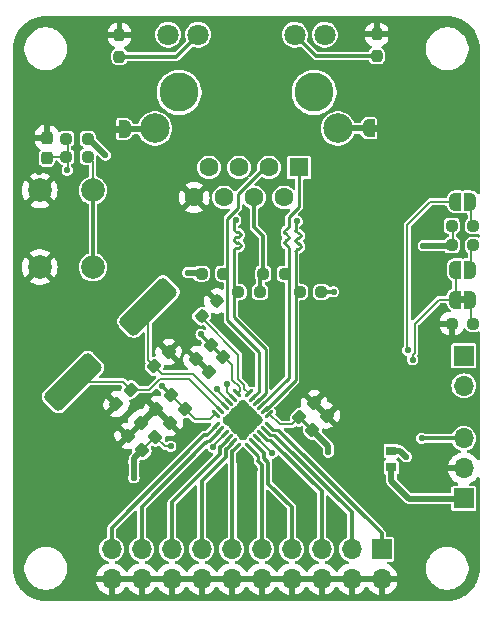
<source format=gbr>
%TF.GenerationSoftware,KiCad,Pcbnew,8.0.3*%
%TF.CreationDate,2025-10-09T18:02:22+02:00*%
%TF.ProjectId,LAN8742A-breakout,4c414e38-3734-4324-912d-627265616b6f,+ (Unreleased)*%
%TF.SameCoordinates,Original*%
%TF.FileFunction,Copper,L1,Top*%
%TF.FilePolarity,Positive*%
%FSLAX46Y46*%
G04 Gerber Fmt 4.6, Leading zero omitted, Abs format (unit mm)*
G04 Created by KiCad (PCBNEW 8.0.3) date 2025-10-09 18:02:22*
%MOMM*%
%LPD*%
G01*
G04 APERTURE LIST*
G04 Aperture macros list*
%AMRoundRect*
0 Rectangle with rounded corners*
0 $1 Rounding radius*
0 $2 $3 $4 $5 $6 $7 $8 $9 X,Y pos of 4 corners*
0 Add a 4 corners polygon primitive as box body*
4,1,4,$2,$3,$4,$5,$6,$7,$8,$9,$2,$3,0*
0 Add four circle primitives for the rounded corners*
1,1,$1+$1,$2,$3*
1,1,$1+$1,$4,$5*
1,1,$1+$1,$6,$7*
1,1,$1+$1,$8,$9*
0 Add four rect primitives between the rounded corners*
20,1,$1+$1,$2,$3,$4,$5,0*
20,1,$1+$1,$4,$5,$6,$7,0*
20,1,$1+$1,$6,$7,$8,$9,0*
20,1,$1+$1,$8,$9,$2,$3,0*%
%AMRotRect*
0 Rectangle, with rotation*
0 The origin of the aperture is its center*
0 $1 length*
0 $2 width*
0 $3 Rotation angle, in degrees counterclockwise*
0 Add horizontal line*
21,1,$1,$2,0,0,$3*%
%AMFreePoly0*
4,1,19,0.500000,-0.750000,0.000000,-0.750000,0.000000,-0.744911,-0.071157,-0.744911,-0.207708,-0.704816,-0.327430,-0.627875,-0.420627,-0.520320,-0.479746,-0.390866,-0.500000,-0.250000,-0.500000,0.250000,-0.479746,0.390866,-0.420627,0.520320,-0.327430,0.627875,-0.207708,0.704816,-0.071157,0.744911,0.000000,0.744911,0.000000,0.750000,0.500000,0.750000,0.500000,-0.750000,0.500000,-0.750000,
$1*%
%AMFreePoly1*
4,1,19,0.000000,0.744911,0.071157,0.744911,0.207708,0.704816,0.327430,0.627875,0.420627,0.520320,0.479746,0.390866,0.500000,0.250000,0.500000,-0.250000,0.479746,-0.390866,0.420627,-0.520320,0.327430,-0.627875,0.207708,-0.704816,0.071157,-0.744911,0.000000,-0.744911,0.000000,-0.750000,-0.500000,-0.750000,-0.500000,0.750000,0.000000,0.750000,0.000000,0.744911,0.000000,0.744911,
$1*%
G04 Aperture macros list end*
%TA.AperFunction,EtchedComponent*%
%ADD10C,0.000000*%
%TD*%
%TA.AperFunction,SMDPad,CuDef*%
%ADD11RoundRect,0.237500X-0.008839X-0.344715X0.344715X0.008839X0.008839X0.344715X-0.344715X-0.008839X0*%
%TD*%
%TA.AperFunction,SMDPad,CuDef*%
%ADD12RoundRect,0.237500X0.380070X-0.044194X-0.044194X0.380070X-0.380070X0.044194X0.044194X-0.380070X0*%
%TD*%
%TA.AperFunction,SMDPad,CuDef*%
%ADD13FreePoly0,180.000000*%
%TD*%
%TA.AperFunction,SMDPad,CuDef*%
%ADD14FreePoly1,180.000000*%
%TD*%
%TA.AperFunction,SMDPad,CuDef*%
%ADD15FreePoly0,0.000000*%
%TD*%
%TA.AperFunction,SMDPad,CuDef*%
%ADD16FreePoly1,0.000000*%
%TD*%
%TA.AperFunction,ComponentPad*%
%ADD17R,1.700000X1.700000*%
%TD*%
%TA.AperFunction,ComponentPad*%
%ADD18O,1.700000X1.700000*%
%TD*%
%TA.AperFunction,SMDPad,CuDef*%
%ADD19RoundRect,0.237500X-0.044194X-0.380070X0.380070X0.044194X0.044194X0.380070X-0.380070X-0.044194X0*%
%TD*%
%TA.AperFunction,SMDPad,CuDef*%
%ADD20RoundRect,0.237500X-0.237500X0.250000X-0.237500X-0.250000X0.237500X-0.250000X0.237500X0.250000X0*%
%TD*%
%TA.AperFunction,SMDPad,CuDef*%
%ADD21RoundRect,0.237500X0.044194X0.380070X-0.380070X-0.044194X-0.044194X-0.380070X0.380070X0.044194X0*%
%TD*%
%TA.AperFunction,SMDPad,CuDef*%
%ADD22RoundRect,0.237500X0.250000X0.237500X-0.250000X0.237500X-0.250000X-0.237500X0.250000X-0.237500X0*%
%TD*%
%TA.AperFunction,SMDPad,CuDef*%
%ADD23RoundRect,0.500000X-1.237437X-1.944544X1.944544X1.237437X1.237437X1.944544X-1.944544X-1.237437X0*%
%TD*%
%TA.AperFunction,SMDPad,CuDef*%
%ADD24RoundRect,0.062500X-0.309359X0.220971X0.220971X-0.309359X0.309359X-0.220971X-0.220971X0.309359X0*%
%TD*%
%TA.AperFunction,SMDPad,CuDef*%
%ADD25RoundRect,0.062500X-0.309359X-0.220971X-0.220971X-0.309359X0.309359X0.220971X0.220971X0.309359X0*%
%TD*%
%TA.AperFunction,HeatsinkPad*%
%ADD26C,0.500000*%
%TD*%
%TA.AperFunction,HeatsinkPad*%
%ADD27RotRect,2.500000X2.500000X315.000000*%
%TD*%
%TA.AperFunction,ComponentPad*%
%ADD28C,2.000000*%
%TD*%
%TA.AperFunction,SMDPad,CuDef*%
%ADD29RoundRect,0.237500X-0.250000X-0.237500X0.250000X-0.237500X0.250000X0.237500X-0.250000X0.237500X0*%
%TD*%
%TA.AperFunction,SMDPad,CuDef*%
%ADD30RoundRect,0.237500X0.237500X-0.300000X0.237500X0.300000X-0.237500X0.300000X-0.237500X-0.300000X0*%
%TD*%
%TA.AperFunction,SMDPad,CuDef*%
%ADD31R,0.860000X0.800000*%
%TD*%
%TA.AperFunction,ComponentPad*%
%ADD32C,3.300000*%
%TD*%
%TA.AperFunction,ComponentPad*%
%ADD33R,1.600000X1.600000*%
%TD*%
%TA.AperFunction,ComponentPad*%
%ADD34C,1.600000*%
%TD*%
%TA.AperFunction,ComponentPad*%
%ADD35C,1.800000*%
%TD*%
%TA.AperFunction,ComponentPad*%
%ADD36C,2.500000*%
%TD*%
%TA.AperFunction,ViaPad*%
%ADD37C,0.550000*%
%TD*%
%TA.AperFunction,Conductor*%
%ADD38C,0.200000*%
%TD*%
%TA.AperFunction,Conductor*%
%ADD39C,0.300000*%
%TD*%
%TA.AperFunction,Conductor*%
%ADD40C,0.500000*%
%TD*%
%TA.AperFunction,Conductor*%
%ADD41C,0.254000*%
%TD*%
%TA.AperFunction,Conductor*%
%ADD42C,0.340000*%
%TD*%
%TA.AperFunction,Conductor*%
%ADD43C,0.250000*%
%TD*%
G04 APERTURE END LIST*
D10*
%TA.AperFunction,EtchedComponent*%
%TO.C,JP4*%
G36*
X72582366Y49894193D02*
G01*
X72082366Y49894193D01*
X72082366Y50494193D01*
X72582366Y50494193D01*
X72582366Y49894193D01*
G37*
%TD.AperFunction*%
%TA.AperFunction,EtchedComponent*%
%TO.C,JP5*%
G36*
X94527259Y49971871D02*
G01*
X94027259Y49971871D01*
X94027259Y50571871D01*
X94527259Y50571871D01*
X94527259Y49971871D01*
G37*
%TD.AperFunction*%
%TA.AperFunction,EtchedComponent*%
%TO.C,JP2*%
G36*
X101847181Y35459361D02*
G01*
X101347181Y35459361D01*
X101347181Y36059361D01*
X101847181Y36059361D01*
X101847181Y35459361D01*
G37*
%TD.AperFunction*%
%TD*%
D11*
%TO.P,R1,1*%
%TO.N,Net-(U1-RBIAS)*%
X79486695Y34338934D03*
%TO.P,R1,2*%
%TO.N,GND*%
X80777165Y35629404D03*
%TD*%
D12*
%TO.P,C5,1*%
%TO.N,+3V3_PHYA*%
X75587861Y24122120D03*
%TO.P,C5,2*%
%TO.N,GND*%
X74368101Y25341880D03*
%TD*%
D13*
%TO.P,JP3,1,A*%
%TO.N,Net-(JP3-A)*%
X102247181Y38299361D03*
D14*
%TO.P,JP3,2,B*%
%TO.N,Net-(JP2-B)*%
X100947181Y38299361D03*
%TD*%
D15*
%TO.P,JP4,1,A*%
%TO.N,GND*%
X71682366Y50194193D03*
D16*
%TO.P,JP4,2,B*%
%TO.N,Net-(JP4-B)*%
X72982366Y50194193D03*
%TD*%
D17*
%TO.P,J4,1,Pin_1*%
%TO.N,/Project Architecture/LAN8742A breakout/LED1*%
X101690981Y31000000D03*
D18*
%TO.P,J4,2,Pin_2*%
%TO.N,/Project Architecture/LAN8742A breakout/LED2*%
X101690981Y28460000D03*
%TD*%
D19*
%TO.P,C11,1*%
%TO.N,Net-(U1-XTAL2)*%
X75485701Y30116520D03*
%TO.P,C11,2*%
%TO.N,GND*%
X76705461Y31336280D03*
%TD*%
D20*
%TO.P,R7,1*%
%TO.N,GND*%
X94332781Y58207300D03*
%TO.P,R7,2*%
%TO.N,Net-(J1-Pad10)*%
X94332781Y56382300D03*
%TD*%
D21*
%TO.P,C10,1*%
%TO.N,Net-(U1-XTAL1{slash}CLKIN)*%
X73505061Y28135880D03*
%TO.P,C10,2*%
%TO.N,GND*%
X72285301Y26916120D03*
%TD*%
D22*
%TO.P,R9,1*%
%TO.N,+3V3_PHYA*%
X84434004Y36396720D03*
%TO.P,R9,2*%
%TO.N,/Project Architecture/LAN8742A breakout/RX_N*%
X82609004Y36396720D03*
%TD*%
D21*
%TO.P,C7,1*%
%TO.N,+3V3_PHYA*%
X76881555Y27694812D03*
%TO.P,C7,2*%
%TO.N,GND*%
X75661795Y26475052D03*
%TD*%
D22*
%TO.P,R4,1*%
%TO.N,Net-(JP3-A)*%
X102509681Y40353000D03*
%TO.P,R4,2*%
%TO.N,+3V3_PHYA*%
X100684681Y40353000D03*
%TD*%
D19*
%TO.P,C4,1*%
%TO.N,+3V3_PHYA*%
X88872719Y24714343D03*
%TO.P,C4,2*%
%TO.N,GND*%
X90092479Y25934103D03*
%TD*%
D12*
%TO.P,C6,1*%
%TO.N,+3V3_PHYA*%
X74445441Y22996951D03*
%TO.P,C6,2*%
%TO.N,GND*%
X73225681Y24216711D03*
%TD*%
D23*
%TO.P,Y1,1,1*%
%TO.N,Net-(U1-XTAL1{slash}CLKIN)*%
X68621000Y28789019D03*
%TO.P,Y1,2,2*%
%TO.N,Net-(U1-XTAL2)*%
X74984962Y35152981D03*
%TD*%
D21*
%TO.P,C8,1*%
%TO.N,+3V3_PHYA*%
X78052964Y26514034D03*
%TO.P,C8,2*%
%TO.N,GND*%
X76833204Y25294274D03*
%TD*%
D13*
%TO.P,JP5,1,A*%
%TO.N,GND*%
X94927259Y50271871D03*
D14*
%TO.P,JP5,2,B*%
%TO.N,Net-(JP5-B)*%
X93627259Y50271871D03*
%TD*%
D24*
%TO.P,U1,1,VDD2A*%
%TO.N,+3V3_PHYA*%
X82496948Y27818057D03*
%TO.P,U1,2,LED2/~{INTSEL}*%
%TO.N,Net-(JP2-B)*%
X82143395Y27464503D03*
%TO.P,U1,3,LED1/REGOFF*%
%TO.N,Net-(JP1-A)*%
X81789841Y27110950D03*
%TO.P,U1,4,XTAL2*%
%TO.N,Net-(U1-XTAL2)*%
X81436288Y26757397D03*
%TO.P,U1,5,XTAL1/CLKIN*%
%TO.N,Net-(U1-XTAL1{slash}CLKIN)*%
X81082735Y26403843D03*
%TO.P,U1,6,VDDCR*%
%TO.N,+3V3_PHYA*%
X80729181Y26050290D03*
D25*
%TO.P,U1,7,RXD1/MODE1*%
%TO.N,/Project Architecture/LAN8742A breakout/RXD1*%
X80729181Y25078018D03*
%TO.P,U1,8,RXD0/MODE0*%
%TO.N,/Project Architecture/LAN8742A breakout/RXD0*%
X81082735Y24724465D03*
%TO.P,U1,9,VDDIO*%
%TO.N,+3V3_PHYA*%
X81436288Y24370911D03*
%TO.P,U1,10,RXER/PHYAD0*%
%TO.N,/Project Architecture/LAN8742A breakout/RXER*%
X81789841Y24017358D03*
%TO.P,U1,11,CRS_DV/MODE2*%
%TO.N,/Project Architecture/LAN8742A breakout/CRS_DV*%
X82143395Y23663805D03*
%TO.P,U1,12,MDIO*%
%TO.N,/Project Architecture/LAN8742A breakout/MDIO*%
X82496948Y23310251D03*
D24*
%TO.P,U1,13,MDC*%
%TO.N,/Project Architecture/LAN8742A breakout/MDC*%
X83469220Y23310251D03*
%TO.P,U1,14,~{INT}/REFCLKO*%
%TO.N,/Project Architecture/LAN8742A breakout/REFCLKO*%
X83822773Y23663805D03*
%TO.P,U1,15,~{RST}*%
%TO.N,/Project Architecture/LAN8742A breakout/nRST*%
X84176327Y24017358D03*
%TO.P,U1,16,TXEN*%
%TO.N,/Project Architecture/LAN8742A breakout/TXEN*%
X84529880Y24370911D03*
%TO.P,U1,17,TXD0*%
%TO.N,/Project Architecture/LAN8742A breakout/TXD0*%
X84883433Y24724465D03*
%TO.P,U1,18,TXD1*%
%TO.N,/Project Architecture/LAN8742A breakout/TXD1*%
X85236987Y25078018D03*
D25*
%TO.P,U1,19,VDD1A*%
%TO.N,+3V3_PHYA*%
X85236987Y26050290D03*
%TO.P,U1,20,TXN*%
%TO.N,/Project Architecture/LAN8742A breakout/TX_N*%
X84883433Y26403843D03*
%TO.P,U1,21,TXP*%
%TO.N,/Project Architecture/LAN8742A breakout/TX_P*%
X84529880Y26757397D03*
%TO.P,U1,22,RXN*%
%TO.N,/Project Architecture/LAN8742A breakout/RX_N*%
X84176327Y27110950D03*
%TO.P,U1,23,RXP*%
%TO.N,/Project Architecture/LAN8742A breakout/RX_P*%
X83822773Y27464503D03*
%TO.P,U1,24,RBIAS*%
%TO.N,Net-(U1-RBIAS)*%
X83469220Y27818057D03*
D26*
%TO.P,U1,25,VSS*%
%TO.N,GND*%
X82983084Y26978368D03*
X82275977Y26271261D03*
X81568870Y25564154D03*
X83690191Y26271261D03*
X82983084Y25564154D03*
D27*
X82983084Y25564154D03*
D26*
X82275977Y24857047D03*
X84397298Y25564154D03*
X83690191Y24857047D03*
X82983084Y24149940D03*
%TD*%
D28*
%TO.P,SW1,1,1*%
%TO.N,GND*%
X65793981Y38500000D03*
X65793981Y45000000D03*
%TO.P,SW1,2,2*%
%TO.N,Net-(R6-Pad1)*%
X70293981Y38500000D03*
X70293981Y45000000D03*
%TD*%
D19*
%TO.P,C3,1*%
%TO.N,+3V3_PHYA*%
X87779021Y25798240D03*
%TO.P,C3,2*%
%TO.N,GND*%
X88998781Y27018000D03*
%TD*%
D17*
%TO.P,J2,1,Pin_1*%
%TO.N,/Project Architecture/LAN8742A breakout/TXD1*%
X94739181Y14622000D03*
D18*
%TO.P,J2,2,Pin_2*%
%TO.N,GND*%
X94739181Y12082000D03*
%TO.P,J2,3,Pin_3*%
%TO.N,/Project Architecture/LAN8742A breakout/TXD0*%
X92199181Y14622000D03*
%TO.P,J2,4,Pin_4*%
%TO.N,GND*%
X92199181Y12082000D03*
%TO.P,J2,5,Pin_5*%
%TO.N,/Project Architecture/LAN8742A breakout/TXEN*%
X89659181Y14622000D03*
%TO.P,J2,6,Pin_6*%
%TO.N,GND*%
X89659181Y12082000D03*
%TO.P,J2,7,Pin_7*%
%TO.N,/Project Architecture/LAN8742A breakout/REFCLKO*%
X87119181Y14622000D03*
%TO.P,J2,8,Pin_8*%
%TO.N,GND*%
X87119181Y12082000D03*
%TO.P,J2,9,Pin_9*%
%TO.N,/Project Architecture/LAN8742A breakout/MDC*%
X84579181Y14622000D03*
%TO.P,J2,10,Pin_10*%
%TO.N,GND*%
X84579181Y12082000D03*
%TO.P,J2,11,Pin_11*%
%TO.N,/Project Architecture/LAN8742A breakout/MDIO*%
X82039181Y14622000D03*
%TO.P,J2,12,Pin_12*%
%TO.N,GND*%
X82039181Y12082000D03*
%TO.P,J2,13,Pin_13*%
%TO.N,/Project Architecture/LAN8742A breakout/CRS_DV*%
X79499181Y14622000D03*
%TO.P,J2,14,Pin_14*%
%TO.N,GND*%
X79499181Y12082000D03*
%TO.P,J2,15,Pin_15*%
%TO.N,/Project Architecture/LAN8742A breakout/RXER*%
X76959181Y14622000D03*
%TO.P,J2,16,Pin_16*%
%TO.N,GND*%
X76959181Y12082000D03*
%TO.P,J2,17,Pin_17*%
%TO.N,/Project Architecture/LAN8742A breakout/RXD0*%
X74419181Y14622000D03*
%TO.P,J2,18,Pin_18*%
%TO.N,GND*%
X74419181Y12082000D03*
%TO.P,J2,19,Pin_19*%
%TO.N,/Project Architecture/LAN8742A breakout/RXD1*%
X71879181Y14622000D03*
%TO.P,J2,20,Pin_20*%
%TO.N,GND*%
X71879181Y12082000D03*
%TD*%
D29*
%TO.P,R3,1*%
%TO.N,+3V3_PHYA*%
X100684681Y42004000D03*
%TO.P,R3,2*%
%TO.N,Net-(JP1-B)*%
X102509681Y42004000D03*
%TD*%
D22*
%TO.P,R6,1*%
%TO.N,Net-(R6-Pad1)*%
X69845281Y47846000D03*
%TO.P,R6,2*%
%TO.N,/Project Architecture/LAN8742A breakout/nRST*%
X68020281Y47846000D03*
%TD*%
%TO.P,R11,1*%
%TO.N,+3V3_PHYA*%
X89634779Y36397634D03*
%TO.P,R11,2*%
%TO.N,/Project Architecture/LAN8742A breakout/TX_N*%
X87809779Y36397634D03*
%TD*%
D17*
%TO.P,J3,1,Pin_1*%
%TO.N,+3.3V*%
X101690981Y18920000D03*
D18*
%TO.P,J3,2,Pin_2*%
%TO.N,GND*%
X101690981Y21460000D03*
%TO.P,J3,3,Pin_3*%
%TO.N,/Project Architecture/LAN8742A breakout/nRST*%
X101690981Y24000000D03*
%TD*%
D22*
%TO.P,R2,1*%
%TO.N,Net-(JP2-A)*%
X102509681Y33724141D03*
%TO.P,R2,2*%
%TO.N,GND*%
X100684681Y33724141D03*
%TD*%
D13*
%TO.P,JP2,1,A*%
%TO.N,Net-(JP2-A)*%
X102247181Y35759361D03*
D14*
%TO.P,JP2,2,B*%
%TO.N,Net-(JP2-B)*%
X100947181Y35759361D03*
%TD*%
D20*
%TO.P,R8,1*%
%TO.N,GND*%
X72539581Y58156500D03*
%TO.P,R8,2*%
%TO.N,Net-(J1-Pad11)*%
X72539581Y56331500D03*
%TD*%
D30*
%TO.P,C9,1*%
%TO.N,/Project Architecture/LAN8742A breakout/nRST*%
X66392781Y47745500D03*
%TO.P,C9,2*%
%TO.N,GND*%
X66392781Y49470500D03*
%TD*%
D29*
%TO.P,R10,1*%
%TO.N,+3V3_PHYA*%
X79490409Y37961771D03*
%TO.P,R10,2*%
%TO.N,/Project Architecture/LAN8742A breakout/RX_P*%
X81315409Y37961771D03*
%TD*%
%TO.P,R5,1*%
%TO.N,/Project Architecture/LAN8742A breakout/nRST*%
X68020281Y49370000D03*
%TO.P,R5,2*%
%TO.N,+3V3_PHYA*%
X69845281Y49370000D03*
%TD*%
%TO.P,R12,1*%
%TO.N,+3V3_PHYA*%
X84702692Y37933916D03*
%TO.P,R12,2*%
%TO.N,/Project Architecture/LAN8742A breakout/TX_P*%
X86527692Y37933916D03*
%TD*%
D15*
%TO.P,JP1,1,A*%
%TO.N,Net-(JP1-A)*%
X100947181Y44036000D03*
D16*
%TO.P,JP1,2,B*%
%TO.N,Net-(JP1-B)*%
X102247181Y44036000D03*
%TD*%
D31*
%TO.P,FB1,1*%
%TO.N,+3.3V*%
X95551981Y21554000D03*
%TO.P,FB1,2*%
%TO.N,+3V3_PHYA*%
X95551981Y22954000D03*
%TD*%
D32*
%TO.P,J1,*%
%TO.N,*%
X89013981Y53296400D03*
X77583981Y53296400D03*
D33*
%TO.P,J1,1,TD+*%
%TO.N,/Project Architecture/LAN8742A breakout/TX_P*%
X87743981Y46946400D03*
D34*
%TO.P,J1,2,TD-*%
%TO.N,/Project Architecture/LAN8742A breakout/TX_N*%
X86473981Y44406400D03*
%TO.P,J1,3,RD+*%
%TO.N,/Project Architecture/LAN8742A breakout/RX_P*%
X85203981Y46946400D03*
%TO.P,J1,4,4*%
%TO.N,+3V3_PHYA*%
X83933981Y44406400D03*
%TO.P,J1,5,5*%
X82663981Y46946400D03*
%TO.P,J1,6,RD-*%
%TO.N,/Project Architecture/LAN8742A breakout/RX_N*%
X81393981Y44406400D03*
%TO.P,J1,7,NC*%
%TO.N,unconnected-(J1-NC-Pad7)*%
X80123981Y46946400D03*
%TO.P,J1,8,CHSGND*%
%TO.N,GND*%
X78853981Y44406400D03*
D35*
%TO.P,J1,9,9*%
%TO.N,/Project Architecture/LAN8742A breakout/LED1*%
X89923981Y58186400D03*
%TO.P,J1,10,10*%
%TO.N,Net-(J1-Pad10)*%
X87383981Y58186400D03*
%TO.P,J1,11,11*%
%TO.N,Net-(J1-Pad11)*%
X79203981Y58186400D03*
%TO.P,J1,12,12*%
%TO.N,/Project Architecture/LAN8742A breakout/LED2*%
X76663981Y58186400D03*
D36*
%TO.P,J1,SH1,SH1*%
%TO.N,Net-(JP5-B)*%
X91033981Y50246400D03*
%TO.P,J1,SH2,SH2*%
%TO.N,Net-(JP4-B)*%
X75553981Y50246400D03*
%TD*%
D21*
%TO.P,C1,1*%
%TO.N,+3V3_PHYA*%
X80261741Y31946160D03*
%TO.P,C1,2*%
%TO.N,GND*%
X79041981Y30726400D03*
%TD*%
%TO.P,C2,1*%
%TO.N,+3V3_PHYA*%
X81339747Y30875454D03*
%TO.P,C2,2*%
%TO.N,GND*%
X80119987Y29655694D03*
%TD*%
D37*
%TO.N,GND*%
X100002962Y42945879D03*
X97534169Y41433407D03*
X97545651Y37143655D03*
X100116249Y37104902D03*
%TO.N,+3V3_PHYA*%
X76171968Y28414813D03*
X71344081Y47998400D03*
X90675181Y36416000D03*
X90217981Y22852400D03*
X78330781Y38041600D03*
X73758781Y20668000D03*
X80448982Y23258978D03*
X79448381Y32809200D03*
X76882981Y23335000D03*
X98259981Y40327600D03*
X73758781Y21988800D03*
X96821981Y22446000D03*
%TO.N,GND*%
X80998981Y18621400D03*
X73378981Y51641400D03*
X75918981Y16081400D03*
X96238981Y26241400D03*
X75918981Y44021400D03*
X101318981Y49101400D03*
X70838981Y26241400D03*
X86078981Y38941400D03*
X96238981Y44021400D03*
X86078981Y21161400D03*
X86078981Y31321400D03*
X101318981Y51641400D03*
X78458981Y41481400D03*
X86078981Y33861400D03*
X98778981Y16081400D03*
X70838981Y36401400D03*
X78458981Y46561400D03*
X68298981Y21161400D03*
X70838981Y33861400D03*
X65758981Y16081400D03*
X70838981Y16081400D03*
X80998981Y16081400D03*
X73378981Y38941400D03*
X65758981Y46561400D03*
X88618981Y31321400D03*
X96238981Y41481400D03*
X65758981Y23701400D03*
X101318981Y46561400D03*
X93698981Y44021400D03*
X88618981Y33861400D03*
X83538981Y16081400D03*
X68298981Y54181400D03*
X93698981Y31321400D03*
X68298981Y11001400D03*
X91158981Y21161400D03*
X98778981Y21161400D03*
X65758981Y28781400D03*
X93698981Y33861400D03*
X83538981Y18621400D03*
X93698981Y18621400D03*
X88618981Y49101400D03*
X65758981Y36401400D03*
X91158981Y31321400D03*
X86078981Y16081400D03*
X73378981Y46561400D03*
X83538981Y38941400D03*
X93698981Y46561400D03*
X101318981Y16081400D03*
X68298981Y18621400D03*
X96238981Y11001400D03*
X88618981Y16081400D03*
X91158981Y54181400D03*
X91158981Y38941400D03*
X70838981Y18621400D03*
X93698981Y38941400D03*
X83538981Y51641400D03*
X91158981Y46561400D03*
X73378981Y31321400D03*
X70838981Y56721400D03*
X93698981Y41481400D03*
X65758981Y54181400D03*
X91158981Y41481400D03*
X70838981Y23701400D03*
X96238981Y46561400D03*
X65758981Y51641400D03*
X88618981Y38941400D03*
X86078981Y36401400D03*
X93698981Y54181400D03*
X93698981Y21161400D03*
X78458981Y18621400D03*
X65758981Y33861400D03*
X75918981Y38941400D03*
X73378981Y36401400D03*
X96238981Y38941400D03*
X75918981Y46561400D03*
X70838981Y51641400D03*
X80998981Y38941400D03*
X75918981Y41481400D03*
X73378981Y41481400D03*
X93698981Y26241400D03*
X98778981Y11001400D03*
X80998981Y33861400D03*
X96238981Y13541400D03*
X96238981Y51641400D03*
X65758981Y21161400D03*
X88618981Y18621400D03*
X83538981Y54181400D03*
X73378981Y54181400D03*
X78458981Y36401400D03*
X65758981Y31321400D03*
X91158981Y44021400D03*
X78458981Y16081400D03*
X80998981Y51641400D03*
X70838981Y54181400D03*
X101318981Y26241400D03*
X93698981Y51641400D03*
X96238981Y33861400D03*
X80998981Y54181400D03*
X65758981Y18621400D03*
X73378981Y44021400D03*
X91158981Y33861400D03*
X68298981Y16081400D03*
X91158981Y16081400D03*
X68298981Y51641400D03*
X96238981Y49101400D03*
X88618981Y44021400D03*
X96238981Y16081400D03*
X101318981Y54181400D03*
X65758981Y26241400D03*
X73378981Y16081400D03*
X80998981Y41481400D03*
X65758981Y41481400D03*
%TO.N,/Project Architecture/LAN8742A breakout/nRST*%
X98128981Y24020800D03*
X85466454Y22774473D03*
X68119981Y46703000D03*
%TO.N,/Project Architecture/LAN8742A breakout/RX_N*%
X82388660Y42467321D03*
%TO.N,/Project Architecture/LAN8742A breakout/TX_N*%
X87594981Y42385000D03*
%TO.N,Net-(JP1-A)*%
X80832920Y28173939D03*
X96948981Y31463000D03*
%TO.N,Net-(JP2-B)*%
X97355568Y30675413D03*
X81671068Y28579913D03*
%TD*%
D38*
%TO.N,Net-(JP1-A)*%
X96893981Y42076000D02*
X98853981Y44036000D01*
X96893981Y31518000D02*
X96893981Y42076000D01*
X98853981Y44036000D02*
X101012981Y44036000D01*
X96948981Y31463000D02*
X96893981Y31518000D01*
D39*
%TO.N,+3V3_PHYA*%
X76171968Y28414813D02*
X76171968Y28404399D01*
D38*
X80448982Y23383605D02*
X81436288Y24370911D01*
X75587861Y24122120D02*
X76374981Y23335000D01*
X85236987Y26050290D02*
X86098077Y25189200D01*
X82724981Y28339173D02*
X82724981Y28046090D01*
X78052964Y26514034D02*
X78945998Y25621000D01*
X100750481Y42004000D02*
X100750481Y40353000D01*
D39*
X84702692Y37933916D02*
X84702692Y41110892D01*
D38*
X76881555Y27694812D02*
X76881555Y27685443D01*
D39*
X88862918Y24714343D02*
X87779021Y25798240D01*
D40*
X98259981Y40327600D02*
X100725081Y40327600D01*
D39*
X89653145Y36416000D02*
X89634779Y36397634D01*
D38*
X82089981Y28974173D02*
X82724981Y28339173D01*
D39*
X79448381Y32809200D02*
X79448381Y32766820D01*
D38*
X87169981Y25189200D02*
X87779021Y25798240D01*
D40*
X78330781Y38041600D02*
X79410580Y38041600D01*
D38*
X76374981Y23335000D02*
X76882981Y23335000D01*
X78945998Y25621000D02*
X80184981Y25621000D01*
D39*
X84434004Y37665228D02*
X84702692Y37933916D01*
D38*
X80448982Y23258978D02*
X80448982Y23383605D01*
X74445441Y22996951D02*
X74462692Y22996951D01*
D40*
X96313981Y22954000D02*
X96821981Y22446000D01*
D38*
X80184981Y25621000D02*
X80614271Y26050290D01*
D40*
X71344081Y47998400D02*
X69972481Y49370000D01*
D39*
X84702692Y41110892D02*
X83933981Y41879603D01*
X83933981Y41879603D02*
X83933981Y44406400D01*
D40*
X73758781Y21988800D02*
X73758781Y22310291D01*
X90217981Y22852400D02*
X90217981Y23369081D01*
X73758781Y22310291D02*
X74445441Y22996951D01*
X73758781Y20668000D02*
X73758781Y21988800D01*
D38*
X80614271Y26050290D02*
X80729181Y26050290D01*
D40*
X90217981Y23369081D02*
X88872719Y24714343D01*
D39*
X88872719Y24714343D02*
X88862918Y24714343D01*
X79448381Y32766820D02*
X81339747Y30875454D01*
D40*
X100725081Y40327600D02*
X100750481Y40353000D01*
D39*
X84434004Y36396720D02*
X84434004Y37665228D01*
X76171968Y28404399D02*
X76881555Y27694812D01*
D38*
X82724981Y28046090D02*
X82496948Y27818057D01*
X81498879Y30800147D02*
X82089981Y30209045D01*
X82089981Y30209045D02*
X82089981Y28974173D01*
D39*
X90675181Y36416000D02*
X89653145Y36416000D01*
D40*
X79410580Y38041600D02*
X79490409Y37961771D01*
D38*
X74462692Y22996951D02*
X75587861Y24122120D01*
X86098077Y25189200D02*
X87169981Y25189200D01*
X76881555Y27685443D02*
X78052964Y26514034D01*
D40*
X95551981Y22954000D02*
X96313981Y22954000D01*
D38*
%TO.N,/Project Architecture/LAN8742A breakout/nRST*%
X85466454Y22774473D02*
X84223569Y24017358D01*
X84223569Y24017358D02*
X84176327Y24017358D01*
X68147481Y47846000D02*
X68147481Y46730500D01*
D39*
X98149781Y24000000D02*
X98128981Y24020800D01*
D38*
X68147481Y46730500D02*
X68119981Y46703000D01*
X66620481Y47846000D02*
X66519981Y47745500D01*
X68147481Y47846000D02*
X66620481Y47846000D01*
X68147481Y47846000D02*
X68147481Y49370000D01*
D39*
X101690981Y24000000D02*
X98149781Y24000000D01*
D38*
%TO.N,Net-(U1-XTAL1{slash}CLKIN)*%
X73505061Y28135880D02*
X75079861Y28135880D01*
X72851922Y28789019D02*
X73505061Y28135880D01*
X78430178Y29056400D02*
X81082735Y26403843D01*
X75079861Y28135880D02*
X76000381Y29056400D01*
X68621000Y28789019D02*
X72851922Y28789019D01*
X76000381Y29056400D02*
X78430178Y29056400D01*
%TO.N,Net-(U1-XTAL2)*%
X79600885Y28592800D02*
X81436288Y26757397D01*
X76145821Y29456400D02*
X78737181Y29456400D01*
X75485701Y30116520D02*
X76145821Y29456400D01*
X74984962Y35152981D02*
X74984962Y30617259D01*
X78737181Y29456400D02*
X79600781Y28592800D01*
X79600781Y28592800D02*
X79600885Y28592800D01*
X74984962Y30617259D02*
X75485701Y30116520D01*
D40*
%TO.N,Net-(JP5-B)*%
X91033981Y50246400D02*
X93601788Y50246400D01*
X93601788Y50246400D02*
X93627259Y50271871D01*
D41*
%TO.N,/Project Architecture/LAN8742A breakout/RX_N*%
X82628381Y40112259D02*
X82421581Y40112259D01*
X82239981Y39839859D02*
X82239981Y34244738D01*
X82239981Y42318642D02*
X82239981Y41655859D01*
X82421581Y40566259D02*
X82628381Y40566259D01*
X84906981Y27841604D02*
X84176327Y27110950D01*
X82628381Y41020259D02*
X82421581Y41020259D01*
X82239981Y39930659D02*
X82239981Y39839859D01*
X82809981Y41292659D02*
X82809981Y41201859D01*
X82239981Y34244738D02*
X84906981Y31577738D01*
X84906981Y31577738D02*
X84906981Y27841604D01*
X82809981Y40384659D02*
X82809981Y40293859D01*
X82388660Y42467321D02*
X82239981Y42318642D01*
X82239981Y40838659D02*
X82239981Y40747859D01*
X82421581Y41474259D02*
X82628381Y41474259D01*
X82239981Y40747859D02*
G75*
G03*
X82421581Y40566281I181619J41D01*
G01*
X82809981Y41201859D02*
G75*
G02*
X82628381Y41020319I-181581J41D01*
G01*
X82628381Y40566259D02*
G75*
G02*
X82809959Y40384659I19J-181559D01*
G01*
X82809981Y40293859D02*
G75*
G02*
X82628381Y40112319I-181581J41D01*
G01*
X82628381Y41474259D02*
G75*
G02*
X82809959Y41292659I19J-181559D01*
G01*
X82421581Y40112259D02*
G75*
G03*
X82240041Y39930659I19J-181559D01*
G01*
X82421581Y41020259D02*
G75*
G03*
X82240041Y40838659I19J-181559D01*
G01*
X82239981Y41655859D02*
G75*
G03*
X82421581Y41474281I181619J41D01*
G01*
%TO.N,/Project Architecture/LAN8742A breakout/TX_P*%
X86694580Y40333400D02*
X86711380Y40333400D01*
X86512980Y41513800D02*
X86512980Y41423000D01*
X86892981Y38956000D02*
X86892981Y29158682D01*
X86892980Y40061000D02*
X86892980Y38956001D01*
X86694580Y41241400D02*
X86711380Y41241400D01*
X87743981Y46946400D02*
X87743981Y43594000D01*
X86892980Y41059800D02*
X86892980Y40969000D01*
X87743981Y43594000D02*
X86892980Y42742999D01*
X86711380Y41695400D02*
X86694580Y41695400D01*
X86892980Y40151800D02*
X86892980Y40061000D01*
X86512980Y40605800D02*
X86512980Y40515000D01*
X86892981Y29158682D02*
X84529880Y26795581D01*
X86711380Y40787400D02*
X86694580Y40787400D01*
X86892980Y42742999D02*
X86892980Y41877000D01*
X84529880Y26795581D02*
X84529880Y26757397D01*
X86892980Y38956001D02*
X86892981Y38956000D01*
X86892980Y40969000D02*
G75*
G02*
X86711380Y40787420I-181580J0D01*
G01*
X86892980Y41877000D02*
G75*
G02*
X86711380Y41695420I-181580J0D01*
G01*
X86512980Y41423000D02*
G75*
G03*
X86694580Y41241380I181620J0D01*
G01*
X86711380Y41241400D02*
G75*
G02*
X86893000Y41059800I20J-181600D01*
G01*
X86512980Y40515000D02*
G75*
G03*
X86694580Y40333380I181620J0D01*
G01*
X86694580Y40787400D02*
G75*
G03*
X86513000Y40605800I20J-181600D01*
G01*
X86694580Y41695400D02*
G75*
G03*
X86513000Y41513800I20J-181600D01*
G01*
X86711380Y40333400D02*
G75*
G02*
X86893000Y40151800I20J-181600D01*
G01*
D40*
%TO.N,Net-(JP4-B)*%
X72982366Y50194193D02*
X75501774Y50194193D01*
X75501774Y50194193D02*
X75553981Y50246400D01*
D39*
%TO.N,Net-(J1-Pad10)*%
X94332781Y56382300D02*
X89188081Y56382300D01*
X89188081Y56382300D02*
X87383981Y58186400D01*
%TO.N,Net-(J1-Pad11)*%
X79203981Y58186400D02*
X77349081Y56331500D01*
X77349081Y56331500D02*
X72539581Y56331500D01*
D41*
%TO.N,/Project Architecture/LAN8742A breakout/TX_N*%
X87446982Y39858181D02*
X87446982Y39767381D01*
X87735382Y40039781D02*
X87628582Y40039781D01*
X87628582Y41401781D02*
X87735382Y41401781D01*
X87446982Y38956001D02*
X87446981Y38956000D01*
X87446982Y42237001D02*
X87446982Y41583381D01*
X87735382Y40947781D02*
X87628582Y40947781D01*
X87594981Y42385000D02*
X87446982Y42237001D01*
X87446982Y40766181D02*
X87446982Y40675381D01*
X87446982Y39767381D02*
X87446982Y38956001D01*
X87446981Y38956000D02*
X87446981Y28929206D01*
X87628582Y40493781D02*
X87735382Y40493781D01*
X87446981Y28929206D02*
X84921618Y26403843D01*
X87916982Y41220181D02*
X87916982Y41129381D01*
X87916982Y40312181D02*
X87916982Y40221381D01*
X84921618Y26403843D02*
X84883433Y26403843D01*
X87916982Y40221381D02*
G75*
G02*
X87735382Y40039818I-181582J19D01*
G01*
X87628582Y40947781D02*
G75*
G03*
X87447019Y40766181I18J-181581D01*
G01*
X87446982Y41583381D02*
G75*
G03*
X87628582Y41401782I181618J19D01*
G01*
X87916982Y41129381D02*
G75*
G02*
X87735382Y40947818I-181582J19D01*
G01*
X87628582Y40039781D02*
G75*
G03*
X87447019Y39858181I18J-181581D01*
G01*
X87735382Y40493781D02*
G75*
G02*
X87916981Y40312181I18J-181581D01*
G01*
X87735382Y41401781D02*
G75*
G02*
X87916981Y41220181I18J-181581D01*
G01*
X87446982Y40675381D02*
G75*
G03*
X87628582Y40493782I181618J19D01*
G01*
%TO.N,/Project Architecture/LAN8742A breakout/RX_P*%
X84880162Y46946400D02*
X85203981Y46946400D01*
X84352981Y31348262D02*
X81685981Y34015262D01*
X81685981Y34015262D02*
X81685981Y42616000D01*
X82597981Y44664219D02*
X84880162Y46946400D01*
X83822773Y27464503D02*
X84352981Y27994711D01*
X84352981Y27994711D02*
X84352981Y31348262D01*
X81685981Y42616000D02*
X82597981Y43528000D01*
X82597981Y43528000D02*
X82597981Y44664219D01*
D42*
%TO.N,/Project Architecture/LAN8742A breakout/REFCLKO*%
X85119181Y20178800D02*
X87119181Y18178800D01*
D43*
X84498884Y22987694D02*
X83822773Y23663805D01*
D42*
X84743981Y22305392D02*
X85119181Y21930192D01*
X84743981Y22770954D02*
X84743981Y22305392D01*
X87119181Y18178800D02*
X87119181Y14622000D01*
D43*
X84527241Y22987694D02*
X84498884Y22987694D01*
D42*
X84527241Y22987694D02*
X84743981Y22770954D01*
X85119181Y21930192D02*
X85119181Y20178800D01*
D40*
%TO.N,+3.3V*%
X95551981Y21554000D02*
X95551981Y20414000D01*
X95551981Y20414000D02*
X97075981Y18890000D01*
X97075981Y18890000D02*
X101660981Y18890000D01*
X101660981Y18890000D02*
X101690981Y18920000D01*
D38*
%TO.N,Net-(JP1-A)*%
X80832920Y28173939D02*
X80832920Y28067871D01*
X80832920Y28067871D02*
X81789841Y27110950D01*
%TO.N,Net-(JP1-B)*%
X102312981Y44036000D02*
X102312981Y42266500D01*
X102312981Y42266500D02*
X102575481Y42004000D01*
%TO.N,Net-(JP2-B)*%
X99568942Y35759361D02*
X101012981Y35759361D01*
X81671068Y27936830D02*
X82143395Y27464503D01*
X97355568Y30675413D02*
X97355568Y31056414D01*
X101012981Y38299361D02*
X101012981Y35759361D01*
X97355568Y31056414D02*
X97523981Y31224827D01*
X97523981Y33714400D02*
X99568942Y35759361D01*
X81671068Y28579913D02*
X81671068Y27936830D01*
X97523981Y31224827D02*
X97523981Y33714400D01*
%TO.N,Net-(JP2-A)*%
X102312981Y33986641D02*
X102575481Y33724141D01*
X102312981Y35759361D02*
X102312981Y33986641D01*
%TO.N,Net-(JP3-A)*%
X102312981Y40090500D02*
X102575481Y40353000D01*
X102312981Y38299361D02*
X102312981Y40090500D01*
%TO.N,Net-(U1-RBIAS)*%
X79605707Y34074274D02*
X82597981Y31082000D01*
X82597981Y31082000D02*
X82597981Y29050000D01*
X82597981Y29050000D02*
X83124981Y28523000D01*
X83124981Y28523000D02*
X83124981Y28162296D01*
X79250181Y34074274D02*
X79605707Y34074274D01*
X83124981Y28162296D02*
X83469220Y27818057D01*
%TO.N,Net-(R6-Pad1)*%
X70293981Y45000000D02*
X70293981Y47397300D01*
D39*
X70293981Y38500000D02*
X70293981Y45000000D01*
D38*
X70293981Y47397300D02*
X69845281Y47846000D01*
D43*
%TO.N,/Project Architecture/LAN8742A breakout/TXD0*%
X84883433Y24724465D02*
X85314898Y24293000D01*
D42*
X92199181Y14622000D02*
X92199181Y17734109D01*
D43*
X85640290Y24293000D02*
X86058635Y23874655D01*
X85314898Y24293000D02*
X85640290Y24293000D01*
D42*
X92199181Y17734109D02*
X86058635Y23874655D01*
%TO.N,/Project Architecture/LAN8742A breakout/MDC*%
X84579181Y14622000D02*
X84579181Y21176000D01*
D39*
X84579181Y21734800D02*
X84579181Y21176000D01*
X84248981Y22065000D02*
X84579181Y21734800D01*
D43*
X84248981Y22065000D02*
X84248981Y22530490D01*
X84248981Y22530490D02*
X83469220Y23310251D01*
D39*
%TO.N,/Project Architecture/LAN8742A breakout/CRS_DV*%
X81455819Y22318162D02*
X81593981Y22456324D01*
D43*
X81593981Y23114391D02*
X82143395Y23663805D01*
D39*
X81593981Y22456324D02*
X81593981Y23114391D01*
D42*
X79499181Y20361524D02*
X81455819Y22318162D01*
X79499181Y14622000D02*
X79499181Y20361524D01*
D43*
%TO.N,/Project Architecture/LAN8742A breakout/MDIO*%
X82496948Y23310251D02*
X82093981Y22907284D01*
D39*
X82093981Y22907284D02*
X82093981Y21942000D01*
D42*
X82039181Y14622000D02*
X82093981Y14676800D01*
X82093981Y14676800D02*
X82093981Y21832400D01*
%TO.N,/Project Architecture/LAN8742A breakout/RXD1*%
X79901140Y24253841D02*
X79706822Y24253841D01*
D43*
X79901140Y24253841D02*
X80725317Y25078018D01*
D42*
X79706822Y24253841D02*
X71879181Y16426200D01*
D43*
X80725317Y25078018D02*
X80729181Y25078018D01*
D42*
X71879181Y16426200D02*
X71879181Y14622000D01*
%TO.N,/Project Architecture/LAN8742A breakout/RXD0*%
X74419181Y18202524D02*
X74419181Y14622000D01*
D43*
X79975498Y23758841D02*
X80117111Y23758841D01*
D42*
X79804819Y23588162D02*
X74419181Y18202524D01*
D43*
X79804819Y23588162D02*
X79975498Y23758841D01*
X80117111Y23758841D02*
X81082735Y24724465D01*
D42*
%TO.N,/Project Architecture/LAN8742A breakout/TXD1*%
X94739181Y14622000D02*
X94739181Y15957785D01*
D43*
X85953966Y24743000D02*
X86567473Y24129493D01*
X85236987Y25078018D02*
X85572005Y24743000D01*
D42*
X94739181Y15957785D02*
X86567473Y24129493D01*
D43*
X85572005Y24743000D02*
X85953966Y24743000D01*
D42*
%TO.N,/Project Architecture/LAN8742A breakout/TXEN*%
X89659181Y14622000D02*
X89659181Y19510433D01*
D43*
X84529880Y24370911D02*
X85057791Y23843000D01*
X85057791Y23843000D02*
X85326614Y23843000D01*
D42*
X89659181Y19510433D02*
X85684211Y23485403D01*
D43*
X85326614Y23843000D02*
X85684211Y23485403D01*
D42*
%TO.N,/Project Architecture/LAN8742A breakout/RXER*%
X76959181Y14622000D02*
X76959181Y18585200D01*
X76959181Y18585200D02*
X81073981Y22700000D01*
D39*
X81073981Y22700000D02*
X81073981Y23301498D01*
D43*
X81073981Y23301498D02*
X81789841Y24017358D01*
%TD*%
%TA.AperFunction,Conductor*%
%TO.N,GND*%
G36*
X73953256Y12274993D02*
G01*
X73919181Y12147826D01*
X73919181Y12016174D01*
X73953256Y11889007D01*
X73986169Y11832000D01*
X72312193Y11832000D01*
X72345106Y11889007D01*
X72379181Y12016174D01*
X72379181Y12147826D01*
X72345106Y12274993D01*
X72312193Y12332000D01*
X73986169Y12332000D01*
X73953256Y12274993D01*
G37*
%TD.AperFunction*%
%TA.AperFunction,Conductor*%
G36*
X76493256Y12274993D02*
G01*
X76459181Y12147826D01*
X76459181Y12016174D01*
X76493256Y11889007D01*
X76526169Y11832000D01*
X74852193Y11832000D01*
X74885106Y11889007D01*
X74919181Y12016174D01*
X74919181Y12147826D01*
X74885106Y12274993D01*
X74852193Y12332000D01*
X76526169Y12332000D01*
X76493256Y12274993D01*
G37*
%TD.AperFunction*%
%TA.AperFunction,Conductor*%
G36*
X79033256Y12274993D02*
G01*
X78999181Y12147826D01*
X78999181Y12016174D01*
X79033256Y11889007D01*
X79066169Y11832000D01*
X77392193Y11832000D01*
X77425106Y11889007D01*
X77459181Y12016174D01*
X77459181Y12147826D01*
X77425106Y12274993D01*
X77392193Y12332000D01*
X79066169Y12332000D01*
X79033256Y12274993D01*
G37*
%TD.AperFunction*%
%TA.AperFunction,Conductor*%
G36*
X81573256Y12274993D02*
G01*
X81539181Y12147826D01*
X81539181Y12016174D01*
X81573256Y11889007D01*
X81606169Y11832000D01*
X79932193Y11832000D01*
X79965106Y11889007D01*
X79999181Y12016174D01*
X79999181Y12147826D01*
X79965106Y12274993D01*
X79932193Y12332000D01*
X81606169Y12332000D01*
X81573256Y12274993D01*
G37*
%TD.AperFunction*%
%TA.AperFunction,Conductor*%
G36*
X84113256Y12274993D02*
G01*
X84079181Y12147826D01*
X84079181Y12016174D01*
X84113256Y11889007D01*
X84146169Y11832000D01*
X82472193Y11832000D01*
X82505106Y11889007D01*
X82539181Y12016174D01*
X82539181Y12147826D01*
X82505106Y12274993D01*
X82472193Y12332000D01*
X84146169Y12332000D01*
X84113256Y12274993D01*
G37*
%TD.AperFunction*%
%TA.AperFunction,Conductor*%
G36*
X86653256Y12274993D02*
G01*
X86619181Y12147826D01*
X86619181Y12016174D01*
X86653256Y11889007D01*
X86686169Y11832000D01*
X85012193Y11832000D01*
X85045106Y11889007D01*
X85079181Y12016174D01*
X85079181Y12147826D01*
X85045106Y12274993D01*
X85012193Y12332000D01*
X86686169Y12332000D01*
X86653256Y12274993D01*
G37*
%TD.AperFunction*%
%TA.AperFunction,Conductor*%
G36*
X89193256Y12274993D02*
G01*
X89159181Y12147826D01*
X89159181Y12016174D01*
X89193256Y11889007D01*
X89226169Y11832000D01*
X87552193Y11832000D01*
X87585106Y11889007D01*
X87619181Y12016174D01*
X87619181Y12147826D01*
X87585106Y12274993D01*
X87552193Y12332000D01*
X89226169Y12332000D01*
X89193256Y12274993D01*
G37*
%TD.AperFunction*%
%TA.AperFunction,Conductor*%
G36*
X91733256Y12274993D02*
G01*
X91699181Y12147826D01*
X91699181Y12016174D01*
X91733256Y11889007D01*
X91766169Y11832000D01*
X90092193Y11832000D01*
X90125106Y11889007D01*
X90159181Y12016174D01*
X90159181Y12147826D01*
X90125106Y12274993D01*
X90092193Y12332000D01*
X91766169Y12332000D01*
X91733256Y12274993D01*
G37*
%TD.AperFunction*%
%TA.AperFunction,Conductor*%
G36*
X94273256Y12274993D02*
G01*
X94239181Y12147826D01*
X94239181Y12016174D01*
X94273256Y11889007D01*
X94306169Y11832000D01*
X92632193Y11832000D01*
X92665106Y11889007D01*
X92699181Y12016174D01*
X92699181Y12147826D01*
X92665106Y12274993D01*
X92632193Y12332000D01*
X94306169Y12332000D01*
X94273256Y12274993D01*
G37*
%TD.AperFunction*%
%TA.AperFunction,Conductor*%
G36*
X73968015Y17888553D02*
G01*
X74023948Y17846681D01*
X74048365Y17781217D01*
X74048681Y17772371D01*
X74048681Y15689436D01*
X74028996Y15622397D01*
X73983135Y15580079D01*
X73832731Y15499685D01*
X73832729Y15499684D01*
X73832728Y15499683D01*
X73672770Y15368411D01*
X73541498Y15208453D01*
X73443950Y15025957D01*
X73383880Y14827933D01*
X73363598Y14622000D01*
X73383880Y14416068D01*
X73383881Y14416066D01*
X73443949Y14218046D01*
X73541496Y14035550D01*
X73541498Y14035548D01*
X73672770Y13875590D01*
X73767246Y13798057D01*
X73832731Y13744315D01*
X74015227Y13646768D01*
X74081732Y13626595D01*
X74140170Y13588298D01*
X74168627Y13524486D01*
X74158068Y13455419D01*
X74111844Y13403025D01*
X74077831Y13388159D01*
X73955695Y13355433D01*
X73955688Y13355430D01*
X73741603Y13255601D01*
X73741601Y13255600D01*
X73548107Y13120114D01*
X73548101Y13120109D01*
X73381072Y12953080D01*
X73381071Y12953078D01*
X73250756Y12766969D01*
X73196179Y12723345D01*
X73126680Y12716152D01*
X73064326Y12747674D01*
X73047606Y12766969D01*
X72917290Y12953078D01*
X72917289Y12953080D01*
X72750263Y13120106D01*
X72556759Y13255601D01*
X72342673Y13355430D01*
X72342667Y13355433D01*
X72220530Y13388159D01*
X72160870Y13424524D01*
X72130341Y13487371D01*
X72138636Y13556747D01*
X72183121Y13610625D01*
X72216625Y13626593D01*
X72283135Y13646768D01*
X72465631Y13744315D01*
X72625591Y13875590D01*
X72756866Y14035550D01*
X72854413Y14218046D01*
X72914481Y14416066D01*
X72934764Y14622000D01*
X72914481Y14827934D01*
X72854413Y15025954D01*
X72756866Y15208450D01*
X72704883Y15271791D01*
X72625591Y15368411D01*
X72475302Y15491748D01*
X72465631Y15499685D01*
X72315226Y15580079D01*
X72265383Y15629041D01*
X72249681Y15689436D01*
X72249681Y16221371D01*
X72269366Y16288410D01*
X72286000Y16309052D01*
X73837000Y17860052D01*
X73898323Y17893537D01*
X73968015Y17888553D01*
G37*
%TD.AperFunction*%
%TA.AperFunction,Conductor*%
G36*
X79953971Y23110836D02*
G01*
X80009904Y23068964D01*
X80023427Y23046172D01*
X80044852Y22999260D01*
X80044853Y22999259D01*
X80044854Y22999257D01*
X80134391Y22895925D01*
X80134395Y22895921D01*
X80181933Y22865371D01*
X80249119Y22822194D01*
X80249423Y22821999D01*
X80375568Y22784960D01*
X80434346Y22747186D01*
X80463372Y22683631D01*
X80453429Y22614472D01*
X80428315Y22578302D01*
X76662709Y18812696D01*
X76662705Y18812690D01*
X76638318Y18770452D01*
X76638319Y18770451D01*
X76613930Y18728209D01*
X76613930Y18728208D01*
X76588681Y18633977D01*
X76588681Y15689436D01*
X76568996Y15622397D01*
X76523135Y15580079D01*
X76372731Y15499685D01*
X76372729Y15499684D01*
X76372728Y15499683D01*
X76212770Y15368411D01*
X76081498Y15208453D01*
X75983950Y15025957D01*
X75923880Y14827933D01*
X75903598Y14622000D01*
X75923880Y14416068D01*
X75923881Y14416066D01*
X75983949Y14218046D01*
X76081496Y14035550D01*
X76081498Y14035548D01*
X76212770Y13875590D01*
X76307246Y13798057D01*
X76372731Y13744315D01*
X76555227Y13646768D01*
X76621732Y13626595D01*
X76680170Y13588298D01*
X76708627Y13524486D01*
X76698068Y13455419D01*
X76651844Y13403025D01*
X76617831Y13388159D01*
X76495695Y13355433D01*
X76495688Y13355430D01*
X76281603Y13255601D01*
X76281601Y13255600D01*
X76088107Y13120114D01*
X76088101Y13120109D01*
X75921072Y12953080D01*
X75921071Y12953078D01*
X75790756Y12766969D01*
X75736179Y12723345D01*
X75666680Y12716152D01*
X75604326Y12747674D01*
X75587606Y12766969D01*
X75457290Y12953078D01*
X75457289Y12953080D01*
X75290263Y13120106D01*
X75096759Y13255601D01*
X74882673Y13355430D01*
X74882667Y13355433D01*
X74760530Y13388159D01*
X74700870Y13424524D01*
X74670341Y13487371D01*
X74678636Y13556747D01*
X74723121Y13610625D01*
X74756625Y13626593D01*
X74823135Y13646768D01*
X75005631Y13744315D01*
X75165591Y13875590D01*
X75296866Y14035550D01*
X75394413Y14218046D01*
X75454481Y14416066D01*
X75474764Y14622000D01*
X75454481Y14827934D01*
X75394413Y15025954D01*
X75296866Y15208450D01*
X75244883Y15271791D01*
X75165591Y15368411D01*
X75015302Y15491748D01*
X75005631Y15499685D01*
X74855226Y15580079D01*
X74805383Y15629041D01*
X74789681Y15689436D01*
X74789681Y17997697D01*
X74809366Y18064736D01*
X74825995Y18085373D01*
X79822958Y23082337D01*
X79884279Y23115820D01*
X79953971Y23110836D01*
G37*
%TD.AperFunction*%
%TA.AperFunction,Conductor*%
G36*
X79048015Y20047554D02*
G01*
X79103948Y20005682D01*
X79128365Y19940218D01*
X79128681Y19931372D01*
X79128681Y15689436D01*
X79108996Y15622397D01*
X79063135Y15580079D01*
X78912731Y15499685D01*
X78912729Y15499684D01*
X78912728Y15499683D01*
X78752770Y15368411D01*
X78621498Y15208453D01*
X78523950Y15025957D01*
X78463880Y14827933D01*
X78443598Y14622000D01*
X78463880Y14416068D01*
X78463881Y14416066D01*
X78523949Y14218046D01*
X78621496Y14035550D01*
X78621498Y14035548D01*
X78752770Y13875590D01*
X78847246Y13798057D01*
X78912731Y13744315D01*
X79095227Y13646768D01*
X79161732Y13626595D01*
X79220170Y13588298D01*
X79248627Y13524486D01*
X79238068Y13455419D01*
X79191844Y13403025D01*
X79157831Y13388159D01*
X79035695Y13355433D01*
X79035688Y13355430D01*
X78821603Y13255601D01*
X78821601Y13255600D01*
X78628107Y13120114D01*
X78628101Y13120109D01*
X78461072Y12953080D01*
X78461071Y12953078D01*
X78330756Y12766969D01*
X78276179Y12723345D01*
X78206680Y12716152D01*
X78144326Y12747674D01*
X78127606Y12766969D01*
X77997290Y12953078D01*
X77997289Y12953080D01*
X77830263Y13120106D01*
X77636759Y13255601D01*
X77422673Y13355430D01*
X77422667Y13355433D01*
X77300530Y13388159D01*
X77240870Y13424524D01*
X77210341Y13487371D01*
X77218636Y13556747D01*
X77263121Y13610625D01*
X77296625Y13626593D01*
X77363135Y13646768D01*
X77545631Y13744315D01*
X77705591Y13875590D01*
X77836866Y14035550D01*
X77934413Y14218046D01*
X77994481Y14416066D01*
X78014764Y14622000D01*
X77994481Y14827934D01*
X77934413Y15025954D01*
X77836866Y15208450D01*
X77784883Y15271791D01*
X77705591Y15368411D01*
X77555302Y15491748D01*
X77545631Y15499685D01*
X77395226Y15580079D01*
X77345383Y15629041D01*
X77329681Y15689436D01*
X77329681Y18380372D01*
X77349366Y18447411D01*
X77366000Y18468053D01*
X78917000Y20019053D01*
X78978323Y20052538D01*
X79048015Y20047554D01*
G37*
%TD.AperFunction*%
%TA.AperFunction,Conductor*%
G36*
X81642815Y21878677D02*
G01*
X81698748Y21836805D01*
X81723165Y21771341D01*
X81723481Y21762495D01*
X81723481Y15715969D01*
X81703796Y15648930D01*
X81650992Y15603175D01*
X81635493Y15597314D01*
X81635232Y15597235D01*
X81613882Y15585823D01*
X81452731Y15499685D01*
X81452729Y15499684D01*
X81452728Y15499683D01*
X81292770Y15368411D01*
X81161498Y15208453D01*
X81063950Y15025957D01*
X81003880Y14827933D01*
X80983598Y14622000D01*
X81003880Y14416068D01*
X81003881Y14416066D01*
X81063949Y14218046D01*
X81161496Y14035550D01*
X81161498Y14035548D01*
X81292770Y13875590D01*
X81387246Y13798057D01*
X81452731Y13744315D01*
X81635227Y13646768D01*
X81701732Y13626595D01*
X81760170Y13588298D01*
X81788627Y13524486D01*
X81778068Y13455419D01*
X81731844Y13403025D01*
X81697831Y13388159D01*
X81575695Y13355433D01*
X81575688Y13355430D01*
X81361603Y13255601D01*
X81361601Y13255600D01*
X81168107Y13120114D01*
X81168101Y13120109D01*
X81001072Y12953080D01*
X81001071Y12953078D01*
X80870756Y12766969D01*
X80816179Y12723345D01*
X80746680Y12716152D01*
X80684326Y12747674D01*
X80667606Y12766969D01*
X80537290Y12953078D01*
X80537289Y12953080D01*
X80370263Y13120106D01*
X80176759Y13255601D01*
X79962673Y13355430D01*
X79962667Y13355433D01*
X79840530Y13388159D01*
X79780870Y13424524D01*
X79750341Y13487371D01*
X79758636Y13556747D01*
X79803121Y13610625D01*
X79836625Y13626593D01*
X79903135Y13646768D01*
X80085631Y13744315D01*
X80245591Y13875590D01*
X80376866Y14035550D01*
X80474413Y14218046D01*
X80534481Y14416066D01*
X80554764Y14622000D01*
X80534481Y14827934D01*
X80474413Y15025954D01*
X80376866Y15208450D01*
X80324883Y15271791D01*
X80245591Y15368411D01*
X80095302Y15491748D01*
X80085631Y15499685D01*
X79935226Y15580079D01*
X79885383Y15629041D01*
X79869681Y15689436D01*
X79869681Y20156695D01*
X79889366Y20223734D01*
X79906000Y20244376D01*
X81511800Y21850176D01*
X81573123Y21883661D01*
X81642815Y21878677D01*
G37*
%TD.AperFunction*%
%TA.AperFunction,Conductor*%
G36*
X83026417Y23276882D02*
G01*
X83070762Y23248384D01*
X83201687Y23117459D01*
X83201700Y23117444D01*
X83208754Y23110390D01*
X83208755Y23110389D01*
X83552985Y22766159D01*
X83887162Y22431983D01*
X83920647Y22370660D01*
X83923481Y22344302D01*
X83923481Y22220772D01*
X83919256Y22188680D01*
X83898482Y22111150D01*
X83898482Y22018851D01*
X83922365Y21929715D01*
X83922366Y21929714D01*
X83922367Y21929712D01*
X83966392Y21853458D01*
X83968512Y21849787D01*
X84192362Y21625938D01*
X84225847Y21564615D01*
X84228681Y21538257D01*
X84228681Y21315744D01*
X84224456Y21283652D01*
X84208681Y21224779D01*
X84208681Y15689436D01*
X84188996Y15622397D01*
X84143135Y15580079D01*
X83992731Y15499685D01*
X83992729Y15499684D01*
X83992728Y15499683D01*
X83832770Y15368411D01*
X83701498Y15208453D01*
X83603950Y15025957D01*
X83543880Y14827933D01*
X83523598Y14622000D01*
X83543880Y14416068D01*
X83543881Y14416066D01*
X83603949Y14218046D01*
X83701496Y14035550D01*
X83701498Y14035548D01*
X83832770Y13875590D01*
X83927246Y13798057D01*
X83992731Y13744315D01*
X84175227Y13646768D01*
X84241732Y13626595D01*
X84300170Y13588298D01*
X84328627Y13524486D01*
X84318068Y13455419D01*
X84271844Y13403025D01*
X84237831Y13388159D01*
X84115695Y13355433D01*
X84115688Y13355430D01*
X83901603Y13255601D01*
X83901601Y13255600D01*
X83708107Y13120114D01*
X83708101Y13120109D01*
X83541072Y12953080D01*
X83541071Y12953078D01*
X83410756Y12766969D01*
X83356179Y12723345D01*
X83286680Y12716152D01*
X83224326Y12747674D01*
X83207606Y12766969D01*
X83077290Y12953078D01*
X83077289Y12953080D01*
X82910263Y13120106D01*
X82716759Y13255601D01*
X82502673Y13355430D01*
X82502667Y13355433D01*
X82380530Y13388159D01*
X82320870Y13424524D01*
X82290341Y13487371D01*
X82298636Y13556747D01*
X82343121Y13610625D01*
X82376625Y13626593D01*
X82443135Y13646768D01*
X82625631Y13744315D01*
X82785591Y13875590D01*
X82916866Y14035550D01*
X83014413Y14218046D01*
X83074481Y14416066D01*
X83094764Y14622000D01*
X83074481Y14827934D01*
X83014413Y15025954D01*
X82916866Y15208450D01*
X82864883Y15271791D01*
X82785591Y15368411D01*
X82625632Y15499685D01*
X82530026Y15550789D01*
X82480182Y15599752D01*
X82464481Y15660146D01*
X82464481Y21881175D01*
X82464480Y21881179D01*
X82448706Y21940052D01*
X82444481Y21972144D01*
X82444481Y22746095D01*
X82464166Y22813134D01*
X82480800Y22833776D01*
X82618972Y22971948D01*
X82757413Y23110389D01*
X82757413Y23110391D01*
X82764474Y23117451D01*
X82764480Y23117459D01*
X82895402Y23248382D01*
X82956725Y23281866D01*
X83026417Y23276882D01*
G37*
%TD.AperFunction*%
%TA.AperFunction,Conductor*%
G36*
X85154884Y19618684D02*
G01*
X85161362Y19612652D01*
X86712362Y18061652D01*
X86745847Y18000329D01*
X86748681Y17973971D01*
X86748681Y15689436D01*
X86728996Y15622397D01*
X86683135Y15580079D01*
X86532731Y15499685D01*
X86532729Y15499684D01*
X86532728Y15499683D01*
X86372770Y15368411D01*
X86241498Y15208453D01*
X86143950Y15025957D01*
X86083880Y14827933D01*
X86063598Y14622000D01*
X86083880Y14416068D01*
X86083881Y14416066D01*
X86143949Y14218046D01*
X86241496Y14035550D01*
X86241498Y14035548D01*
X86372770Y13875590D01*
X86467246Y13798057D01*
X86532731Y13744315D01*
X86715227Y13646768D01*
X86781732Y13626595D01*
X86840170Y13588298D01*
X86868627Y13524486D01*
X86858068Y13455419D01*
X86811844Y13403025D01*
X86777831Y13388159D01*
X86655695Y13355433D01*
X86655688Y13355430D01*
X86441603Y13255601D01*
X86441601Y13255600D01*
X86248107Y13120114D01*
X86248101Y13120109D01*
X86081072Y12953080D01*
X86081071Y12953078D01*
X85950756Y12766969D01*
X85896179Y12723345D01*
X85826680Y12716152D01*
X85764326Y12747674D01*
X85747606Y12766969D01*
X85617290Y12953078D01*
X85617289Y12953080D01*
X85450263Y13120106D01*
X85256759Y13255601D01*
X85042673Y13355430D01*
X85042667Y13355433D01*
X84920530Y13388159D01*
X84860870Y13424524D01*
X84830341Y13487371D01*
X84838636Y13556747D01*
X84883121Y13610625D01*
X84916625Y13626593D01*
X84983135Y13646768D01*
X85165631Y13744315D01*
X85325591Y13875590D01*
X85456866Y14035550D01*
X85554413Y14218046D01*
X85614481Y14416066D01*
X85634764Y14622000D01*
X85614481Y14827934D01*
X85554413Y15025954D01*
X85456866Y15208450D01*
X85404883Y15271791D01*
X85325591Y15368411D01*
X85175302Y15491748D01*
X85165631Y15499685D01*
X85015226Y15580079D01*
X84965383Y15629041D01*
X84949681Y15689436D01*
X84949681Y19524971D01*
X84969366Y19592010D01*
X85022170Y19637765D01*
X85091328Y19647709D01*
X85154884Y19618684D01*
G37*
%TD.AperFunction*%
%TA.AperFunction,Conductor*%
G36*
X86057835Y22583805D02*
G01*
X86078478Y22567170D01*
X89252362Y19393286D01*
X89285847Y19331963D01*
X89288681Y19305605D01*
X89288681Y15689436D01*
X89268996Y15622397D01*
X89223135Y15580079D01*
X89072731Y15499685D01*
X89072729Y15499684D01*
X89072728Y15499683D01*
X88912770Y15368411D01*
X88781498Y15208453D01*
X88683950Y15025957D01*
X88623880Y14827933D01*
X88603598Y14622000D01*
X88623880Y14416068D01*
X88623881Y14416066D01*
X88683949Y14218046D01*
X88781496Y14035550D01*
X88781498Y14035548D01*
X88912770Y13875590D01*
X89007246Y13798057D01*
X89072731Y13744315D01*
X89255227Y13646768D01*
X89321732Y13626595D01*
X89380170Y13588298D01*
X89408627Y13524486D01*
X89398068Y13455419D01*
X89351844Y13403025D01*
X89317831Y13388159D01*
X89195695Y13355433D01*
X89195688Y13355430D01*
X88981603Y13255601D01*
X88981601Y13255600D01*
X88788107Y13120114D01*
X88788101Y13120109D01*
X88621072Y12953080D01*
X88621071Y12953078D01*
X88490756Y12766969D01*
X88436179Y12723345D01*
X88366680Y12716152D01*
X88304326Y12747674D01*
X88287606Y12766969D01*
X88157290Y12953078D01*
X88157289Y12953080D01*
X87990263Y13120106D01*
X87796759Y13255601D01*
X87582673Y13355430D01*
X87582667Y13355433D01*
X87460530Y13388159D01*
X87400870Y13424524D01*
X87370341Y13487371D01*
X87378636Y13556747D01*
X87423121Y13610625D01*
X87456625Y13626593D01*
X87523135Y13646768D01*
X87705631Y13744315D01*
X87865591Y13875590D01*
X87996866Y14035550D01*
X88094413Y14218046D01*
X88154481Y14416066D01*
X88174764Y14622000D01*
X88154481Y14827934D01*
X88094413Y15025954D01*
X87996866Y15208450D01*
X87944883Y15271791D01*
X87865591Y15368411D01*
X87715302Y15491748D01*
X87705631Y15499685D01*
X87555226Y15580079D01*
X87505383Y15629041D01*
X87489681Y15689436D01*
X87489681Y18227578D01*
X87483305Y18251371D01*
X87483304Y18251373D01*
X87464432Y18321807D01*
X87464432Y18321808D01*
X87464431Y18321810D01*
X87440043Y18364051D01*
X87440041Y18364053D01*
X87415655Y18406293D01*
X87415654Y18406294D01*
X87415651Y18406298D01*
X85526000Y20295949D01*
X85492515Y20357272D01*
X85489681Y20383630D01*
X85489681Y21978971D01*
X85486310Y21991550D01*
X85486309Y21991552D01*
X85464432Y22073198D01*
X85464431Y22073202D01*
X85441073Y22113658D01*
X85424600Y22181558D01*
X85447452Y22247585D01*
X85502373Y22290776D01*
X85530816Y22298397D01*
X85534820Y22298973D01*
X85534821Y22298973D01*
X85666015Y22337495D01*
X85781043Y22411418D01*
X85870584Y22514755D01*
X85878002Y22531001D01*
X85923756Y22583804D01*
X85990795Y22603489D01*
X86057835Y22583805D01*
G37*
%TD.AperFunction*%
%TA.AperFunction,Conductor*%
G36*
X90234884Y19173994D02*
G01*
X90241362Y19167962D01*
X91792362Y17616962D01*
X91825847Y17555639D01*
X91828681Y17529281D01*
X91828681Y15689436D01*
X91808996Y15622397D01*
X91763135Y15580079D01*
X91612731Y15499685D01*
X91612729Y15499684D01*
X91612728Y15499683D01*
X91452770Y15368411D01*
X91321498Y15208453D01*
X91223950Y15025957D01*
X91163880Y14827933D01*
X91143598Y14622000D01*
X91163880Y14416068D01*
X91163881Y14416066D01*
X91223949Y14218046D01*
X91321496Y14035550D01*
X91321498Y14035548D01*
X91452770Y13875590D01*
X91547246Y13798057D01*
X91612731Y13744315D01*
X91795227Y13646768D01*
X91861732Y13626595D01*
X91920170Y13588298D01*
X91948627Y13524486D01*
X91938068Y13455419D01*
X91891844Y13403025D01*
X91857831Y13388159D01*
X91735695Y13355433D01*
X91735688Y13355430D01*
X91521603Y13255601D01*
X91521601Y13255600D01*
X91328107Y13120114D01*
X91328101Y13120109D01*
X91161072Y12953080D01*
X91161071Y12953078D01*
X91030756Y12766969D01*
X90976179Y12723345D01*
X90906680Y12716152D01*
X90844326Y12747674D01*
X90827606Y12766969D01*
X90697290Y12953078D01*
X90697289Y12953080D01*
X90530263Y13120106D01*
X90336759Y13255601D01*
X90122673Y13355430D01*
X90122667Y13355433D01*
X90000530Y13388159D01*
X89940870Y13424524D01*
X89910341Y13487371D01*
X89918636Y13556747D01*
X89963121Y13610625D01*
X89996625Y13626593D01*
X90063135Y13646768D01*
X90245631Y13744315D01*
X90405591Y13875590D01*
X90536866Y14035550D01*
X90634413Y14218046D01*
X90694481Y14416066D01*
X90714764Y14622000D01*
X90694481Y14827934D01*
X90634413Y15025954D01*
X90536866Y15208450D01*
X90484883Y15271791D01*
X90405591Y15368411D01*
X90255302Y15491748D01*
X90245631Y15499685D01*
X90095226Y15580079D01*
X90045383Y15629041D01*
X90029681Y15689436D01*
X90029681Y19080281D01*
X90049366Y19147320D01*
X90102170Y19193075D01*
X90171328Y19203019D01*
X90234884Y19173994D01*
G37*
%TD.AperFunction*%
%TA.AperFunction,Conductor*%
G36*
X83213634Y27208683D02*
G01*
X83259389Y27155879D01*
X83261154Y27151825D01*
X83265671Y27140919D01*
X83290762Y27103368D01*
X83309130Y27075878D01*
X83434148Y26950861D01*
X83434150Y26950860D01*
X83437365Y26948221D01*
X83476699Y26890474D01*
X83478568Y26820630D01*
X83442381Y26760862D01*
X83379625Y26730146D01*
X83358699Y26728368D01*
X83233084Y26728368D01*
X83233084Y26521261D01*
X83440191Y26521261D01*
X83440191Y26646877D01*
X83459876Y26713916D01*
X83512680Y26759671D01*
X83581838Y26769615D01*
X83645394Y26740590D01*
X83660048Y26725537D01*
X83662682Y26722327D01*
X83787703Y26597307D01*
X83789245Y26596277D01*
X83852739Y26553851D01*
X83871600Y26550100D01*
X83933511Y26517716D01*
X83968086Y26457000D01*
X83969027Y26452677D01*
X83972780Y26433812D01*
X83972780Y26433811D01*
X83972780Y26433810D01*
X83972781Y26433809D01*
X84010585Y26377231D01*
X84016237Y26368772D01*
X84141257Y26243753D01*
X84144469Y26241117D01*
X84183806Y26183373D01*
X84185679Y26113529D01*
X84149494Y26053759D01*
X84086739Y26023040D01*
X84065808Y26021261D01*
X83940191Y26021261D01*
X83940191Y25814154D01*
X84147298Y25814154D01*
X84147298Y25939769D01*
X84166983Y26006808D01*
X84219787Y26052563D01*
X84288945Y26062507D01*
X84352501Y26033482D01*
X84367157Y26018427D01*
X84369790Y26015218D01*
X84494808Y25890201D01*
X84559845Y25846744D01*
X84559847Y25846744D01*
X84570751Y25842227D01*
X84625154Y25798386D01*
X84647219Y25732092D01*
X84647298Y25727666D01*
X84647298Y25400643D01*
X84627613Y25333604D01*
X84574809Y25287849D01*
X84570755Y25286084D01*
X84559848Y25281567D01*
X84494807Y25238108D01*
X84369792Y25113092D01*
X84367151Y25109873D01*
X84309404Y25070539D01*
X84239560Y25068670D01*
X84179792Y25104857D01*
X84149076Y25167613D01*
X84147298Y25188539D01*
X84147298Y25314154D01*
X83940191Y25314154D01*
X83940191Y25107047D01*
X84065806Y25107047D01*
X84132845Y25087362D01*
X84178600Y25034558D01*
X84188544Y24965400D01*
X84159519Y24901844D01*
X84144472Y24887194D01*
X84141254Y24884554D01*
X84016236Y24759535D01*
X83972782Y24694502D01*
X83969028Y24675631D01*
X83936640Y24613722D01*
X83875923Y24579150D01*
X83871608Y24578211D01*
X83852739Y24574457D01*
X83852738Y24574457D01*
X83787701Y24531001D01*
X83662684Y24405983D01*
X83660043Y24402764D01*
X83602296Y24363431D01*
X83532451Y24361562D01*
X83472684Y24397751D01*
X83441969Y24460507D01*
X83440191Y24481431D01*
X83440191Y24607047D01*
X83233084Y24607047D01*
X83233084Y24399940D01*
X83358698Y24399940D01*
X83425737Y24380255D01*
X83471492Y24327451D01*
X83481436Y24258293D01*
X83452411Y24194737D01*
X83437362Y24180086D01*
X83434150Y24177451D01*
X83309129Y24052429D01*
X83265673Y23987393D01*
X83261155Y23976485D01*
X83217313Y23922082D01*
X83151018Y23900019D01*
X83146595Y23899940D01*
X82819572Y23899940D01*
X82752533Y23919625D01*
X82706778Y23972429D01*
X82705009Y23976492D01*
X82700493Y23987395D01*
X82657039Y24052429D01*
X82534663Y24174804D01*
X82858084Y24174804D01*
X82858084Y24125076D01*
X82877114Y24079133D01*
X82912277Y24043970D01*
X82958220Y24024940D01*
X83007948Y24024940D01*
X83053891Y24043970D01*
X83089054Y24079133D01*
X83108084Y24125076D01*
X83108084Y24174804D01*
X83089054Y24220747D01*
X83053891Y24255910D01*
X83007948Y24274940D01*
X82958220Y24274940D01*
X82912277Y24255910D01*
X82877114Y24220747D01*
X82858084Y24174804D01*
X82534663Y24174804D01*
X82532021Y24177446D01*
X82528803Y24180087D01*
X82489469Y24237834D01*
X82487600Y24307678D01*
X82523787Y24367446D01*
X82586543Y24398162D01*
X82607469Y24399940D01*
X82733084Y24399940D01*
X82733084Y24607047D01*
X82525977Y24607047D01*
X82525977Y24481432D01*
X82506292Y24414393D01*
X82453488Y24368638D01*
X82384330Y24358694D01*
X82320774Y24387719D01*
X82306124Y24402766D01*
X82303483Y24405984D01*
X82178464Y24531002D01*
X82135108Y24559972D01*
X82113429Y24574457D01*
X82094560Y24578211D01*
X82032651Y24610597D01*
X81998079Y24671314D01*
X81997140Y24675631D01*
X81993387Y24694499D01*
X81968298Y24732047D01*
X81949932Y24759535D01*
X81827555Y24881911D01*
X82150977Y24881911D01*
X82150977Y24832183D01*
X82170007Y24786240D01*
X82205170Y24751077D01*
X82251113Y24732047D01*
X82300841Y24732047D01*
X82346784Y24751077D01*
X82381947Y24786240D01*
X82400977Y24832183D01*
X82400977Y24881911D01*
X83565191Y24881911D01*
X83565191Y24832183D01*
X83584221Y24786240D01*
X83619384Y24751077D01*
X83665327Y24732047D01*
X83715055Y24732047D01*
X83760998Y24751077D01*
X83796161Y24786240D01*
X83815191Y24832183D01*
X83815191Y24881911D01*
X83796161Y24927854D01*
X83760998Y24963017D01*
X83715055Y24982047D01*
X83665327Y24982047D01*
X83619384Y24963017D01*
X83584221Y24927854D01*
X83565191Y24881911D01*
X82400977Y24881911D01*
X82381947Y24927854D01*
X82346784Y24963017D01*
X82300841Y24982047D01*
X82251113Y24982047D01*
X82205170Y24963017D01*
X82170007Y24927854D01*
X82150977Y24881911D01*
X81827555Y24881911D01*
X81824910Y24884556D01*
X81821699Y24887191D01*
X81782362Y24944935D01*
X81780489Y25014779D01*
X81816674Y25074549D01*
X81879429Y25105268D01*
X81900360Y25107047D01*
X82025977Y25107047D01*
X82525977Y25107047D01*
X82733084Y25107047D01*
X83233084Y25107047D01*
X83440191Y25107047D01*
X83440191Y25314154D01*
X83233084Y25314154D01*
X83233084Y25107047D01*
X82733084Y25107047D01*
X82733084Y25314154D01*
X82525977Y25314154D01*
X82525977Y25107047D01*
X82025977Y25107047D01*
X82025977Y25314154D01*
X81818870Y25314154D01*
X81818870Y25188540D01*
X81799185Y25121501D01*
X81746381Y25075746D01*
X81677223Y25065802D01*
X81613667Y25094827D01*
X81599016Y25109876D01*
X81596380Y25113088D01*
X81471358Y25238109D01*
X81406322Y25281565D01*
X81395415Y25286083D01*
X81341012Y25329925D01*
X81318949Y25396220D01*
X81318870Y25400643D01*
X81318870Y25589018D01*
X81443870Y25589018D01*
X81443870Y25539290D01*
X81462900Y25493347D01*
X81498063Y25458184D01*
X81544006Y25439154D01*
X81593734Y25439154D01*
X81639677Y25458184D01*
X81674840Y25493347D01*
X81693870Y25539290D01*
X81693870Y25589018D01*
X82858084Y25589018D01*
X82858084Y25539290D01*
X82877114Y25493347D01*
X82912277Y25458184D01*
X82958220Y25439154D01*
X83007948Y25439154D01*
X83053891Y25458184D01*
X83089054Y25493347D01*
X83108084Y25539290D01*
X83108084Y25589018D01*
X84272298Y25589018D01*
X84272298Y25539290D01*
X84291328Y25493347D01*
X84326491Y25458184D01*
X84372434Y25439154D01*
X84422162Y25439154D01*
X84468105Y25458184D01*
X84503268Y25493347D01*
X84522298Y25539290D01*
X84522298Y25589018D01*
X84503268Y25634961D01*
X84468105Y25670124D01*
X84422162Y25689154D01*
X84372434Y25689154D01*
X84326491Y25670124D01*
X84291328Y25634961D01*
X84272298Y25589018D01*
X83108084Y25589018D01*
X83089054Y25634961D01*
X83053891Y25670124D01*
X83007948Y25689154D01*
X82958220Y25689154D01*
X82912277Y25670124D01*
X82877114Y25634961D01*
X82858084Y25589018D01*
X81693870Y25589018D01*
X81674840Y25634961D01*
X81639677Y25670124D01*
X81593734Y25689154D01*
X81544006Y25689154D01*
X81498063Y25670124D01*
X81462900Y25634961D01*
X81443870Y25589018D01*
X81318870Y25589018D01*
X81318870Y25727666D01*
X81338555Y25794705D01*
X81391359Y25840460D01*
X81395422Y25842229D01*
X81406320Y25846744D01*
X81406323Y25846744D01*
X81471360Y25890200D01*
X81596377Y26015218D01*
X81596379Y26015223D01*
X81599013Y26018430D01*
X81656756Y26057767D01*
X81726601Y26059641D01*
X81786371Y26023457D01*
X81817090Y25960703D01*
X81818870Y25939770D01*
X81818870Y25814154D01*
X82025977Y25814154D01*
X82525977Y25814154D01*
X82733084Y25814154D01*
X83233084Y25814154D01*
X83440191Y25814154D01*
X83440191Y26021261D01*
X83233084Y26021261D01*
X83233084Y25814154D01*
X82733084Y25814154D01*
X82733084Y26021261D01*
X82525977Y26021261D01*
X82525977Y25814154D01*
X82025977Y25814154D01*
X82025977Y26021261D01*
X81900362Y26021261D01*
X81833323Y26040946D01*
X81787568Y26093750D01*
X81777624Y26162908D01*
X81806649Y26226464D01*
X81821696Y26241114D01*
X81824906Y26243750D01*
X81824913Y26243754D01*
X81877284Y26296125D01*
X82150977Y26296125D01*
X82150977Y26246397D01*
X82170007Y26200454D01*
X82205170Y26165291D01*
X82251113Y26146261D01*
X82300841Y26146261D01*
X82346784Y26165291D01*
X82381947Y26200454D01*
X82400977Y26246397D01*
X82400977Y26296125D01*
X83565191Y26296125D01*
X83565191Y26246397D01*
X83584221Y26200454D01*
X83619384Y26165291D01*
X83665327Y26146261D01*
X83715055Y26146261D01*
X83760998Y26165291D01*
X83796161Y26200454D01*
X83815191Y26246397D01*
X83815191Y26296125D01*
X83796161Y26342068D01*
X83760998Y26377231D01*
X83715055Y26396261D01*
X83665327Y26396261D01*
X83619384Y26377231D01*
X83584221Y26342068D01*
X83565191Y26296125D01*
X82400977Y26296125D01*
X82381947Y26342068D01*
X82346784Y26377231D01*
X82300841Y26396261D01*
X82251113Y26396261D01*
X82205170Y26377231D01*
X82170007Y26342068D01*
X82150977Y26296125D01*
X81877284Y26296125D01*
X81949930Y26368772D01*
X81993387Y26433809D01*
X81997139Y26452672D01*
X82029521Y26514582D01*
X82090236Y26549158D01*
X82094534Y26550093D01*
X82113429Y26553851D01*
X82178466Y26597307D01*
X82303483Y26722325D01*
X82303485Y26722329D01*
X82306121Y26725539D01*
X82363865Y26764876D01*
X82433709Y26766749D01*
X82493479Y26730564D01*
X82524198Y26667809D01*
X82525977Y26646878D01*
X82525977Y26521261D01*
X82733084Y26521261D01*
X82733084Y26728368D01*
X82607470Y26728368D01*
X82540431Y26748053D01*
X82494676Y26800857D01*
X82484732Y26870015D01*
X82513757Y26933571D01*
X82528806Y26948222D01*
X82532017Y26950858D01*
X82532016Y26950858D01*
X82532020Y26950860D01*
X82584392Y27003232D01*
X82858084Y27003232D01*
X82858084Y26953504D01*
X82877114Y26907561D01*
X82912277Y26872398D01*
X82958220Y26853368D01*
X83007948Y26853368D01*
X83053891Y26872398D01*
X83089054Y26907561D01*
X83108084Y26953504D01*
X83108084Y27003232D01*
X83089054Y27049175D01*
X83053891Y27084338D01*
X83007948Y27103368D01*
X82958220Y27103368D01*
X82912277Y27084338D01*
X82877114Y27049175D01*
X82858084Y27003232D01*
X82584392Y27003232D01*
X82657037Y27075878D01*
X82700494Y27140915D01*
X82700494Y27140920D01*
X82705011Y27151821D01*
X82748852Y27206224D01*
X82815146Y27228289D01*
X82819572Y27228368D01*
X83146595Y27228368D01*
X83213634Y27208683D01*
G37*
%TD.AperFunction*%
%TA.AperFunction,Conductor*%
G36*
X81312159Y34651414D02*
G01*
X81352083Y34594074D01*
X81358481Y34554759D01*
X81358481Y34058378D01*
X81358481Y33972146D01*
X81380800Y33888852D01*
X81414495Y33830489D01*
X81423915Y33814174D01*
X81423917Y33814171D01*
X83989162Y31248926D01*
X84022647Y31187603D01*
X84025481Y31161245D01*
X84025481Y28451677D01*
X84005796Y28384638D01*
X83952992Y28338883D01*
X83883834Y28328939D01*
X83832591Y28348575D01*
X83792810Y28375156D01*
X83792806Y28375158D01*
X83690193Y28395568D01*
X83690189Y28395568D01*
X83575594Y28372774D01*
X83574821Y28376656D01*
X83527458Y28371566D01*
X83464980Y28402845D01*
X83429331Y28462935D01*
X83425481Y28493595D01*
X83425481Y28562559D01*
X83425481Y28562562D01*
X83420832Y28579913D01*
X83405003Y28638988D01*
X83365441Y28707511D01*
X82934800Y29138152D01*
X82901315Y29199475D01*
X82898481Y29225833D01*
X82898481Y31121561D01*
X82898057Y31123143D01*
X82878002Y31197989D01*
X82877998Y31197996D01*
X82838445Y31266505D01*
X82838439Y31266513D01*
X80190829Y33914123D01*
X80157344Y33975446D01*
X80162328Y34045138D01*
X80183029Y34080920D01*
X80197390Y34098252D01*
X80254677Y34217212D01*
X80274357Y34347773D01*
X80254677Y34478334D01*
X80253137Y34483326D01*
X80252187Y34553189D01*
X80289158Y34612476D01*
X80352313Y34642362D01*
X80421600Y34633361D01*
X80427280Y34630686D01*
X80514367Y34586949D01*
X80682127Y34547189D01*
X80854525Y34547189D01*
X81022285Y34586949D01*
X81178829Y34665569D01*
X81247572Y34678066D01*
X81312159Y34651414D01*
G37*
%TD.AperFunction*%
%TA.AperFunction,Conductor*%
G36*
X100297455Y59749306D02*
G01*
X100594889Y59732604D01*
X100608686Y59731050D01*
X100898941Y59681735D01*
X100912496Y59678641D01*
X101195400Y59597139D01*
X101208525Y59592546D01*
X101480513Y59479886D01*
X101493041Y59473853D01*
X101750717Y59331443D01*
X101762484Y59324050D01*
X102002606Y59153676D01*
X102013460Y59145020D01*
X102121559Y59048418D01*
X102232996Y58948832D01*
X102242828Y58938999D01*
X102439001Y58719483D01*
X102447671Y58708611D01*
X102618033Y58468509D01*
X102625431Y58456736D01*
X102767842Y58199066D01*
X102773874Y58186540D01*
X102850127Y58002450D01*
X102886540Y57914543D01*
X102891133Y57901417D01*
X102972636Y57618512D01*
X102975730Y57604956D01*
X103025045Y57314715D01*
X103026602Y57300897D01*
X103043286Y57003812D01*
X103043481Y56996859D01*
X103043481Y44776806D01*
X103023796Y44709767D01*
X102970992Y44664012D01*
X102901834Y44654068D01*
X102838278Y44683093D01*
X102825768Y44695603D01*
X102776665Y44752271D01*
X102733286Y44802334D01*
X102689080Y44840639D01*
X102689079Y44840640D01*
X102568131Y44918369D01*
X102568127Y44918371D01*
X102568126Y44918371D01*
X102514921Y44942669D01*
X102425078Y44969049D01*
X102376970Y44983175D01*
X102376958Y44983178D01*
X102319071Y44991500D01*
X102319070Y44991500D01*
X101747181Y44991500D01*
X101747176Y44991500D01*
X101701453Y44986349D01*
X101656824Y44964856D01*
X101587882Y44953505D01*
X101550840Y44969049D01*
X101548933Y44965087D01*
X101536345Y44971149D01*
X101447185Y44991500D01*
X101447181Y44991500D01*
X100875292Y44991500D01*
X100875290Y44991500D01*
X100817403Y44983178D01*
X100817391Y44983175D01*
X100679441Y44942669D01*
X100626236Y44918371D01*
X100626230Y44918369D01*
X100505282Y44840640D01*
X100505281Y44840639D01*
X100478978Y44817846D01*
X100465882Y44806498D01*
X100461073Y44802331D01*
X100366930Y44693685D01*
X100366919Y44693669D01*
X100335302Y44644473D01*
X100335293Y44644457D01*
X100275574Y44513690D01*
X100259093Y44457562D01*
X100259091Y44457557D01*
X100256978Y44442853D01*
X100227953Y44379297D01*
X100169175Y44341523D01*
X100134240Y44336500D01*
X98814419Y44336500D01*
X98737991Y44316022D01*
X98669470Y44276460D01*
X98669467Y44276458D01*
X96653522Y42260513D01*
X96653516Y42260505D01*
X96613963Y42191996D01*
X96613960Y42191991D01*
X96593481Y42115561D01*
X96593481Y31825091D01*
X96573796Y31758052D01*
X96563196Y31743890D01*
X96544851Y31722718D01*
X96544848Y31722715D01*
X96488051Y31598346D01*
X96488049Y31598338D01*
X96468591Y31463000D01*
X96488049Y31327663D01*
X96488051Y31327655D01*
X96544848Y31203286D01*
X96544853Y31203279D01*
X96634390Y31099947D01*
X96634394Y31099943D01*
X96749422Y31026021D01*
X96826844Y31003288D01*
X96885623Y30965514D01*
X96914648Y30901959D01*
X96904705Y30832802D01*
X96894638Y30810759D01*
X96894636Y30810751D01*
X96875178Y30675413D01*
X96894636Y30540076D01*
X96894638Y30540068D01*
X96951435Y30415699D01*
X96951440Y30415692D01*
X97040977Y30312360D01*
X97040981Y30312356D01*
X97073785Y30291275D01*
X97156007Y30238435D01*
X97221604Y30219174D01*
X97287200Y30199913D01*
X97287201Y30199913D01*
X97423935Y30199913D01*
X97555129Y30238435D01*
X97670157Y30312358D01*
X97759698Y30415695D01*
X97765003Y30427310D01*
X97798778Y30501268D01*
X97816499Y30540071D01*
X97835958Y30675413D01*
X97816499Y30810755D01*
X97792836Y30862570D01*
X97761528Y30931125D01*
X97751584Y31000283D01*
X97766933Y31044634D01*
X97775600Y31059644D01*
X97804002Y31108838D01*
X97824481Y31185265D01*
X97824481Y31869753D01*
X100640481Y31869753D01*
X100640481Y30130248D01*
X100652112Y30071771D01*
X100652113Y30071770D01*
X100696428Y30005448D01*
X100762750Y29961133D01*
X100762751Y29961132D01*
X100821228Y29949501D01*
X100821231Y29949500D01*
X100821233Y29949500D01*
X102560731Y29949500D01*
X102560732Y29949501D01*
X102575549Y29952448D01*
X102619210Y29961132D01*
X102619210Y29961133D01*
X102619212Y29961133D01*
X102685533Y30005448D01*
X102729848Y30071769D01*
X102729848Y30071771D01*
X102729849Y30071771D01*
X102741480Y30130248D01*
X102741481Y30130250D01*
X102741481Y31869751D01*
X102741480Y31869753D01*
X102729849Y31928230D01*
X102729848Y31928231D01*
X102685533Y31994553D01*
X102619211Y32038868D01*
X102619210Y32038869D01*
X102560733Y32050500D01*
X102560729Y32050500D01*
X100821233Y32050500D01*
X100821228Y32050500D01*
X100762751Y32038869D01*
X100762750Y32038868D01*
X100696428Y31994553D01*
X100652113Y31928231D01*
X100652112Y31928230D01*
X100640481Y31869753D01*
X97824481Y31869753D01*
X97824481Y33437487D01*
X99697182Y33437487D01*
X99707500Y33336489D01*
X99761727Y33172841D01*
X99761732Y33172830D01*
X99852233Y33026107D01*
X99852236Y33026103D01*
X99974142Y32904197D01*
X99974146Y32904194D01*
X100120869Y32813693D01*
X100120880Y32813688D01*
X100284528Y32759461D01*
X100385532Y32749142D01*
X100434680Y32749143D01*
X100434681Y32749143D01*
X100434681Y33474141D01*
X99697182Y33474141D01*
X99697182Y33437487D01*
X97824481Y33437487D01*
X97824481Y33538567D01*
X97844166Y33605606D01*
X97860800Y33626248D01*
X99657094Y35422542D01*
X99718417Y35456027D01*
X99744775Y35458861D01*
X100134240Y35458861D01*
X100201279Y35439176D01*
X100247034Y35386372D01*
X100256978Y35352508D01*
X100259091Y35337805D01*
X100259093Y35337800D01*
X100275574Y35281672D01*
X100335293Y35150905D01*
X100335302Y35150889D01*
X100358316Y35115079D01*
X100365642Y35103679D01*
X100366919Y35101693D01*
X100366930Y35101677D01*
X100428471Y35030656D01*
X100461076Y34993027D01*
X100505282Y34954722D01*
X100547708Y34927457D01*
X100593464Y34874654D01*
X100603408Y34805495D01*
X100574384Y34741939D01*
X100515606Y34704164D01*
X100480671Y34699141D01*
X100385542Y34699141D01*
X100385525Y34699140D01*
X100284528Y34688822D01*
X100120880Y34634595D01*
X100120869Y34634590D01*
X99974146Y34544089D01*
X99974142Y34544086D01*
X99852236Y34422180D01*
X99852233Y34422176D01*
X99761732Y34275453D01*
X99761727Y34275442D01*
X99707500Y34111794D01*
X99697181Y34010796D01*
X99697181Y33974141D01*
X100810681Y33974141D01*
X100877720Y33954456D01*
X100923475Y33901652D01*
X100934681Y33850141D01*
X100934681Y32749142D01*
X100983821Y32749142D01*
X100983835Y32749143D01*
X101084833Y32759461D01*
X101248481Y32813688D01*
X101248492Y32813693D01*
X101395215Y32904194D01*
X101395219Y32904197D01*
X101517125Y33026103D01*
X101517128Y33026107D01*
X101607629Y33172830D01*
X101607635Y33172843D01*
X101638287Y33265347D01*
X101678058Y33322792D01*
X101742574Y33349616D01*
X101811350Y33337302D01*
X101862550Y33289759D01*
X101865622Y33284289D01*
X101868063Y33279671D01*
X101868065Y33279666D01*
X101868068Y33279662D01*
X101946469Y33173431D01*
X101946470Y33173430D01*
X102052704Y33095026D01*
X102052705Y33095026D01*
X102052706Y33095025D01*
X102177332Y33051416D01*
X102177331Y33051416D01*
X102206921Y33048641D01*
X102206925Y33048641D01*
X102812441Y33048641D01*
X102842030Y33051416D01*
X102878525Y33064186D01*
X102948304Y33067749D01*
X103008932Y33033020D01*
X103041159Y32971027D01*
X103043481Y32947145D01*
X103043481Y22275361D01*
X103023796Y22208322D01*
X102970992Y22162567D01*
X102901834Y22152623D01*
X102838278Y22181648D01*
X102817906Y22204237D01*
X102729090Y22331078D01*
X102729089Y22331080D01*
X102562063Y22498106D01*
X102368559Y22633601D01*
X102154473Y22733430D01*
X102154467Y22733433D01*
X102032330Y22766159D01*
X101972670Y22802524D01*
X101942141Y22865371D01*
X101950436Y22934747D01*
X101994921Y22988625D01*
X102028425Y23004593D01*
X102094935Y23024768D01*
X102277431Y23122315D01*
X102437391Y23253590D01*
X102568666Y23413550D01*
X102666213Y23596046D01*
X102726281Y23794066D01*
X102746564Y24000000D01*
X102726281Y24205934D01*
X102666213Y24403954D01*
X102568666Y24586450D01*
X102500980Y24668926D01*
X102437391Y24746411D01*
X102309056Y24851731D01*
X102277431Y24877685D01*
X102094935Y24975232D01*
X101896915Y25035300D01*
X101896913Y25035301D01*
X101896915Y25035301D01*
X101690981Y25055583D01*
X101485048Y25035301D01*
X101287024Y24975231D01*
X101198390Y24927854D01*
X101104531Y24877685D01*
X101104529Y24877684D01*
X101104528Y24877683D01*
X100944570Y24746411D01*
X100813298Y24586453D01*
X100813296Y24586450D01*
X100783658Y24531002D01*
X100722212Y24416046D01*
X100673249Y24366202D01*
X100612854Y24350500D01*
X98528313Y24350500D01*
X98461274Y24370185D01*
X98447108Y24380789D01*
X98443567Y24383858D01*
X98328540Y24457779D01*
X98197349Y24496300D01*
X98197348Y24496300D01*
X98060614Y24496300D01*
X98060613Y24496300D01*
X97929421Y24457779D01*
X97814394Y24383858D01*
X97814390Y24383854D01*
X97724853Y24280522D01*
X97724848Y24280515D01*
X97668051Y24156146D01*
X97668049Y24156138D01*
X97648591Y24020800D01*
X97668049Y23885463D01*
X97668051Y23885455D01*
X97724848Y23761086D01*
X97724853Y23761079D01*
X97814390Y23657747D01*
X97814394Y23657743D01*
X97874960Y23618821D01*
X97929420Y23583822D01*
X97995017Y23564561D01*
X98060613Y23545300D01*
X98060614Y23545300D01*
X98197348Y23545300D01*
X98328542Y23583822D01*
X98400111Y23629817D01*
X98467149Y23649500D01*
X100612854Y23649500D01*
X100679893Y23629815D01*
X100722212Y23583954D01*
X100744119Y23542970D01*
X100813296Y23413550D01*
X100833879Y23388469D01*
X100944570Y23253590D01*
X101010291Y23199655D01*
X101104531Y23122315D01*
X101287027Y23024768D01*
X101353532Y23004595D01*
X101411970Y22966298D01*
X101440427Y22902486D01*
X101429868Y22833419D01*
X101383644Y22781025D01*
X101349631Y22766159D01*
X101227495Y22733433D01*
X101227488Y22733430D01*
X101013403Y22633601D01*
X101013401Y22633600D01*
X100819907Y22498114D01*
X100819901Y22498109D01*
X100652872Y22331080D01*
X100652867Y22331074D01*
X100517381Y22137580D01*
X100517380Y22137578D01*
X100417551Y21923493D01*
X100417548Y21923487D01*
X100360345Y21710001D01*
X100360345Y21710000D01*
X101257969Y21710000D01*
X101225056Y21652993D01*
X101190981Y21525826D01*
X101190981Y21394174D01*
X101225056Y21267007D01*
X101257969Y21210000D01*
X100360345Y21210000D01*
X100417548Y20996514D01*
X100417551Y20996508D01*
X100517380Y20782422D01*
X100652875Y20588918D01*
X100819898Y20421895D01*
X101013402Y20286400D01*
X101183929Y20206882D01*
X101236368Y20160710D01*
X101255520Y20093516D01*
X101235304Y20026635D01*
X101182139Y19981300D01*
X101131524Y19970500D01*
X100821228Y19970500D01*
X100762751Y19958869D01*
X100762750Y19958868D01*
X100696428Y19914553D01*
X100652113Y19848231D01*
X100652112Y19848230D01*
X100640481Y19789753D01*
X100640481Y19464500D01*
X100620796Y19397461D01*
X100567992Y19351706D01*
X100516481Y19340500D01*
X97313946Y19340500D01*
X97246907Y19360185D01*
X97226265Y19376819D01*
X96038800Y20564284D01*
X96005315Y20625607D01*
X96002481Y20651965D01*
X96002481Y20860280D01*
X96022166Y20927319D01*
X96057591Y20963383D01*
X96060209Y20965133D01*
X96060212Y20965133D01*
X96126533Y21009448D01*
X96170848Y21075769D01*
X96170848Y21075771D01*
X96170849Y21075771D01*
X96182480Y21134248D01*
X96182481Y21134250D01*
X96182481Y21973751D01*
X96182480Y21973753D01*
X96170849Y22032230D01*
X96170848Y22032231D01*
X96126533Y22098553D01*
X96050058Y22149652D01*
X96052072Y22152668D01*
X96014084Y22183281D01*
X95992020Y22249576D01*
X96009300Y22317275D01*
X96051343Y22356418D01*
X96050055Y22358346D01*
X96066897Y22369600D01*
X96098806Y22390922D01*
X96165479Y22411800D01*
X96232859Y22393318D01*
X96255377Y22375501D01*
X96379550Y22251328D01*
X96404663Y22215159D01*
X96417850Y22186284D01*
X96417853Y22186279D01*
X96507390Y22082947D01*
X96507394Y22082943D01*
X96556328Y22051496D01*
X96622420Y22009022D01*
X96681924Y21991550D01*
X96753613Y21970500D01*
X96753614Y21970500D01*
X96890348Y21970500D01*
X97021542Y22009022D01*
X97136570Y22082945D01*
X97226111Y22186282D01*
X97229460Y22193614D01*
X97254107Y22247585D01*
X97282912Y22310658D01*
X97302371Y22446000D01*
X97282912Y22581342D01*
X97267782Y22614472D01*
X97226113Y22705715D01*
X97226108Y22705722D01*
X97136571Y22809054D01*
X97136570Y22809055D01*
X97034333Y22874758D01*
X97013691Y22891393D01*
X96590597Y23314487D01*
X96590595Y23314489D01*
X96514985Y23358143D01*
X96487869Y23373799D01*
X96475761Y23377043D01*
X96463654Y23380287D01*
X96463651Y23380288D01*
X96408621Y23395033D01*
X96373290Y23404500D01*
X96373289Y23404500D01*
X96255657Y23404500D01*
X96188618Y23424185D01*
X96152556Y23459608D01*
X96126534Y23498552D01*
X96060211Y23542868D01*
X96060210Y23542869D01*
X96001733Y23554500D01*
X96001729Y23554500D01*
X95102233Y23554500D01*
X95102228Y23554500D01*
X95043751Y23542869D01*
X95043750Y23542868D01*
X94977428Y23498553D01*
X94933113Y23432231D01*
X94933112Y23432230D01*
X94921481Y23373753D01*
X94921481Y22534248D01*
X94933112Y22475771D01*
X94933113Y22475770D01*
X94977428Y22409448D01*
X95053904Y22358348D01*
X95051889Y22355334D01*
X95089885Y22324707D01*
X95111942Y22258410D01*
X95094654Y22190713D01*
X95052613Y22151583D01*
X95053904Y22149652D01*
X94977428Y22098553D01*
X94933113Y22032231D01*
X94933112Y22032230D01*
X94921481Y21973753D01*
X94921481Y21134248D01*
X94933112Y21075771D01*
X94933113Y21075770D01*
X94933114Y21075769D01*
X94977429Y21009448D01*
X95043750Y20965133D01*
X95043752Y20965133D01*
X95046371Y20963383D01*
X95091177Y20909771D01*
X95101481Y20860280D01*
X95101481Y20354689D01*
X95113794Y20308739D01*
X95114811Y20304943D01*
X95115445Y20302579D01*
X95115446Y20302574D01*
X95132180Y20240116D01*
X95150690Y20208057D01*
X95191492Y20137386D01*
X96799367Y18529511D01*
X96799368Y18529510D01*
X96799370Y18529509D01*
X96858674Y18495271D01*
X96858677Y18495268D01*
X96892918Y18475500D01*
X96902095Y18470201D01*
X97016672Y18439500D01*
X100516481Y18439500D01*
X100583520Y18419815D01*
X100629275Y18367011D01*
X100640481Y18315500D01*
X100640481Y18050248D01*
X100652112Y17991771D01*
X100652113Y17991770D01*
X100696428Y17925448D01*
X100762750Y17881133D01*
X100762751Y17881132D01*
X100821228Y17869501D01*
X100821231Y17869500D01*
X100821233Y17869500D01*
X102560731Y17869500D01*
X102560732Y17869501D01*
X102575549Y17872448D01*
X102619210Y17881132D01*
X102619210Y17881133D01*
X102619212Y17881133D01*
X102685533Y17925448D01*
X102729848Y17991769D01*
X102729848Y17991771D01*
X102729849Y17991771D01*
X102741480Y18050248D01*
X102741481Y18050250D01*
X102741481Y19789751D01*
X102741480Y19789753D01*
X102729849Y19848230D01*
X102729848Y19848231D01*
X102685533Y19914553D01*
X102619211Y19958868D01*
X102619210Y19958869D01*
X102560733Y19970500D01*
X102560729Y19970500D01*
X102250438Y19970500D01*
X102183399Y19990185D01*
X102137644Y20042989D01*
X102127700Y20112147D01*
X102156725Y20175703D01*
X102198033Y20206882D01*
X102368559Y20286400D01*
X102562063Y20421895D01*
X102729086Y20588918D01*
X102817906Y20715764D01*
X102872483Y20759389D01*
X102941982Y20766581D01*
X103004336Y20735059D01*
X103039750Y20674829D01*
X103043481Y20644640D01*
X103043481Y13003481D01*
X103043286Y12996528D01*
X103026583Y12699108D01*
X103025026Y12685290D01*
X102975711Y12395049D01*
X102972617Y12381492D01*
X102891114Y12098589D01*
X102886521Y12085465D01*
X102773859Y11813473D01*
X102767830Y11800954D01*
X102625412Y11543269D01*
X102618020Y11531505D01*
X102447656Y11291402D01*
X102438987Y11280531D01*
X102242811Y11061010D01*
X102232977Y11051177D01*
X102013457Y10855004D01*
X102002586Y10846334D01*
X101762482Y10675972D01*
X101750707Y10668574D01*
X101493033Y10526165D01*
X101480505Y10520132D01*
X101208519Y10407473D01*
X101195394Y10402880D01*
X100912492Y10321379D01*
X100898935Y10318285D01*
X100608694Y10268972D01*
X100594876Y10267415D01*
X100323349Y10252169D01*
X100297116Y10250695D01*
X100290166Y10250500D01*
X66297464Y10250500D01*
X66290512Y10250695D01*
X66251882Y10252865D01*
X65993089Y10267400D01*
X65979272Y10268957D01*
X65689032Y10318272D01*
X65675475Y10321366D01*
X65392574Y10402870D01*
X65379449Y10407463D01*
X65107456Y10520127D01*
X65094931Y10526159D01*
X64837255Y10668574D01*
X64825495Y10675964D01*
X64585378Y10846337D01*
X64574515Y10855001D01*
X64355001Y11051172D01*
X64345168Y11061004D01*
X64221399Y11199502D01*
X64148982Y11280538D01*
X64140324Y11291395D01*
X63992505Y11499727D01*
X63969958Y11531505D01*
X63962560Y11543279D01*
X63820150Y11800951D01*
X63814117Y11813480D01*
X63701459Y12085463D01*
X63696866Y12098587D01*
X63636380Y12308537D01*
X63615361Y12381494D01*
X63612268Y12395049D01*
X63562952Y12685300D01*
X63561398Y12699099D01*
X63544676Y12996872D01*
X63544481Y13003824D01*
X63544481Y13118005D01*
X64493481Y13118005D01*
X64493481Y12881996D01*
X64493482Y12881980D01*
X64524287Y12647990D01*
X64585375Y12420007D01*
X64675695Y12201955D01*
X64675700Y12201944D01*
X64701328Y12157556D01*
X64793708Y11997550D01*
X64793710Y11997547D01*
X64793711Y11997546D01*
X64937387Y11810303D01*
X64937393Y11810296D01*
X65104276Y11643413D01*
X65104283Y11643407D01*
X65214287Y11558999D01*
X65291531Y11499727D01*
X65393845Y11440656D01*
X65495924Y11381720D01*
X65495929Y11381718D01*
X65495932Y11381716D01*
X65713988Y11291394D01*
X65941967Y11230307D01*
X66175970Y11199500D01*
X66175977Y11199500D01*
X66411985Y11199500D01*
X66411992Y11199500D01*
X66645995Y11230307D01*
X66873974Y11291394D01*
X67092030Y11381716D01*
X67296431Y11499727D01*
X67483680Y11643408D01*
X67650573Y11810301D01*
X67794254Y11997550D01*
X67912265Y12201951D01*
X68002587Y12420007D01*
X68063674Y12647986D01*
X68094481Y12881989D01*
X68094481Y13118011D01*
X68063674Y13352014D01*
X68002587Y13579993D01*
X67912265Y13798049D01*
X67912263Y13798052D01*
X67912261Y13798057D01*
X67867497Y13875590D01*
X67794254Y14002450D01*
X67650573Y14189699D01*
X67650568Y14189705D01*
X67483685Y14356588D01*
X67483678Y14356594D01*
X67296435Y14500270D01*
X67296434Y14500271D01*
X67296431Y14500273D01*
X67214938Y14547323D01*
X67092037Y14618281D01*
X67092026Y14618286D01*
X66873974Y14708606D01*
X66645991Y14769694D01*
X66412001Y14800499D01*
X66411998Y14800500D01*
X66411992Y14800500D01*
X66175970Y14800500D01*
X66175964Y14800500D01*
X66175960Y14800499D01*
X65941970Y14769694D01*
X65713987Y14708606D01*
X65495935Y14618286D01*
X65495924Y14618281D01*
X65291526Y14500270D01*
X65104283Y14356594D01*
X65104276Y14356588D01*
X64937393Y14189705D01*
X64937387Y14189698D01*
X64793711Y14002455D01*
X64675700Y13798057D01*
X64675695Y13798046D01*
X64585375Y13579994D01*
X64524287Y13352011D01*
X64493482Y13118021D01*
X64493481Y13118005D01*
X63544481Y13118005D01*
X63544481Y23350507D01*
X72713028Y23350507D01*
X72783132Y23280403D01*
X72861850Y23216276D01*
X72861855Y23216273D01*
X73015916Y23138900D01*
X73183677Y23099141D01*
X73356073Y23099141D01*
X73473671Y23127012D01*
X73543443Y23123318D01*
X73600142Y23082489D01*
X73624882Y23024835D01*
X73643234Y22903077D01*
X73633761Y22833853D01*
X73608301Y22796915D01*
X73398291Y22586904D01*
X73398290Y22586902D01*
X73338982Y22484179D01*
X73338981Y22484174D01*
X73308281Y22369600D01*
X73308281Y22173959D01*
X73299359Y22132944D01*
X73300349Y22132653D01*
X73297849Y22124142D01*
X73278391Y21988800D01*
X73297849Y21853462D01*
X73300348Y21844953D01*
X73299357Y21844663D01*
X73308281Y21803644D01*
X73308281Y20853159D01*
X73299359Y20812144D01*
X73300349Y20811853D01*
X73297849Y20803342D01*
X73278391Y20668000D01*
X73297849Y20532663D01*
X73297851Y20532655D01*
X73354648Y20408286D01*
X73354653Y20408279D01*
X73444190Y20304947D01*
X73444194Y20304943D01*
X73504760Y20266021D01*
X73559220Y20231022D01*
X73584041Y20223734D01*
X73690413Y20192500D01*
X73690414Y20192500D01*
X73827148Y20192500D01*
X73958342Y20231022D01*
X74073370Y20304945D01*
X74162911Y20408282D01*
X74219712Y20532658D01*
X74239171Y20668000D01*
X74219712Y20803342D01*
X74217213Y20811853D01*
X74218202Y20812144D01*
X74209281Y20853159D01*
X74209281Y21803644D01*
X74218204Y21844663D01*
X74217214Y21844953D01*
X74219708Y21853451D01*
X74219712Y21853458D01*
X74239171Y21988800D01*
X74230156Y22051499D01*
X74240099Y22120655D01*
X74285854Y22173459D01*
X74352893Y22193144D01*
X74371372Y22191760D01*
X74489635Y22173934D01*
X74489636Y22173934D01*
X74551648Y22183281D01*
X74620196Y22193613D01*
X74739156Y22250901D01*
X74762044Y22269864D01*
X75172528Y22680348D01*
X75191491Y22703236D01*
X75248779Y22822196D01*
X75268458Y22952757D01*
X75265565Y22971948D01*
X75253050Y23054979D01*
X75248779Y23083318D01*
X75197646Y23189496D01*
X75186295Y23258434D01*
X75214017Y23322569D01*
X75221671Y23330960D01*
X75242195Y23351484D01*
X75303515Y23384967D01*
X75373207Y23379983D01*
X75383666Y23375525D01*
X75501494Y23318782D01*
X75566774Y23308943D01*
X75632054Y23299103D01*
X75632055Y23299103D01*
X75632056Y23299103D01*
X75664695Y23304023D01*
X75762616Y23318782D01*
X75820779Y23346792D01*
X75889715Y23358143D01*
X75953850Y23330422D01*
X75962258Y23322752D01*
X76190470Y23094540D01*
X76258993Y23054978D01*
X76335419Y23034500D01*
X76457559Y23034500D01*
X76524598Y23014815D01*
X76551271Y22991703D01*
X76568389Y22971948D01*
X76568394Y22971943D01*
X76611227Y22944417D01*
X76683420Y22898022D01*
X76738109Y22881964D01*
X76814613Y22859500D01*
X76814614Y22859500D01*
X76951348Y22859500D01*
X77082542Y22898022D01*
X77197570Y22971945D01*
X77287111Y23075282D01*
X77290781Y23083317D01*
X77312610Y23131116D01*
X77343912Y23199658D01*
X77363371Y23335000D01*
X77343912Y23470342D01*
X77310791Y23542867D01*
X77287113Y23594715D01*
X77287108Y23594722D01*
X77197571Y23698054D01*
X77197567Y23698058D01*
X77099497Y23761082D01*
X77082542Y23771978D01*
X77082541Y23771979D01*
X77082540Y23771979D01*
X76951349Y23810500D01*
X76951348Y23810500D01*
X76814614Y23810500D01*
X76814613Y23810500D01*
X76683422Y23771980D01*
X76572401Y23700633D01*
X76505362Y23680950D01*
X76438323Y23700636D01*
X76417683Y23717269D01*
X76387229Y23747723D01*
X76353744Y23809046D01*
X76358728Y23878738D01*
X76363177Y23889178D01*
X76391199Y23947365D01*
X76410878Y24077926D01*
X76410878Y24087219D01*
X76414246Y24087219D01*
X76421426Y24139838D01*
X76466801Y24192969D01*
X76533697Y24213135D01*
X76563184Y24209796D01*
X76702812Y24176704D01*
X76875208Y24176704D01*
X77042968Y24216463D01*
X77197030Y24293837D01*
X77197033Y24293839D01*
X77275741Y24357954D01*
X77275755Y24357967D01*
X77345856Y24428069D01*
X77345856Y24428070D01*
X76833204Y24940721D01*
X75696700Y26077225D01*
X75677832Y26105462D01*
X75661795Y26121499D01*
X74891097Y25350801D01*
X74829774Y25317316D01*
X74803416Y25314482D01*
X74694255Y25314482D01*
X74368101Y24988327D01*
X73590723Y24210950D01*
X73550497Y24184071D01*
X73543833Y24181311D01*
X73225681Y23863158D01*
X72713028Y23350507D01*
X63544481Y23350507D01*
X63544481Y24347104D01*
X72108111Y24347104D01*
X72108111Y24174707D01*
X72147869Y24006947D01*
X72225242Y23852886D01*
X72289367Y23774168D01*
X72359475Y23704060D01*
X72872128Y24216711D01*
X72315281Y24773558D01*
X72289371Y24747647D01*
X72225242Y24668926D01*
X72147870Y24514866D01*
X72108111Y24347104D01*
X63544481Y24347104D01*
X63544481Y25127111D01*
X72668834Y25127111D01*
X73225680Y24570265D01*
X74003058Y25347642D01*
X74043288Y25374523D01*
X74049950Y25377283D01*
X75138799Y26466131D01*
X75200122Y26499616D01*
X75226480Y26502450D01*
X75280844Y26502450D01*
X75280844Y26502451D01*
X74795589Y26987705D01*
X74725476Y26917591D01*
X74725468Y26917581D01*
X74661363Y26838888D01*
X74661356Y26838878D01*
X74583983Y26684817D01*
X74552761Y26553076D01*
X74518146Y26492383D01*
X74456214Y26460039D01*
X74417528Y26460747D01*
X74417279Y26458612D01*
X74410110Y26459450D01*
X74237709Y26459450D01*
X74069946Y26419691D01*
X73915887Y26342319D01*
X73837167Y26278193D01*
X73837161Y26278187D01*
X73431796Y25872821D01*
X73431788Y25872812D01*
X73367662Y25794095D01*
X73290290Y25640035D01*
X73250531Y25472273D01*
X73250531Y25458281D01*
X73230846Y25391242D01*
X73178042Y25345487D01*
X73126531Y25334281D01*
X73095289Y25334281D01*
X72927526Y25294522D01*
X72773467Y25217150D01*
X72694744Y25153021D01*
X72668834Y25127111D01*
X63544481Y25127111D01*
X63544481Y27636638D01*
X65975956Y27636638D01*
X65975956Y27466527D01*
X66016665Y27301358D01*
X66037869Y27260958D01*
X66095722Y27150730D01*
X66141094Y27096287D01*
X66928268Y26309113D01*
X66982711Y26263741D01*
X67133338Y26184685D01*
X67298507Y26143975D01*
X67468619Y26143975D01*
X67633788Y26184685D01*
X67784415Y26263741D01*
X67838858Y26309113D01*
X68487870Y26958125D01*
X71167731Y26958125D01*
X71167731Y26785728D01*
X71207490Y26617966D01*
X71284862Y26463907D01*
X71348987Y26385189D01*
X71374901Y26359275D01*
X71931748Y26916120D01*
X71419095Y27428773D01*
X71348982Y27358659D01*
X71348974Y27358649D01*
X71284869Y27279956D01*
X71284862Y27279946D01*
X71207489Y27125885D01*
X71167731Y26958125D01*
X68487870Y26958125D01*
X69981945Y28452200D01*
X70043268Y28485685D01*
X70069626Y28488519D01*
X72632608Y28488519D01*
X72699647Y28468834D01*
X72745402Y28416030D01*
X72755346Y28346872D01*
X72744328Y28310718D01*
X72701723Y28222250D01*
X72701723Y28222247D01*
X72684502Y28107996D01*
X72655045Y28044639D01*
X72596011Y28007266D01*
X72533292Y28005820D01*
X72415694Y28033690D01*
X72243297Y28033690D01*
X72075536Y27993932D01*
X71921475Y27916559D01*
X71842752Y27852430D01*
X71772648Y27782326D01*
X72551172Y27003802D01*
X72584657Y26942479D01*
X72579673Y26872787D01*
X72551172Y26828440D01*
X71728454Y26005722D01*
X71728454Y26005721D01*
X71754360Y25979816D01*
X71754370Y25979807D01*
X71833086Y25915682D01*
X71987146Y25838310D01*
X72154909Y25798550D01*
X72327305Y25798550D01*
X72495065Y25838309D01*
X72649126Y25915682D01*
X72727846Y25979808D01*
X72727852Y25979814D01*
X73221605Y26473568D01*
X73221613Y26473577D01*
X73285736Y26552290D01*
X73285739Y26552295D01*
X73363112Y26706356D01*
X73402871Y26874116D01*
X73402871Y27046513D01*
X73375000Y27164111D01*
X73378694Y27233883D01*
X73419523Y27290582D01*
X73477174Y27315321D01*
X73591428Y27332542D01*
X73710388Y27389830D01*
X73733275Y27408793D01*
X74123543Y27799061D01*
X74184866Y27832546D01*
X74211224Y27835380D01*
X75119421Y27835380D01*
X75119423Y27835380D01*
X75195850Y27855859D01*
X75264372Y27895420D01*
X75320321Y27951369D01*
X75565122Y28196172D01*
X75626445Y28229656D01*
X75696136Y28224672D01*
X75752070Y28182801D01*
X75765597Y28160001D01*
X75767835Y28155099D01*
X75767840Y28155092D01*
X75857377Y28051760D01*
X75857381Y28051756D01*
X75909225Y28018439D01*
X75972407Y27977835D01*
X75987704Y27973344D01*
X76007910Y27967410D01*
X76066688Y27929636D01*
X76095713Y27866080D01*
X76085769Y27796922D01*
X76084696Y27794633D01*
X76078217Y27781180D01*
X76078217Y27781179D01*
X76060996Y27666928D01*
X76031539Y27603571D01*
X75972505Y27566198D01*
X75909786Y27564752D01*
X75792188Y27592622D01*
X75619791Y27592622D01*
X75452030Y27552864D01*
X75297969Y27475491D01*
X75219246Y27411362D01*
X75149142Y27341258D01*
X76798298Y25692102D01*
X76817166Y25663865D01*
X77699409Y24781622D01*
X77769508Y24851722D01*
X77769516Y24851731D01*
X77833639Y24930444D01*
X77833642Y24930449D01*
X77911015Y25084510D01*
X77950774Y25252270D01*
X77950774Y25424667D01*
X77922903Y25542265D01*
X77926597Y25612037D01*
X77967426Y25668736D01*
X78025077Y25693475D01*
X78139331Y25710696D01*
X78257152Y25767436D01*
X78326089Y25778787D01*
X78390224Y25751065D01*
X78398631Y25743396D01*
X78761487Y25380540D01*
X78812996Y25350801D01*
X78825184Y25343764D01*
X78830010Y25340978D01*
X78906436Y25320500D01*
X78906438Y25320500D01*
X80208110Y25320500D01*
X80275149Y25300815D01*
X80320904Y25248011D01*
X80330848Y25178853D01*
X80301823Y25115297D01*
X80295791Y25108819D01*
X79847632Y24660660D01*
X79786309Y24627175D01*
X79759951Y24624341D01*
X79658043Y24624341D01*
X79631994Y24617362D01*
X79631995Y24617361D01*
X79563810Y24599091D01*
X79529110Y24579056D01*
X79529109Y24579055D01*
X79479330Y24550316D01*
X79479327Y24550314D01*
X71582709Y16653696D01*
X71582705Y16653690D01*
X71558318Y16611452D01*
X71558319Y16611451D01*
X71533930Y16569209D01*
X71533930Y16569208D01*
X71508681Y16474977D01*
X71508681Y15689436D01*
X71488996Y15622397D01*
X71443135Y15580079D01*
X71292731Y15499685D01*
X71292729Y15499684D01*
X71292728Y15499683D01*
X71132770Y15368411D01*
X71001498Y15208453D01*
X70903950Y15025957D01*
X70843880Y14827933D01*
X70823598Y14622000D01*
X70843880Y14416068D01*
X70843881Y14416066D01*
X70903949Y14218046D01*
X71001496Y14035550D01*
X71001498Y14035548D01*
X71132770Y13875590D01*
X71227246Y13798057D01*
X71292731Y13744315D01*
X71475227Y13646768D01*
X71541732Y13626595D01*
X71600170Y13588298D01*
X71628627Y13524486D01*
X71618068Y13455419D01*
X71571844Y13403025D01*
X71537831Y13388159D01*
X71415695Y13355433D01*
X71415688Y13355430D01*
X71201603Y13255601D01*
X71201601Y13255600D01*
X71008107Y13120114D01*
X71008101Y13120109D01*
X70841072Y12953080D01*
X70841067Y12953074D01*
X70705581Y12759580D01*
X70705580Y12759578D01*
X70605751Y12545493D01*
X70605748Y12545487D01*
X70548545Y12332001D01*
X70548545Y12332000D01*
X71446169Y12332000D01*
X71413256Y12274993D01*
X71379181Y12147826D01*
X71379181Y12016174D01*
X71413256Y11889007D01*
X71446169Y11832000D01*
X70548545Y11832000D01*
X70605748Y11618514D01*
X70605751Y11618508D01*
X70705580Y11404422D01*
X70841075Y11210918D01*
X71008098Y11043895D01*
X71201602Y10908400D01*
X71415688Y10808571D01*
X71415697Y10808567D01*
X71629181Y10751366D01*
X71629181Y11648988D01*
X71686188Y11616075D01*
X71813355Y11582000D01*
X71945007Y11582000D01*
X72072174Y11616075D01*
X72129181Y11648988D01*
X72129181Y10751367D01*
X72342664Y10808567D01*
X72342673Y10808571D01*
X72556759Y10908400D01*
X72750263Y11043895D01*
X72917286Y11210918D01*
X73047606Y11397032D01*
X73102183Y11440656D01*
X73171682Y11447849D01*
X73234036Y11416327D01*
X73250756Y11397032D01*
X73381075Y11210918D01*
X73548098Y11043895D01*
X73741602Y10908400D01*
X73955688Y10808571D01*
X73955697Y10808567D01*
X74169181Y10751366D01*
X74169181Y11648988D01*
X74226188Y11616075D01*
X74353355Y11582000D01*
X74485007Y11582000D01*
X74612174Y11616075D01*
X74669181Y11648988D01*
X74669181Y10751367D01*
X74882664Y10808567D01*
X74882673Y10808571D01*
X75096759Y10908400D01*
X75290263Y11043895D01*
X75457286Y11210918D01*
X75587606Y11397032D01*
X75642183Y11440656D01*
X75711682Y11447849D01*
X75774036Y11416327D01*
X75790756Y11397032D01*
X75921075Y11210918D01*
X76088098Y11043895D01*
X76281602Y10908400D01*
X76495688Y10808571D01*
X76495697Y10808567D01*
X76709181Y10751366D01*
X76709181Y11648988D01*
X76766188Y11616075D01*
X76893355Y11582000D01*
X77025007Y11582000D01*
X77152174Y11616075D01*
X77209181Y11648988D01*
X77209181Y10751367D01*
X77422664Y10808567D01*
X77422673Y10808571D01*
X77636759Y10908400D01*
X77830263Y11043895D01*
X77997286Y11210918D01*
X78127606Y11397032D01*
X78182183Y11440656D01*
X78251682Y11447849D01*
X78314036Y11416327D01*
X78330756Y11397032D01*
X78461075Y11210918D01*
X78628098Y11043895D01*
X78821602Y10908400D01*
X79035688Y10808571D01*
X79035697Y10808567D01*
X79249181Y10751366D01*
X79249181Y11648988D01*
X79306188Y11616075D01*
X79433355Y11582000D01*
X79565007Y11582000D01*
X79692174Y11616075D01*
X79749181Y11648988D01*
X79749181Y10751367D01*
X79962664Y10808567D01*
X79962673Y10808571D01*
X80176759Y10908400D01*
X80370263Y11043895D01*
X80537286Y11210918D01*
X80667606Y11397032D01*
X80722183Y11440656D01*
X80791682Y11447849D01*
X80854036Y11416327D01*
X80870756Y11397032D01*
X81001075Y11210918D01*
X81168098Y11043895D01*
X81361602Y10908400D01*
X81575688Y10808571D01*
X81575697Y10808567D01*
X81789181Y10751366D01*
X81789181Y11648988D01*
X81846188Y11616075D01*
X81973355Y11582000D01*
X82105007Y11582000D01*
X82232174Y11616075D01*
X82289181Y11648988D01*
X82289181Y10751367D01*
X82502664Y10808567D01*
X82502673Y10808571D01*
X82716759Y10908400D01*
X82910263Y11043895D01*
X83077286Y11210918D01*
X83207606Y11397032D01*
X83262183Y11440656D01*
X83331682Y11447849D01*
X83394036Y11416327D01*
X83410756Y11397032D01*
X83541075Y11210918D01*
X83708098Y11043895D01*
X83901602Y10908400D01*
X84115688Y10808571D01*
X84115697Y10808567D01*
X84329181Y10751366D01*
X84329181Y11648988D01*
X84386188Y11616075D01*
X84513355Y11582000D01*
X84645007Y11582000D01*
X84772174Y11616075D01*
X84829181Y11648988D01*
X84829181Y10751367D01*
X85042664Y10808567D01*
X85042673Y10808571D01*
X85256759Y10908400D01*
X85450263Y11043895D01*
X85617286Y11210918D01*
X85747606Y11397032D01*
X85802183Y11440656D01*
X85871682Y11447849D01*
X85934036Y11416327D01*
X85950756Y11397032D01*
X86081075Y11210918D01*
X86248098Y11043895D01*
X86441602Y10908400D01*
X86655688Y10808571D01*
X86655697Y10808567D01*
X86869181Y10751366D01*
X86869181Y11648988D01*
X86926188Y11616075D01*
X87053355Y11582000D01*
X87185007Y11582000D01*
X87312174Y11616075D01*
X87369181Y11648988D01*
X87369181Y10751367D01*
X87582664Y10808567D01*
X87582673Y10808571D01*
X87796759Y10908400D01*
X87990263Y11043895D01*
X88157286Y11210918D01*
X88287606Y11397032D01*
X88342183Y11440656D01*
X88411682Y11447849D01*
X88474036Y11416327D01*
X88490756Y11397032D01*
X88621075Y11210918D01*
X88788098Y11043895D01*
X88981602Y10908400D01*
X89195688Y10808571D01*
X89195697Y10808567D01*
X89409181Y10751366D01*
X89409181Y11648988D01*
X89466188Y11616075D01*
X89593355Y11582000D01*
X89725007Y11582000D01*
X89852174Y11616075D01*
X89909181Y11648988D01*
X89909181Y10751367D01*
X90122664Y10808567D01*
X90122673Y10808571D01*
X90336759Y10908400D01*
X90530263Y11043895D01*
X90697286Y11210918D01*
X90827606Y11397032D01*
X90882183Y11440656D01*
X90951682Y11447849D01*
X91014036Y11416327D01*
X91030756Y11397032D01*
X91161075Y11210918D01*
X91328098Y11043895D01*
X91521602Y10908400D01*
X91735688Y10808571D01*
X91735697Y10808567D01*
X91949181Y10751366D01*
X91949181Y11648988D01*
X92006188Y11616075D01*
X92133355Y11582000D01*
X92265007Y11582000D01*
X92392174Y11616075D01*
X92449181Y11648988D01*
X92449181Y10751367D01*
X92662664Y10808567D01*
X92662673Y10808571D01*
X92876759Y10908400D01*
X93070263Y11043895D01*
X93237286Y11210918D01*
X93367606Y11397032D01*
X93422183Y11440656D01*
X93491682Y11447849D01*
X93554036Y11416327D01*
X93570756Y11397032D01*
X93701075Y11210918D01*
X93868098Y11043895D01*
X94061602Y10908400D01*
X94275688Y10808571D01*
X94275697Y10808567D01*
X94489181Y10751366D01*
X94489181Y11648988D01*
X94546188Y11616075D01*
X94673355Y11582000D01*
X94805007Y11582000D01*
X94932174Y11616075D01*
X94989181Y11648988D01*
X94989181Y10751367D01*
X95202664Y10808567D01*
X95202673Y10808571D01*
X95416759Y10908400D01*
X95610263Y11043895D01*
X95777286Y11210918D01*
X95912781Y11404422D01*
X96012610Y11618508D01*
X96012613Y11618514D01*
X96069817Y11832000D01*
X95172193Y11832000D01*
X95205106Y11889007D01*
X95239181Y12016174D01*
X95239181Y12147826D01*
X95205106Y12274993D01*
X95172193Y12332000D01*
X96069817Y12332000D01*
X96069816Y12332001D01*
X96012613Y12545487D01*
X96012610Y12545493D01*
X95912781Y12759578D01*
X95912780Y12759580D01*
X95777294Y12953074D01*
X95777289Y12953080D01*
X95612364Y13118005D01*
X98493481Y13118005D01*
X98493481Y12881996D01*
X98493482Y12881980D01*
X98524287Y12647990D01*
X98585375Y12420007D01*
X98675695Y12201955D01*
X98675700Y12201944D01*
X98701328Y12157556D01*
X98793708Y11997550D01*
X98793710Y11997547D01*
X98793711Y11997546D01*
X98937387Y11810303D01*
X98937393Y11810296D01*
X99104276Y11643413D01*
X99104283Y11643407D01*
X99214287Y11558999D01*
X99291531Y11499727D01*
X99393845Y11440656D01*
X99495924Y11381720D01*
X99495929Y11381718D01*
X99495932Y11381716D01*
X99713988Y11291394D01*
X99941967Y11230307D01*
X100175970Y11199500D01*
X100175977Y11199500D01*
X100411985Y11199500D01*
X100411992Y11199500D01*
X100645995Y11230307D01*
X100873974Y11291394D01*
X101092030Y11381716D01*
X101296431Y11499727D01*
X101483680Y11643408D01*
X101650573Y11810301D01*
X101794254Y11997550D01*
X101912265Y12201951D01*
X102002587Y12420007D01*
X102063674Y12647986D01*
X102094481Y12881989D01*
X102094481Y13118011D01*
X102063674Y13352014D01*
X102002587Y13579993D01*
X101912265Y13798049D01*
X101912263Y13798052D01*
X101912261Y13798057D01*
X101867497Y13875590D01*
X101794254Y14002450D01*
X101650573Y14189699D01*
X101650568Y14189705D01*
X101483685Y14356588D01*
X101483678Y14356594D01*
X101296435Y14500270D01*
X101296434Y14500271D01*
X101296431Y14500273D01*
X101214938Y14547323D01*
X101092037Y14618281D01*
X101092026Y14618286D01*
X100873974Y14708606D01*
X100645991Y14769694D01*
X100412001Y14800499D01*
X100411998Y14800500D01*
X100411992Y14800500D01*
X100175970Y14800500D01*
X100175964Y14800500D01*
X100175960Y14800499D01*
X99941970Y14769694D01*
X99713987Y14708606D01*
X99495935Y14618286D01*
X99495924Y14618281D01*
X99291526Y14500270D01*
X99104283Y14356594D01*
X99104276Y14356588D01*
X98937393Y14189705D01*
X98937387Y14189698D01*
X98793711Y14002455D01*
X98675700Y13798057D01*
X98675695Y13798046D01*
X98585375Y13579994D01*
X98524287Y13352011D01*
X98493482Y13118021D01*
X98493481Y13118005D01*
X95612364Y13118005D01*
X95610263Y13120106D01*
X95416759Y13255601D01*
X95246233Y13335118D01*
X95193794Y13381290D01*
X95174642Y13448484D01*
X95194858Y13515365D01*
X95248023Y13560700D01*
X95298638Y13571500D01*
X95608931Y13571500D01*
X95608932Y13571501D01*
X95623749Y13574448D01*
X95667410Y13583132D01*
X95667410Y13583133D01*
X95667412Y13583133D01*
X95733733Y13627448D01*
X95778048Y13693769D01*
X95778048Y13693771D01*
X95778049Y13693771D01*
X95789680Y13752248D01*
X95789681Y13752250D01*
X95789681Y15491751D01*
X95789680Y15491753D01*
X95778049Y15550230D01*
X95778048Y15550231D01*
X95733733Y15616553D01*
X95667411Y15660868D01*
X95667410Y15660869D01*
X95608933Y15672500D01*
X95608929Y15672500D01*
X95233681Y15672500D01*
X95166642Y15692185D01*
X95120887Y15744989D01*
X95109681Y15796500D01*
X95109681Y16006560D01*
X95109681Y16006562D01*
X95084432Y16100793D01*
X95035655Y16185277D01*
X94966673Y16254259D01*
X86794966Y24425967D01*
X86794965Y24425968D01*
X86710480Y24474744D01*
X86704416Y24476369D01*
X86648831Y24508462D01*
X86480274Y24677019D01*
X86446789Y24738342D01*
X86451773Y24808034D01*
X86493645Y24863967D01*
X86559109Y24888384D01*
X86567955Y24888700D01*
X87209541Y24888700D01*
X87209543Y24888700D01*
X87285970Y24909179D01*
X87354492Y24948740D01*
X87404623Y24998871D01*
X87465946Y25032356D01*
X87535638Y25027372D01*
X87546101Y25022913D01*
X87604266Y24994902D01*
X87647888Y24988327D01*
X87734826Y24975223D01*
X87734827Y24975223D01*
X87734828Y24975223D01*
X87780101Y24982047D01*
X87865388Y24994902D01*
X87933454Y25027681D01*
X88002391Y25039032D01*
X88066525Y25011311D01*
X88105491Y24953316D01*
X88106917Y24883460D01*
X88098973Y24862160D01*
X88069381Y24800711D01*
X88069380Y24800709D01*
X88049702Y24670150D01*
X88049702Y24670149D01*
X88069380Y24539590D01*
X88069381Y24539586D01*
X88126665Y24420635D01*
X88126667Y24420631D01*
X88126668Y24420630D01*
X88126669Y24420628D01*
X88145632Y24397740D01*
X88556116Y23987256D01*
X88579004Y23968293D01*
X88579005Y23968293D01*
X88579006Y23968292D01*
X88579010Y23968290D01*
X88697961Y23911006D01*
X88697962Y23911006D01*
X88697964Y23911005D01*
X88731170Y23906000D01*
X88828524Y23891326D01*
X88828525Y23891326D01*
X88959086Y23911005D01*
X88959087Y23911006D01*
X88966593Y23912137D01*
X89035818Y23902664D01*
X89072756Y23877203D01*
X89731162Y23218797D01*
X89764647Y23157474D01*
X89767481Y23131116D01*
X89767481Y23037559D01*
X89758559Y22996544D01*
X89759549Y22996253D01*
X89757049Y22987742D01*
X89737591Y22852400D01*
X89757049Y22717063D01*
X89757051Y22717055D01*
X89813848Y22592686D01*
X89813853Y22592679D01*
X89903390Y22489347D01*
X89903394Y22489343D01*
X89963960Y22450421D01*
X90018420Y22415422D01*
X90038766Y22409448D01*
X90149613Y22376900D01*
X90149614Y22376900D01*
X90286348Y22376900D01*
X90417542Y22415422D01*
X90532570Y22489345D01*
X90622111Y22592682D01*
X90627047Y22603489D01*
X90663646Y22683631D01*
X90678912Y22717058D01*
X90698371Y22852400D01*
X90678912Y22987742D01*
X90676413Y22996253D01*
X90677402Y22996544D01*
X90668481Y23037559D01*
X90668481Y23428388D01*
X90668481Y23428390D01*
X90640134Y23534181D01*
X90640134Y23534182D01*
X90640134Y23534183D01*
X90640131Y23534189D01*
X90637780Y23542968D01*
X90607904Y23594715D01*
X90578473Y23645692D01*
X90578469Y23645697D01*
X90145033Y24079133D01*
X89709858Y24514307D01*
X89676374Y24575629D01*
X89674925Y24620468D01*
X89682229Y24668926D01*
X89693277Y24742230D01*
X89722733Y24805584D01*
X89781767Y24842958D01*
X89844488Y24844404D01*
X89962087Y24816533D01*
X90134483Y24816533D01*
X90302243Y24856292D01*
X90456305Y24933666D01*
X90456308Y24933668D01*
X90535016Y24997783D01*
X90535030Y24997796D01*
X90605131Y25067898D01*
X90605131Y25067899D01*
X90092479Y25580550D01*
X89810964Y25862065D01*
X89781426Y25881802D01*
X89729124Y25934104D01*
X90446032Y25934104D01*
X90446032Y25934103D01*
X90958683Y25421451D01*
X91028783Y25491551D01*
X91028791Y25491560D01*
X91092914Y25570273D01*
X91092917Y25570278D01*
X91170290Y25724339D01*
X91210049Y25892099D01*
X91210049Y26064496D01*
X91170289Y26232258D01*
X91092917Y26386317D01*
X91028791Y26465037D01*
X91002878Y26490950D01*
X91002877Y26490950D01*
X90446032Y25934104D01*
X89729124Y25934104D01*
X88640327Y27022901D01*
X89357234Y27022901D01*
X90092479Y26287656D01*
X90092480Y26287656D01*
X90649325Y26844502D01*
X90623409Y26870417D01*
X90544693Y26934542D01*
X90390633Y27011914D01*
X90215846Y27053338D01*
X90216147Y27054610D01*
X90158821Y27078985D01*
X90119511Y27136747D01*
X90116868Y27146210D01*
X90076592Y27316154D01*
X89999219Y27470214D01*
X89935093Y27548934D01*
X89909180Y27574847D01*
X89357234Y27022901D01*
X88640327Y27022901D01*
X88132575Y27530653D01*
X88062462Y27460539D01*
X88062454Y27460529D01*
X87998349Y27381836D01*
X87998342Y27381826D01*
X87920969Y27227765D01*
X87881211Y27060005D01*
X87881211Y26887607D01*
X87909081Y26770009D01*
X87905387Y26700237D01*
X87864557Y26643539D01*
X87806905Y26618799D01*
X87692654Y26601578D01*
X87573692Y26544290D01*
X87550800Y26525322D01*
X87051939Y26026461D01*
X87032971Y26003569D01*
X86975683Y25884607D01*
X86975682Y25884606D01*
X86956004Y25754047D01*
X86956004Y25754046D01*
X86974372Y25632181D01*
X86964899Y25562957D01*
X86919504Y25509843D01*
X86852600Y25489703D01*
X86851757Y25489700D01*
X86273910Y25489700D01*
X86206871Y25509385D01*
X86186229Y25526019D01*
X85765714Y25946534D01*
X85732229Y26007857D01*
X85737213Y26077549D01*
X85750295Y26103108D01*
X85750627Y26103606D01*
X85750629Y26103607D01*
X85794086Y26168643D01*
X85794087Y26168645D01*
X85814498Y26271259D01*
X85814498Y26271264D01*
X85794087Y26373874D01*
X85794086Y26373877D01*
X85794086Y26373878D01*
X85750630Y26438915D01*
X85750628Y26438918D01*
X85672918Y26516628D01*
X85639433Y26577951D01*
X85644417Y26647643D01*
X85672916Y26691988D01*
X86865135Y27884206D01*
X88486128Y27884206D01*
X88998781Y27371553D01*
X88998782Y27371553D01*
X89555627Y27928399D01*
X89529711Y27954314D01*
X89450995Y28018439D01*
X89296935Y28095811D01*
X89129173Y28135570D01*
X88956777Y28135570D01*
X88789016Y28095812D01*
X88634955Y28018439D01*
X88556232Y27954310D01*
X88486128Y27884206D01*
X86865135Y27884206D01*
X87440930Y28460000D01*
X100635398Y28460000D01*
X100655680Y28254068D01*
X100673243Y28196171D01*
X100715749Y28056046D01*
X100813296Y27873550D01*
X100827811Y27855863D01*
X100944570Y27713590D01*
X101001429Y27666928D01*
X101104531Y27582315D01*
X101287027Y27484768D01*
X101485047Y27424700D01*
X101485046Y27424700D01*
X101503510Y27422882D01*
X101690981Y27404417D01*
X101896915Y27424700D01*
X102094935Y27484768D01*
X102277431Y27582315D01*
X102437391Y27713590D01*
X102568666Y27873550D01*
X102666213Y28056046D01*
X102726281Y28254066D01*
X102746564Y28460000D01*
X102726281Y28665934D01*
X102666213Y28863954D01*
X102568666Y29046450D01*
X102459547Y29179413D01*
X102437391Y29206411D01*
X102277433Y29337683D01*
X102277434Y29337683D01*
X102277431Y29337685D01*
X102094935Y29435232D01*
X101896915Y29495300D01*
X101896913Y29495301D01*
X101896915Y29495301D01*
X101690981Y29515583D01*
X101485048Y29495301D01*
X101287024Y29435231D01*
X101201344Y29389433D01*
X101104531Y29337685D01*
X101104529Y29337684D01*
X101104528Y29337683D01*
X100944570Y29206411D01*
X100813298Y29046453D01*
X100813296Y29046450D01*
X100797497Y29016892D01*
X100715750Y28863957D01*
X100655680Y28665933D01*
X100635398Y28460000D01*
X87440930Y28460000D01*
X87709046Y28728116D01*
X87752162Y28802796D01*
X87774481Y28886090D01*
X87774481Y28972322D01*
X87774481Y35598134D01*
X87794166Y35665173D01*
X87846970Y35710928D01*
X87898481Y35722134D01*
X88112539Y35722134D01*
X88142128Y35724909D01*
X88266754Y35768518D01*
X88372990Y35846923D01*
X88451395Y35953159D01*
X88495004Y36077785D01*
X88497779Y36107374D01*
X88497779Y36687895D01*
X88946779Y36687895D01*
X88946779Y36107374D01*
X88949553Y36077785D01*
X88993163Y35953158D01*
X89071567Y35846924D01*
X89071568Y35846923D01*
X89177802Y35768519D01*
X89177803Y35768519D01*
X89177804Y35768518D01*
X89302430Y35724909D01*
X89302429Y35724909D01*
X89332019Y35722134D01*
X89332023Y35722134D01*
X89937539Y35722134D01*
X89967128Y35724909D01*
X90091754Y35768518D01*
X90197990Y35846923D01*
X90263088Y35935128D01*
X90281913Y35960635D01*
X90284101Y35959021D01*
X90322721Y35998726D01*
X90390782Y36014523D01*
X90450688Y35995045D01*
X90475620Y35979022D01*
X90538240Y35960635D01*
X90606813Y35940500D01*
X90606814Y35940500D01*
X90743548Y35940500D01*
X90874742Y35979022D01*
X90989770Y36052945D01*
X91079311Y36156282D01*
X91136112Y36280658D01*
X91155571Y36416000D01*
X91136112Y36551342D01*
X91112923Y36602118D01*
X91079313Y36675715D01*
X91079308Y36675722D01*
X90989771Y36779054D01*
X90989767Y36779058D01*
X90891655Y36842109D01*
X90874742Y36852978D01*
X90874741Y36852979D01*
X90874740Y36852979D01*
X90743549Y36891500D01*
X90743548Y36891500D01*
X90606814Y36891500D01*
X90606813Y36891500D01*
X90475621Y36852979D01*
X90432831Y36825480D01*
X90365791Y36805796D01*
X90298752Y36825482D01*
X90266023Y36856163D01*
X90197990Y36948345D01*
X90197989Y36948346D01*
X90091755Y37026750D01*
X89967127Y37070360D01*
X89967128Y37070360D01*
X89937539Y37073134D01*
X89937535Y37073134D01*
X89332023Y37073134D01*
X89332019Y37073134D01*
X89302429Y37070360D01*
X89177802Y37026750D01*
X89071568Y36948346D01*
X89071567Y36948345D01*
X88993163Y36842111D01*
X88949553Y36717484D01*
X88946779Y36687895D01*
X88497779Y36687895D01*
X88495004Y36717484D01*
X88470556Y36787350D01*
X88451395Y36842109D01*
X88448738Y36845709D01*
X88372990Y36948345D01*
X88372989Y36948346D01*
X88266755Y37026750D01*
X88142127Y37070360D01*
X88142128Y37070360D01*
X88112539Y37073134D01*
X88112535Y37073134D01*
X87898481Y37073134D01*
X87831442Y37092819D01*
X87785687Y37145623D01*
X87774481Y37197134D01*
X87774481Y38902883D01*
X87774482Y38902896D01*
X87774482Y39609258D01*
X87794167Y39676297D01*
X87846971Y39722052D01*
X87870899Y39730152D01*
X87904554Y39737829D01*
X88007918Y39787593D01*
X88097616Y39859110D01*
X88169151Y39948794D01*
X88218937Y40052147D01*
X88241911Y40152754D01*
X88244476Y40163985D01*
X88244476Y40168823D01*
X88244482Y40168894D01*
X88244482Y40221415D01*
X88244484Y40242450D01*
X88244487Y40273218D01*
X88244486Y40273221D01*
X88244487Y40282576D01*
X88244482Y40282656D01*
X88244482Y40327601D01*
X88244486Y40369510D01*
X88244485Y40369511D01*
X88244486Y40369514D01*
X88218964Y40481373D01*
X88184080Y40553820D01*
X88169187Y40584748D01*
X88169186Y40584749D01*
X88122344Y40643489D01*
X88095936Y40708176D01*
X88108693Y40776871D01*
X88122352Y40798122D01*
X88146556Y40828467D01*
X88169151Y40856794D01*
X88218937Y40960147D01*
X88235483Y41032604D01*
X88244476Y41071985D01*
X88244476Y41076823D01*
X88244482Y41076894D01*
X88244482Y41129415D01*
X88244483Y41144433D01*
X88244487Y41181218D01*
X88244486Y41181221D01*
X88244487Y41190576D01*
X88244482Y41190656D01*
X88244482Y41231622D01*
X88244486Y41277510D01*
X88244485Y41277511D01*
X88244486Y41277514D01*
X88218964Y41389373D01*
X88188187Y41453289D01*
X88169188Y41492746D01*
X88157138Y41507856D01*
X88097653Y41582451D01*
X88007950Y41653986D01*
X88007948Y41653987D01*
X88007947Y41653988D01*
X87904577Y41703763D01*
X87870897Y41711448D01*
X87809916Y41745553D01*
X87777055Y41807213D01*
X87774482Y41832341D01*
X87774482Y41867421D01*
X87794167Y41934460D01*
X87831441Y41971736D01*
X87909570Y42021945D01*
X87999111Y42125282D01*
X88055912Y42249658D01*
X88075371Y42385000D01*
X88055912Y42520342D01*
X88030303Y42576418D01*
X87999113Y42644715D01*
X87999108Y42644722D01*
X87909571Y42748054D01*
X87909567Y42748058D01*
X87818717Y42806442D01*
X87794542Y42821978D01*
X87794541Y42821979D01*
X87794540Y42821979D01*
X87717221Y42844682D01*
X87658443Y42882456D01*
X87629418Y42946012D01*
X87639362Y43015171D01*
X87664475Y43051340D01*
X87728203Y43115068D01*
X88006046Y43392910D01*
X88049162Y43467590D01*
X88071481Y43550884D01*
X88071481Y43637116D01*
X88071481Y45821900D01*
X88091166Y45888939D01*
X88143970Y45934694D01*
X88195481Y45945900D01*
X88563731Y45945900D01*
X88563732Y45945901D01*
X88578549Y45948848D01*
X88622210Y45957532D01*
X88622210Y45957533D01*
X88622212Y45957533D01*
X88688533Y46001848D01*
X88732848Y46068169D01*
X88732848Y46068171D01*
X88732849Y46068171D01*
X88744480Y46126648D01*
X88744481Y46126650D01*
X88744481Y47766151D01*
X88744480Y47766153D01*
X88732849Y47824630D01*
X88732848Y47824631D01*
X88688533Y47890953D01*
X88622211Y47935268D01*
X88622210Y47935269D01*
X88563733Y47946900D01*
X88563729Y47946900D01*
X86924233Y47946900D01*
X86924228Y47946900D01*
X86865751Y47935269D01*
X86865750Y47935268D01*
X86799428Y47890953D01*
X86755113Y47824631D01*
X86755112Y47824630D01*
X86743481Y47766153D01*
X86743481Y46126648D01*
X86755112Y46068171D01*
X86755113Y46068170D01*
X86799428Y46001848D01*
X86865750Y45957533D01*
X86865751Y45957532D01*
X86924228Y45945901D01*
X86924231Y45945900D01*
X86924233Y45945900D01*
X87292481Y45945900D01*
X87359520Y45926215D01*
X87405275Y45873411D01*
X87416481Y45821900D01*
X87416481Y45181615D01*
X87396796Y45114576D01*
X87343992Y45068821D01*
X87274834Y45058877D01*
X87211278Y45087902D01*
X87196629Y45102948D01*
X87189750Y45111329D01*
X87184864Y45117283D01*
X87106476Y45181615D01*
X87032520Y45242310D01*
X87032513Y45242314D01*
X86858714Y45335212D01*
X86858708Y45335214D01*
X86670113Y45392424D01*
X86670110Y45392425D01*
X86473981Y45411741D01*
X86277851Y45392425D01*
X86089247Y45335212D01*
X85915448Y45242314D01*
X85915441Y45242310D01*
X85763097Y45117284D01*
X85638071Y44964940D01*
X85638067Y44964933D01*
X85545169Y44791134D01*
X85487956Y44602530D01*
X85468640Y44406400D01*
X85487956Y44210271D01*
X85494784Y44187762D01*
X85535710Y44052847D01*
X85545169Y44021667D01*
X85638067Y43847868D01*
X85638071Y43847861D01*
X85763097Y43695517D01*
X85915441Y43570491D01*
X85915448Y43570487D01*
X86089247Y43477589D01*
X86089250Y43477589D01*
X86089254Y43477586D01*
X86277849Y43420376D01*
X86473981Y43401059D01*
X86670113Y43420376D01*
X86823807Y43467000D01*
X86893673Y43467623D01*
X86952786Y43430376D01*
X86982377Y43367082D01*
X86973052Y43297837D01*
X86947483Y43260658D01*
X86691890Y43005064D01*
X86630916Y42944091D01*
X86630914Y42944088D01*
X86587799Y42869410D01*
X86587799Y42869409D01*
X86570139Y42803500D01*
X86565480Y42786114D01*
X86565480Y42094616D01*
X86545795Y42027577D01*
X86495290Y41982900D01*
X86421987Y41947592D01*
X86421985Y41947591D01*
X86421984Y41947590D01*
X86332302Y41876062D01*
X86332298Y41876058D01*
X86260777Y41786365D01*
X86211005Y41683003D01*
X86185481Y41571168D01*
X86185480Y41571158D01*
X86185480Y41371841D01*
X86185500Y41371539D01*
X86185500Y41365645D01*
X86185501Y41365635D01*
X86210712Y41255173D01*
X86211025Y41253803D01*
X86222959Y41229020D01*
X86260794Y41150447D01*
X86307619Y41091724D01*
X86334024Y41027036D01*
X86321264Y40958342D01*
X86307620Y40937110D01*
X86260777Y40878365D01*
X86211005Y40775003D01*
X86185481Y40663168D01*
X86185480Y40663158D01*
X86185480Y40463841D01*
X86185500Y40463539D01*
X86185500Y40457645D01*
X86185501Y40457635D01*
X86211024Y40345806D01*
X86211025Y40345803D01*
X86260795Y40242446D01*
X86332314Y40152754D01*
X86421998Y40081225D01*
X86495292Y40045921D01*
X86547147Y39999095D01*
X86565480Y39934206D01*
X86565480Y38902896D01*
X86565481Y38902883D01*
X86565481Y38733416D01*
X86545796Y38666377D01*
X86492992Y38620622D01*
X86441481Y38609416D01*
X86224932Y38609416D01*
X86195342Y38606642D01*
X86070715Y38563032D01*
X85964481Y38484628D01*
X85964480Y38484627D01*
X85886076Y38378393D01*
X85842466Y38253766D01*
X85839692Y38224177D01*
X85839692Y37643656D01*
X85842466Y37614067D01*
X85886076Y37489440D01*
X85964480Y37383206D01*
X85964481Y37383205D01*
X86070715Y37304801D01*
X86070716Y37304801D01*
X86070717Y37304800D01*
X86195343Y37261191D01*
X86195342Y37261191D01*
X86224932Y37258416D01*
X86224936Y37258416D01*
X86441481Y37258416D01*
X86508520Y37238731D01*
X86554275Y37185927D01*
X86565481Y37134416D01*
X86565481Y29345699D01*
X86545796Y29278660D01*
X86529162Y29258018D01*
X85446162Y28175018D01*
X85384839Y28141533D01*
X85315147Y28146517D01*
X85259214Y28188389D01*
X85234797Y28253853D01*
X85234481Y28262699D01*
X85234481Y31620853D01*
X85234481Y31620854D01*
X85212162Y31704148D01*
X85169046Y31778828D01*
X85108071Y31839803D01*
X82603800Y34344074D01*
X82570315Y34405397D01*
X82567481Y34431755D01*
X82567481Y35597220D01*
X82587166Y35664259D01*
X82639970Y35710014D01*
X82691481Y35721220D01*
X82911764Y35721220D01*
X82941353Y35723995D01*
X82943965Y35724909D01*
X83065979Y35767604D01*
X83172215Y35846009D01*
X83250620Y35952245D01*
X83294229Y36076871D01*
X83297004Y36106464D01*
X83297004Y36686976D01*
X83296918Y36687890D01*
X83294229Y36716570D01*
X83256118Y36825482D01*
X83250620Y36841195D01*
X83249945Y36842109D01*
X83172215Y36947431D01*
X83172214Y36947432D01*
X83065980Y37025836D01*
X82941352Y37069446D01*
X82941353Y37069446D01*
X82911764Y37072220D01*
X82911760Y37072220D01*
X82691481Y37072220D01*
X82624442Y37091905D01*
X82578687Y37144709D01*
X82567481Y37196220D01*
X82567481Y39660813D01*
X82587166Y39727852D01*
X82639970Y39773607D01*
X82678998Y39782081D01*
X82678779Y39784034D01*
X82685696Y39784814D01*
X82685702Y39784813D01*
X82797539Y39810325D01*
X82900895Y39860080D01*
X82900896Y39860080D01*
X82915944Y39872077D01*
X82990592Y39931588D01*
X83062129Y40021260D01*
X83111919Y40124601D01*
X83137468Y40236430D01*
X83137469Y40242269D01*
X83137481Y40242436D01*
X83137481Y40293933D01*
X83137485Y40313120D01*
X83137492Y40345656D01*
X83137491Y40345659D01*
X83137493Y40355273D01*
X83137481Y40355439D01*
X83137481Y40435873D01*
X83137468Y40436054D01*
X83137470Y40441954D01*
X83111959Y40553820D01*
X83108785Y40560413D01*
X83062191Y40657200D01*
X83062189Y40657203D01*
X83049713Y40672850D01*
X83015322Y40715983D01*
X82988920Y40780669D01*
X83001682Y40849364D01*
X83015344Y40870615D01*
X83021527Y40878365D01*
X83062129Y40929260D01*
X83111919Y41032601D01*
X83137468Y41144430D01*
X83137469Y41150269D01*
X83137481Y41150436D01*
X83137481Y41203464D01*
X83137486Y41227004D01*
X83137492Y41253656D01*
X83137491Y41253659D01*
X83137493Y41263272D01*
X83137481Y41263438D01*
X83137481Y41343873D01*
X83137468Y41344054D01*
X83137470Y41349954D01*
X83111959Y41461820D01*
X83097071Y41492746D01*
X83062191Y41565200D01*
X83062189Y41565203D01*
X83048437Y41582451D01*
X82990659Y41654915D01*
X82990657Y41654917D01*
X82990656Y41654918D01*
X82900952Y41726458D01*
X82797577Y41776240D01*
X82685719Y41801764D01*
X82678792Y41802544D01*
X82679113Y41805397D01*
X82624442Y41821450D01*
X82578687Y41874254D01*
X82567481Y41925765D01*
X82567481Y41949305D01*
X82587166Y42016344D01*
X82624440Y42053620D01*
X82703249Y42104266D01*
X82792790Y42207603D01*
X82849591Y42331979D01*
X82869050Y42467321D01*
X82849591Y42602663D01*
X82837337Y42629494D01*
X82792792Y42727036D01*
X82792787Y42727043D01*
X82703250Y42830375D01*
X82703249Y42830376D01*
X82680988Y42844682D01*
X82625873Y42880102D01*
X82580119Y42932905D01*
X82570175Y43002063D01*
X82599200Y43065619D01*
X82605200Y43072066D01*
X82860046Y43326910D01*
X82903162Y43401590D01*
X82925481Y43484884D01*
X82925481Y43571116D01*
X82925481Y43711607D01*
X82945166Y43778646D01*
X82997970Y43824401D01*
X83067128Y43834345D01*
X83130684Y43805320D01*
X83145334Y43790272D01*
X83223097Y43695517D01*
X83313122Y43621636D01*
X83375443Y43570490D01*
X83517936Y43494326D01*
X83567778Y43445365D01*
X83583481Y43384969D01*
X83583481Y41833458D01*
X83599010Y41775501D01*
X83607365Y41744320D01*
X83607368Y41744313D01*
X83653508Y41664395D01*
X83653512Y41664390D01*
X84315873Y41002029D01*
X84349358Y40940706D01*
X84352192Y40914348D01*
X84352192Y38688272D01*
X84332507Y38621233D01*
X84279703Y38575478D01*
X84269148Y38571231D01*
X84245715Y38563032D01*
X84139481Y38484628D01*
X84139480Y38484627D01*
X84061076Y38378393D01*
X84017466Y38253766D01*
X84014692Y38224177D01*
X84014692Y37643656D01*
X84017466Y37614067D01*
X84061077Y37489439D01*
X84065418Y37481225D01*
X84063529Y37480227D01*
X84083245Y37426267D01*
X84083504Y37418250D01*
X84083504Y37151076D01*
X84063819Y37084037D01*
X84011015Y37038282D01*
X84000460Y37034035D01*
X83977027Y37025836D01*
X83870793Y36947432D01*
X83870792Y36947431D01*
X83792388Y36841197D01*
X83748778Y36716570D01*
X83746004Y36686981D01*
X83746004Y36106460D01*
X83748778Y36076871D01*
X83792388Y35952244D01*
X83870792Y35846010D01*
X83870793Y35846009D01*
X83977027Y35767605D01*
X83977028Y35767605D01*
X83977029Y35767604D01*
X84101655Y35723995D01*
X84101654Y35723995D01*
X84131244Y35721220D01*
X84131248Y35721220D01*
X84736764Y35721220D01*
X84766353Y35723995D01*
X84768965Y35724909D01*
X84890979Y35767604D01*
X84997215Y35846009D01*
X85075620Y35952245D01*
X85119229Y36076871D01*
X85122004Y36106464D01*
X85122004Y36686976D01*
X85121918Y36687890D01*
X85119229Y36716570D01*
X85081118Y36825482D01*
X85075620Y36841195D01*
X85074945Y36842109D01*
X84997215Y36947431D01*
X84997214Y36947432D01*
X84883503Y37031354D01*
X84884637Y37032891D01*
X84842894Y37073513D01*
X84827114Y37141577D01*
X84850637Y37207368D01*
X84905996Y37249997D01*
X84950907Y37258416D01*
X85005452Y37258416D01*
X85035041Y37261191D01*
X85050459Y37266586D01*
X85159667Y37304800D01*
X85265903Y37383205D01*
X85344308Y37489441D01*
X85387917Y37614067D01*
X85390326Y37639758D01*
X85390692Y37643656D01*
X85390692Y38224177D01*
X85387917Y38253766D01*
X85344307Y38378393D01*
X85265903Y38484627D01*
X85265902Y38484628D01*
X85159668Y38563032D01*
X85159669Y38563032D01*
X85136236Y38571231D01*
X85079461Y38611953D01*
X85053714Y38676906D01*
X85053192Y38688272D01*
X85053192Y41157034D01*
X85053192Y41157036D01*
X85029306Y41246180D01*
X85020813Y41260890D01*
X84983162Y41326104D01*
X84320800Y41988466D01*
X84287315Y42049789D01*
X84284481Y42076147D01*
X84284481Y43384969D01*
X84304166Y43452008D01*
X84350025Y43494326D01*
X84492519Y43570490D01*
X84644864Y43695517D01*
X84769891Y43847862D01*
X84862795Y44021673D01*
X84920005Y44210268D01*
X84939322Y44406400D01*
X84920005Y44602532D01*
X84862795Y44791127D01*
X84862792Y44791131D01*
X84862792Y44791134D01*
X84769894Y44964933D01*
X84769890Y44964940D01*
X84644864Y45117284D01*
X84492520Y45242310D01*
X84492513Y45242314D01*
X84318714Y45335212D01*
X84318708Y45335214D01*
X84130113Y45392424D01*
X84130110Y45392425D01*
X84080805Y45397281D01*
X84016018Y45423443D01*
X83975660Y45480478D01*
X83972544Y45550278D01*
X84005278Y45608363D01*
X84490739Y46093824D01*
X84552060Y46127307D01*
X84621752Y46122323D01*
X84639896Y46113036D01*
X84640070Y46113361D01*
X84819247Y46017589D01*
X84819250Y46017589D01*
X84819254Y46017586D01*
X85007849Y45960376D01*
X85203981Y45941059D01*
X85400113Y45960376D01*
X85588708Y46017586D01*
X85762519Y46110490D01*
X85914864Y46235517D01*
X86039891Y46387862D01*
X86132795Y46561673D01*
X86190005Y46750268D01*
X86209322Y46946400D01*
X86190005Y47142532D01*
X86132795Y47331127D01*
X86132792Y47331131D01*
X86132792Y47331134D01*
X86039894Y47504933D01*
X86039890Y47504940D01*
X85914864Y47657284D01*
X85762520Y47782310D01*
X85762513Y47782314D01*
X85588714Y47875212D01*
X85588708Y47875214D01*
X85400113Y47932424D01*
X85400110Y47932425D01*
X85203981Y47951741D01*
X85007851Y47932425D01*
X84819247Y47875212D01*
X84645448Y47782314D01*
X84645441Y47782310D01*
X84493097Y47657284D01*
X84368071Y47504940D01*
X84368067Y47504933D01*
X84275169Y47331134D01*
X84217956Y47142530D01*
X84198640Y46946400D01*
X84212470Y46805978D01*
X84199451Y46737332D01*
X84176748Y46706143D01*
X83643622Y46173017D01*
X83582299Y46139532D01*
X83512607Y46144516D01*
X83456674Y46186388D01*
X83432257Y46251852D01*
X83447109Y46320125D01*
X83460086Y46339361D01*
X83499891Y46387862D01*
X83592795Y46561673D01*
X83650005Y46750268D01*
X83669322Y46946400D01*
X83650005Y47142532D01*
X83592795Y47331127D01*
X83592792Y47331131D01*
X83592792Y47331134D01*
X83499894Y47504933D01*
X83499890Y47504940D01*
X83374864Y47657284D01*
X83222520Y47782310D01*
X83222513Y47782314D01*
X83048714Y47875212D01*
X83048708Y47875214D01*
X82860113Y47932424D01*
X82860110Y47932425D01*
X82663981Y47951741D01*
X82467851Y47932425D01*
X82279247Y47875212D01*
X82105448Y47782314D01*
X82105441Y47782310D01*
X81953097Y47657284D01*
X81828071Y47504940D01*
X81828067Y47504933D01*
X81735169Y47331134D01*
X81677956Y47142530D01*
X81658640Y46946400D01*
X81677956Y46750271D01*
X81677957Y46750268D01*
X81733352Y46567655D01*
X81735169Y46561667D01*
X81828067Y46387868D01*
X81828071Y46387861D01*
X81953097Y46235517D01*
X82105441Y46110491D01*
X82105448Y46110487D01*
X82279247Y46017589D01*
X82279250Y46017589D01*
X82279254Y46017586D01*
X82467849Y45960376D01*
X82663981Y45941059D01*
X82860113Y45960376D01*
X83048708Y46017586D01*
X83222519Y46110490D01*
X83271019Y46150294D01*
X83335327Y46177607D01*
X83404195Y46165817D01*
X83455756Y46118666D01*
X83473640Y46051123D01*
X83452168Y45984635D01*
X83437365Y45966760D01*
X82419104Y44948498D01*
X82357781Y44915013D01*
X82288089Y44919997D01*
X82234037Y44960461D01*
X82233756Y44960229D01*
X82232814Y44961376D01*
X82232156Y44961869D01*
X82230564Y44964118D01*
X82104864Y45117284D01*
X81952520Y45242310D01*
X81952513Y45242314D01*
X81778714Y45335212D01*
X81778708Y45335214D01*
X81590113Y45392424D01*
X81590110Y45392425D01*
X81393981Y45411741D01*
X81197851Y45392425D01*
X81009247Y45335212D01*
X80835448Y45242314D01*
X80835441Y45242310D01*
X80683097Y45117284D01*
X80558071Y44964940D01*
X80558067Y44964933D01*
X80465169Y44791134D01*
X80407956Y44602530D01*
X80397706Y44498455D01*
X80371545Y44433668D01*
X80332440Y44405998D01*
X80363364Y44388470D01*
X80395872Y44326624D01*
X80397706Y44314345D01*
X80407956Y44210271D01*
X80414784Y44187762D01*
X80455710Y44052847D01*
X80465169Y44021667D01*
X80558067Y43847868D01*
X80558071Y43847861D01*
X80683097Y43695517D01*
X80835441Y43570491D01*
X80835448Y43570487D01*
X81009247Y43477589D01*
X81009250Y43477589D01*
X81009254Y43477586D01*
X81197849Y43420376D01*
X81393981Y43401059D01*
X81590113Y43420376D01*
X81743807Y43467000D01*
X81813673Y43467623D01*
X81872786Y43430376D01*
X81902377Y43367082D01*
X81893052Y43297837D01*
X81867483Y43260658D01*
X81484891Y42878065D01*
X81423917Y42817092D01*
X81423915Y42817089D01*
X81380800Y42742411D01*
X81380800Y42742410D01*
X81363200Y42676725D01*
X81358481Y42659115D01*
X81358481Y38761271D01*
X81338796Y38694232D01*
X81285992Y38648477D01*
X81234481Y38637271D01*
X81012649Y38637271D01*
X80983059Y38634497D01*
X80858432Y38590887D01*
X80752198Y38512483D01*
X80752197Y38512482D01*
X80673793Y38406248D01*
X80630183Y38281621D01*
X80627409Y38252032D01*
X80627409Y37671511D01*
X80630183Y37641922D01*
X80673793Y37517295D01*
X80752197Y37411061D01*
X80752198Y37411060D01*
X80858432Y37332656D01*
X80858433Y37332656D01*
X80858434Y37332655D01*
X80983060Y37289046D01*
X80983059Y37289046D01*
X81012649Y37286271D01*
X81012653Y37286271D01*
X81234481Y37286271D01*
X81301520Y37266586D01*
X81347275Y37213782D01*
X81358481Y37162271D01*
X81358481Y36712929D01*
X81338796Y36645890D01*
X81285992Y36600135D01*
X81216834Y36590191D01*
X81178830Y36602118D01*
X81039961Y36671860D01*
X80872203Y36711619D01*
X80699805Y36711619D01*
X80532042Y36671859D01*
X80377987Y36594489D01*
X80377985Y36594489D01*
X80299265Y36530362D01*
X80299257Y36530355D01*
X80264512Y36495611D01*
X80264512Y36495610D01*
X81043037Y35717085D01*
X81076522Y35655762D01*
X81071538Y35586070D01*
X81043037Y35541723D01*
X80864846Y35363533D01*
X80803523Y35330048D01*
X80733831Y35335032D01*
X80689484Y35363533D01*
X79910959Y36142058D01*
X79876207Y36107303D01*
X79876205Y36107301D01*
X79812084Y36028590D01*
X79812079Y36028582D01*
X79734710Y35874527D01*
X79694950Y35706765D01*
X79694950Y35534366D01*
X79734710Y35366605D01*
X79778446Y35279519D01*
X79790943Y35210776D01*
X79764290Y35146190D01*
X79706951Y35106265D01*
X79637129Y35103679D01*
X79631091Y35105375D01*
X79626094Y35106917D01*
X79495534Y35126596D01*
X79364973Y35106917D01*
X79364970Y35106915D01*
X79246012Y35049630D01*
X79223121Y35030662D01*
X79223114Y35030656D01*
X78794973Y34602515D01*
X78794967Y34602508D01*
X78775999Y34579617D01*
X78718714Y34460659D01*
X78718712Y34460656D01*
X78699033Y34330095D01*
X78718712Y34199535D01*
X78718714Y34199532D01*
X78775998Y34080577D01*
X78775999Y34080575D01*
X78776000Y34080574D01*
X78794964Y34057687D01*
X79205448Y33647203D01*
X79228335Y33628239D01*
X79347295Y33570952D01*
X79477856Y33551272D01*
X79608417Y33570952D01*
X79608417Y33570953D01*
X79612251Y33571530D01*
X79681475Y33562057D01*
X79718414Y33536596D01*
X79842325Y33412685D01*
X79875810Y33351362D01*
X79870826Y33281670D01*
X79828954Y33225737D01*
X79763490Y33201320D01*
X79695217Y33216172D01*
X79687606Y33220688D01*
X79647940Y33246179D01*
X79516749Y33284700D01*
X79516748Y33284700D01*
X79380014Y33284700D01*
X79380013Y33284700D01*
X79248821Y33246179D01*
X79133794Y33172258D01*
X79133790Y33172254D01*
X79044253Y33068922D01*
X79044248Y33068915D01*
X78987451Y32944546D01*
X78987449Y32944538D01*
X78967991Y32809200D01*
X78987449Y32673863D01*
X78987451Y32673855D01*
X79044248Y32549486D01*
X79044253Y32549479D01*
X79133790Y32446147D01*
X79133794Y32446143D01*
X79194360Y32407221D01*
X79248820Y32372222D01*
X79309527Y32354397D01*
X79357866Y32340203D01*
X79410612Y32308907D01*
X79470490Y32249029D01*
X79503975Y32187706D01*
X79498991Y32118014D01*
X79494530Y32107548D01*
X79458403Y32032528D01*
X79458403Y32032527D01*
X79441182Y31918276D01*
X79411725Y31854919D01*
X79352691Y31817546D01*
X79289972Y31816100D01*
X79172374Y31843970D01*
X78999977Y31843970D01*
X78832216Y31804212D01*
X78678155Y31726839D01*
X78599432Y31662710D01*
X78529328Y31592606D01*
X79313572Y30808362D01*
X79335572Y30793662D01*
X80385859Y29743375D01*
X80419344Y29682052D01*
X80414360Y29612360D01*
X80385859Y29568013D01*
X80207668Y29389822D01*
X80146345Y29356337D01*
X80076653Y29361321D01*
X80032306Y29389822D01*
X79848395Y29573733D01*
X79826395Y29588433D01*
X78175775Y31239053D01*
X78105662Y31168939D01*
X78105654Y31168929D01*
X78041549Y31090236D01*
X78041542Y31090226D01*
X78010829Y31029071D01*
X77966664Y30981762D01*
X77969423Y30955781D01*
X77964573Y30937868D01*
X77924411Y30768405D01*
X77924411Y30596008D01*
X77964170Y30428246D01*
X78041542Y30274187D01*
X78105668Y30195467D01*
X78105674Y30195461D01*
X78332555Y29968581D01*
X78366040Y29907258D01*
X78361056Y29837567D01*
X78319185Y29781633D01*
X78253720Y29757216D01*
X78244874Y29756900D01*
X76354792Y29756900D01*
X76287753Y29776585D01*
X76241998Y29829389D01*
X76232054Y29898547D01*
X76243072Y29934702D01*
X76246298Y29941401D01*
X76289039Y30030153D01*
X76306259Y30144407D01*
X76335715Y30207761D01*
X76394748Y30245135D01*
X76457470Y30246581D01*
X76575069Y30218710D01*
X76747465Y30218710D01*
X76915225Y30258469D01*
X77069287Y30335843D01*
X77069290Y30335845D01*
X77147998Y30399960D01*
X77148012Y30399973D01*
X77218113Y30470075D01*
X77218113Y30470076D01*
X76705461Y30982727D01*
X76351907Y31336281D01*
X77059014Y31336281D01*
X77059014Y31336280D01*
X77571665Y30823628D01*
X77641765Y30893728D01*
X77641773Y30893737D01*
X77705896Y30972450D01*
X77705898Y30972454D01*
X77736611Y31033608D01*
X77780777Y31080921D01*
X77778019Y31106902D01*
X77782866Y31124803D01*
X77823031Y31294276D01*
X77823031Y31466673D01*
X77783271Y31634435D01*
X77705899Y31788494D01*
X77641773Y31867214D01*
X77615860Y31893127D01*
X77615859Y31893127D01*
X77059014Y31336281D01*
X76351907Y31336281D01*
X75839255Y31848933D01*
X75769142Y31778819D01*
X75769134Y31778809D01*
X75705029Y31700116D01*
X75705022Y31700106D01*
X75627649Y31546045D01*
X75587891Y31378285D01*
X75587891Y31205887D01*
X75615761Y31088289D01*
X75612067Y31018517D01*
X75571237Y30961819D01*
X75513584Y30937079D01*
X75427943Y30924171D01*
X75358718Y30933644D01*
X75305605Y30979039D01*
X75285465Y31045943D01*
X75285462Y31046786D01*
X75285462Y32202486D01*
X76192808Y32202486D01*
X76705461Y31689833D01*
X76705462Y31689833D01*
X77262307Y32246679D01*
X77236391Y32272594D01*
X77157675Y32336719D01*
X77003615Y32414091D01*
X76835853Y32453850D01*
X76663457Y32453850D01*
X76495696Y32414092D01*
X76341635Y32336719D01*
X76262912Y32272590D01*
X76192808Y32202486D01*
X75285462Y32202486D01*
X75285462Y33704355D01*
X75305147Y33771394D01*
X75321781Y33792036D01*
X76382437Y34852692D01*
X77464868Y35935123D01*
X77510240Y35989566D01*
X77589296Y36140193D01*
X77630006Y36305362D01*
X77630006Y36475474D01*
X77589296Y36640643D01*
X77510240Y36791270D01*
X77464868Y36845713D01*
X76677694Y37632887D01*
X76623251Y37678259D01*
X76547937Y37717787D01*
X76472623Y37757316D01*
X76307455Y37798025D01*
X76137343Y37798025D01*
X75972174Y37757316D01*
X75821545Y37678258D01*
X75767108Y37632891D01*
X75767093Y37632877D01*
X72505066Y34370850D01*
X72505052Y34370835D01*
X72459685Y34316398D01*
X72380627Y34165769D01*
X72348378Y34034923D01*
X72339918Y34000600D01*
X72339918Y33830488D01*
X72343940Y33814171D01*
X72380627Y33665320D01*
X72390136Y33647203D01*
X72459684Y33514692D01*
X72505056Y33460249D01*
X73292230Y32673075D01*
X73346673Y32627703D01*
X73497300Y32548647D01*
X73662469Y32507937D01*
X73832581Y32507937D01*
X73997750Y32548647D01*
X74148377Y32627703D01*
X74202820Y32673075D01*
X74472781Y32943036D01*
X74534104Y32976521D01*
X74603796Y32971537D01*
X74659729Y32929665D01*
X74684146Y32864201D01*
X74684462Y32855355D01*
X74684462Y30577697D01*
X74689512Y30558851D01*
X74704941Y30501269D01*
X74704942Y30501268D01*
X74734827Y30449505D01*
X74738208Y30443650D01*
X74754681Y30375750D01*
X74742541Y30327849D01*
X74682363Y30202890D01*
X74682362Y30202886D01*
X74662684Y30072327D01*
X74662684Y30072326D01*
X74682362Y29941767D01*
X74682363Y29941763D01*
X74739647Y29822812D01*
X74739649Y29822808D01*
X74739650Y29822807D01*
X74739651Y29822805D01*
X74758614Y29799917D01*
X75169098Y29389433D01*
X75191986Y29370470D01*
X75191987Y29370470D01*
X75191988Y29370469D01*
X75191992Y29370467D01*
X75310943Y29313183D01*
X75310944Y29313183D01*
X75310946Y29313182D01*
X75376226Y29303343D01*
X75441506Y29293503D01*
X75441507Y29293503D01*
X75505735Y29303184D01*
X75574959Y29293711D01*
X75628073Y29248317D01*
X75648213Y29181413D01*
X75628985Y29114241D01*
X75611897Y29092888D01*
X74991709Y28472699D01*
X74930386Y28439214D01*
X74904028Y28436380D01*
X74299613Y28436380D01*
X74232574Y28456065D01*
X74211932Y28472699D01*
X73821664Y28862967D01*
X73811814Y28871128D01*
X73798776Y28881930D01*
X73798774Y28881931D01*
X73798773Y28881932D01*
X73798769Y28881934D01*
X73679818Y28939218D01*
X73679814Y28939219D01*
X73549256Y28958897D01*
X73549254Y28958897D01*
X73418695Y28939219D01*
X73418691Y28939218D01*
X73300875Y28882480D01*
X73231934Y28871128D01*
X73167800Y28898850D01*
X73159393Y28906519D01*
X73036434Y29029478D01*
X73036433Y29029479D01*
X73007038Y29046450D01*
X73007037Y29046451D01*
X72967911Y29069040D01*
X72891484Y29089519D01*
X72891482Y29089519D01*
X70918626Y29089519D01*
X70851587Y29109204D01*
X70805832Y29162008D01*
X70795888Y29231166D01*
X70824913Y29294722D01*
X70830945Y29301200D01*
X70964977Y29435232D01*
X71100906Y29571161D01*
X71146278Y29625604D01*
X71225334Y29776231D01*
X71266044Y29941400D01*
X71266044Y30111512D01*
X71225334Y30276681D01*
X71146278Y30427308D01*
X71100906Y30481751D01*
X70313732Y31268925D01*
X70259289Y31314297D01*
X70183975Y31353825D01*
X70108661Y31393354D01*
X69943493Y31434063D01*
X69773381Y31434063D01*
X69608212Y31393354D01*
X69457583Y31314296D01*
X69403146Y31268929D01*
X69403131Y31268915D01*
X66141104Y28006888D01*
X66141090Y28006873D01*
X66095723Y27952436D01*
X66016665Y27801807D01*
X65975956Y27636638D01*
X63544481Y27636638D01*
X63544481Y38500006D01*
X64288840Y38500006D01*
X64288840Y38499995D01*
X64309366Y38252271D01*
X64309368Y38252262D01*
X64370393Y38011283D01*
X64470247Y37783636D01*
X64570545Y37630118D01*
X65270193Y38329766D01*
X65281463Y38287708D01*
X65353871Y38162292D01*
X65456273Y38059890D01*
X65581689Y37987482D01*
X65623746Y37976213D01*
X64923923Y37276391D01*
X64970749Y37239945D01*
X64970751Y37239944D01*
X65189366Y37121636D01*
X65189377Y37121631D01*
X65424487Y37040917D01*
X65669688Y37000000D01*
X65918274Y37000000D01*
X66163474Y37040917D01*
X66398584Y37121631D01*
X66398595Y37121636D01*
X66617209Y37239943D01*
X66617212Y37239945D01*
X66664037Y37276391D01*
X65964215Y37976213D01*
X66006273Y37987482D01*
X66131689Y38059890D01*
X66234091Y38162292D01*
X66306499Y38287708D01*
X66317768Y38329765D01*
X67017415Y37630118D01*
X67117712Y37783631D01*
X67217568Y38011283D01*
X67278593Y38252262D01*
X67278595Y38252271D01*
X67299122Y38499995D01*
X67299122Y38500006D01*
X67278595Y38747730D01*
X67278593Y38747739D01*
X67217568Y38988718D01*
X67117712Y39216370D01*
X67017415Y39369884D01*
X66317768Y38670236D01*
X66306499Y38712292D01*
X66234091Y38837708D01*
X66131689Y38940110D01*
X66006273Y39012518D01*
X65964216Y39023788D01*
X66664038Y39723610D01*
X66664037Y39723611D01*
X66617210Y39760057D01*
X66398595Y39878365D01*
X66398584Y39878370D01*
X66163474Y39959084D01*
X65918274Y40000000D01*
X65669688Y40000000D01*
X65424487Y39959084D01*
X65189377Y39878370D01*
X65189371Y39878368D01*
X64970742Y39760051D01*
X64923923Y39723612D01*
X64923923Y39723610D01*
X65623746Y39023788D01*
X65581689Y39012518D01*
X65456273Y38940110D01*
X65353871Y38837708D01*
X65281463Y38712292D01*
X65270193Y38670236D01*
X64570545Y39369884D01*
X64470248Y39216368D01*
X64370393Y38988718D01*
X64309368Y38747739D01*
X64309366Y38747730D01*
X64288840Y38500006D01*
X63544481Y38500006D01*
X63544481Y45000006D01*
X64288840Y45000006D01*
X64288840Y44999995D01*
X64309366Y44752271D01*
X64309368Y44752262D01*
X64370393Y44511283D01*
X64470247Y44283636D01*
X64570545Y44130118D01*
X65270193Y44829766D01*
X65281463Y44787708D01*
X65353871Y44662292D01*
X65456273Y44559890D01*
X65581689Y44487482D01*
X65623746Y44476213D01*
X64923923Y43776391D01*
X64970749Y43739945D01*
X64970751Y43739944D01*
X65189366Y43621636D01*
X65189377Y43621631D01*
X65424487Y43540917D01*
X65669688Y43500000D01*
X65918274Y43500000D01*
X66163474Y43540917D01*
X66398584Y43621631D01*
X66398595Y43621636D01*
X66617209Y43739943D01*
X66617212Y43739945D01*
X66664037Y43776391D01*
X65964215Y44476213D01*
X66006273Y44487482D01*
X66131689Y44559890D01*
X66234091Y44662292D01*
X66306499Y44787708D01*
X66317768Y44829765D01*
X67017415Y44130118D01*
X67117712Y44283631D01*
X67217568Y44511283D01*
X67278593Y44752262D01*
X67278595Y44752271D01*
X67299122Y44999995D01*
X67299122Y45000001D01*
X69088338Y45000001D01*
X69088338Y45000000D01*
X69108865Y44778465D01*
X69108866Y44778463D01*
X69169750Y44564477D01*
X69169756Y44564462D01*
X69268919Y44365317D01*
X69268924Y44365309D01*
X69403001Y44187762D01*
X69567418Y44037877D01*
X69567420Y44037875D01*
X69618413Y44006302D01*
X69756580Y43920753D01*
X69864275Y43879033D01*
X69919676Y43836461D01*
X69943267Y43770694D01*
X69943481Y43763406D01*
X69943481Y39736596D01*
X69923796Y39669557D01*
X69870992Y39623802D01*
X69864276Y39620970D01*
X69756588Y39579251D01*
X69756576Y39579246D01*
X69567420Y39462126D01*
X69567418Y39462124D01*
X69403001Y39312239D01*
X69268924Y39134692D01*
X69268919Y39134684D01*
X69169756Y38935539D01*
X69169750Y38935524D01*
X69108866Y38721538D01*
X69108865Y38721536D01*
X69088338Y38500001D01*
X69088338Y38500000D01*
X69108865Y38278465D01*
X69108866Y38278463D01*
X69169750Y38064477D01*
X69169756Y38064462D01*
X69268919Y37865317D01*
X69268924Y37865309D01*
X69403001Y37687762D01*
X69567418Y37537877D01*
X69567420Y37537875D01*
X69756576Y37420755D01*
X69756577Y37420755D01*
X69756580Y37420753D01*
X69964041Y37340382D01*
X70182738Y37299500D01*
X70182740Y37299500D01*
X70405222Y37299500D01*
X70405224Y37299500D01*
X70623921Y37340382D01*
X70831382Y37420753D01*
X71020543Y37537876D01*
X71173739Y37677533D01*
X71184960Y37687762D01*
X71187322Y37690889D01*
X71319039Y37865311D01*
X71406821Y38041600D01*
X77850391Y38041600D01*
X77869849Y37906263D01*
X77869851Y37906255D01*
X77926648Y37781886D01*
X77926653Y37781879D01*
X78016190Y37678547D01*
X78016194Y37678543D01*
X78076545Y37639759D01*
X78131220Y37604622D01*
X78177272Y37591100D01*
X78262413Y37566100D01*
X78262414Y37566100D01*
X78399148Y37566100D01*
X78467183Y37586077D01*
X78502118Y37591100D01*
X78735069Y37591100D01*
X78802108Y37571415D01*
X78844698Y37525043D01*
X78848792Y37517296D01*
X78927197Y37411061D01*
X78927198Y37411060D01*
X79033432Y37332656D01*
X79033433Y37332656D01*
X79033434Y37332655D01*
X79158060Y37289046D01*
X79158059Y37289046D01*
X79187649Y37286271D01*
X79187653Y37286271D01*
X79793169Y37286271D01*
X79822758Y37289046D01*
X79852633Y37299500D01*
X79947384Y37332655D01*
X80053620Y37411060D01*
X80132025Y37517296D01*
X80175634Y37641922D01*
X80178409Y37671515D01*
X80178409Y38252027D01*
X80178386Y38252271D01*
X80175634Y38281621D01*
X80132582Y38404654D01*
X80132025Y38406246D01*
X80068662Y38492100D01*
X80053620Y38512482D01*
X80053619Y38512483D01*
X79947385Y38590887D01*
X79822757Y38634497D01*
X79822758Y38634497D01*
X79793169Y38637271D01*
X79793165Y38637271D01*
X79187653Y38637271D01*
X79187649Y38637271D01*
X79158059Y38634497D01*
X79033434Y38590888D01*
X78995691Y38563032D01*
X78933456Y38517100D01*
X78932411Y38516329D01*
X78866782Y38492359D01*
X78858778Y38492100D01*
X78502118Y38492100D01*
X78467183Y38497123D01*
X78457388Y38499999D01*
X78452746Y38501363D01*
X78399149Y38517100D01*
X78399148Y38517100D01*
X78262414Y38517100D01*
X78262413Y38517100D01*
X78131221Y38478579D01*
X78016194Y38404658D01*
X78016190Y38404654D01*
X77926653Y38301322D01*
X77926648Y38301315D01*
X77869851Y38176946D01*
X77869849Y38176938D01*
X77850391Y38041600D01*
X71406821Y38041600D01*
X71418210Y38064472D01*
X71479096Y38278464D01*
X71499624Y38500000D01*
X71499623Y38500006D01*
X71479096Y38721536D01*
X71479095Y38721538D01*
X71475715Y38733416D01*
X71418210Y38935528D01*
X71418205Y38935539D01*
X71319042Y39134684D01*
X71319037Y39134692D01*
X71184960Y39312239D01*
X71020543Y39462124D01*
X71020541Y39462126D01*
X70831385Y39579246D01*
X70831373Y39579251D01*
X70723686Y39620970D01*
X70668285Y39663543D01*
X70644695Y39729310D01*
X70644481Y39736596D01*
X70644481Y43763406D01*
X70664166Y43830445D01*
X70716970Y43876200D01*
X70723676Y43879029D01*
X70831382Y43920753D01*
X71020543Y44037876D01*
X71184962Y44187764D01*
X71319039Y44365311D01*
X71339501Y44406403D01*
X77549015Y44406403D01*
X77549015Y44406398D01*
X77568839Y44179801D01*
X77568841Y44179790D01*
X77627711Y43960083D01*
X77627716Y43960069D01*
X77723844Y43753922D01*
X77774955Y43680928D01*
X78371019Y44276992D01*
X78388057Y44213408D01*
X78453883Y44099394D01*
X78546975Y44006302D01*
X78660989Y43940476D01*
X78724572Y43923439D01*
X78128507Y43327375D01*
X78201494Y43276268D01*
X78201502Y43276264D01*
X78407649Y43180136D01*
X78407663Y43180131D01*
X78627370Y43121261D01*
X78627381Y43121259D01*
X78853979Y43101434D01*
X78853983Y43101434D01*
X79080580Y43121259D01*
X79080591Y43121261D01*
X79300298Y43180131D01*
X79300312Y43180136D01*
X79506459Y43276264D01*
X79579452Y43327376D01*
X78983389Y43923439D01*
X79046973Y43940476D01*
X79160987Y44006302D01*
X79254079Y44099394D01*
X79319905Y44213408D01*
X79336942Y44276992D01*
X79933005Y43680929D01*
X79984117Y43753922D01*
X80080245Y43960069D01*
X80080250Y43960083D01*
X80139120Y44179790D01*
X80139122Y44179801D01*
X80150775Y44312998D01*
X80176227Y44378067D01*
X80216012Y44406876D01*
X80184306Y44425308D01*
X80152474Y44487506D01*
X80150775Y44499803D01*
X80139122Y44633000D01*
X80139120Y44633011D01*
X80080250Y44852718D01*
X80080245Y44852732D01*
X79984117Y45058879D01*
X79984113Y45058887D01*
X79933006Y45131874D01*
X79336942Y44535810D01*
X79319905Y44599392D01*
X79254079Y44713406D01*
X79160987Y44806498D01*
X79046973Y44872324D01*
X78983390Y44889362D01*
X79579453Y45485426D01*
X79506459Y45536537D01*
X79300312Y45632665D01*
X79300298Y45632670D01*
X79080591Y45691540D01*
X79080580Y45691542D01*
X78853983Y45711366D01*
X78853979Y45711366D01*
X78627381Y45691542D01*
X78627370Y45691540D01*
X78407663Y45632670D01*
X78407654Y45632666D01*
X78201497Y45536534D01*
X78201493Y45536532D01*
X78128507Y45485427D01*
X78128507Y45485426D01*
X78724572Y44889362D01*
X78660989Y44872324D01*
X78546975Y44806498D01*
X78453883Y44713406D01*
X78388057Y44599392D01*
X78371019Y44535810D01*
X77774955Y45131874D01*
X77774954Y45131874D01*
X77723849Y45058888D01*
X77723847Y45058884D01*
X77627715Y44852727D01*
X77627711Y44852718D01*
X77568841Y44633011D01*
X77568839Y44633000D01*
X77549015Y44406403D01*
X71339501Y44406403D01*
X71418210Y44564472D01*
X71479096Y44778464D01*
X71499624Y45000000D01*
X71499623Y45000006D01*
X71479096Y45221536D01*
X71479095Y45221538D01*
X71471640Y45247739D01*
X71418210Y45435528D01*
X71418205Y45435539D01*
X71319042Y45634684D01*
X71319037Y45634692D01*
X71184960Y45812239D01*
X71020543Y45962124D01*
X71020541Y45962126D01*
X70831385Y46079246D01*
X70831370Y46079253D01*
X70673687Y46140340D01*
X70618285Y46182913D01*
X70594695Y46248679D01*
X70594481Y46255966D01*
X70594481Y46946400D01*
X79118640Y46946400D01*
X79137956Y46750271D01*
X79137957Y46750268D01*
X79193352Y46567655D01*
X79195169Y46561667D01*
X79288067Y46387868D01*
X79288071Y46387861D01*
X79413097Y46235517D01*
X79565441Y46110491D01*
X79565448Y46110487D01*
X79739247Y46017589D01*
X79739250Y46017589D01*
X79739254Y46017586D01*
X79927849Y45960376D01*
X80123981Y45941059D01*
X80320113Y45960376D01*
X80508708Y46017586D01*
X80682519Y46110490D01*
X80834864Y46235517D01*
X80959891Y46387862D01*
X81052795Y46561673D01*
X81110005Y46750268D01*
X81129322Y46946400D01*
X81110005Y47142532D01*
X81052795Y47331127D01*
X81052792Y47331131D01*
X81052792Y47331134D01*
X80959894Y47504933D01*
X80959890Y47504940D01*
X80834864Y47657284D01*
X80682520Y47782310D01*
X80682513Y47782314D01*
X80508714Y47875212D01*
X80508708Y47875214D01*
X80320113Y47932424D01*
X80320110Y47932425D01*
X80123981Y47951741D01*
X79927851Y47932425D01*
X79739247Y47875212D01*
X79565448Y47782314D01*
X79565441Y47782310D01*
X79413097Y47657284D01*
X79288071Y47504940D01*
X79288067Y47504933D01*
X79195169Y47331134D01*
X79137956Y47142530D01*
X79118640Y46946400D01*
X70594481Y46946400D01*
X70594481Y47436860D01*
X70594481Y47436862D01*
X70580094Y47490553D01*
X70576240Y47504939D01*
X70576239Y47504943D01*
X70575371Y47508180D01*
X70574003Y47513288D01*
X70549894Y47555046D01*
X70533281Y47617046D01*
X70533281Y47872735D01*
X70552966Y47939774D01*
X70605770Y47985529D01*
X70674928Y47995473D01*
X70738484Y47966448D01*
X70744962Y47960416D01*
X70901650Y47803728D01*
X70926763Y47767559D01*
X70939950Y47738684D01*
X70939953Y47738679D01*
X71029490Y47635347D01*
X71029494Y47635343D01*
X71057966Y47617046D01*
X71144520Y47561422D01*
X71210117Y47542161D01*
X71275713Y47522900D01*
X71275714Y47522900D01*
X71412448Y47522900D01*
X71543642Y47561422D01*
X71658670Y47635345D01*
X71748211Y47738682D01*
X71805012Y47863058D01*
X71824471Y47998400D01*
X71805012Y48133742D01*
X71766081Y48218989D01*
X71748213Y48258115D01*
X71748208Y48258122D01*
X71658671Y48361454D01*
X71658670Y48361455D01*
X71556433Y48427158D01*
X71535791Y48443793D01*
X70569600Y49409984D01*
X70536115Y49471307D01*
X70533281Y49497665D01*
X70533281Y49660261D01*
X70530506Y49689850D01*
X70493996Y49794188D01*
X70486897Y49814475D01*
X70408492Y49920711D01*
X70408491Y49920712D01*
X70302257Y49999116D01*
X70177629Y50042726D01*
X70177630Y50042726D01*
X70148041Y50045500D01*
X70148037Y50045500D01*
X69542525Y50045500D01*
X69542521Y50045500D01*
X69512931Y50042726D01*
X69388304Y49999116D01*
X69282070Y49920712D01*
X69282069Y49920711D01*
X69203665Y49814477D01*
X69160055Y49689850D01*
X69157281Y49660261D01*
X69157281Y49079740D01*
X69160055Y49050151D01*
X69203665Y48925524D01*
X69282069Y48819290D01*
X69282070Y48819289D01*
X69388304Y48740885D01*
X69388303Y48740885D01*
X69433581Y48725041D01*
X69490357Y48684319D01*
X69516103Y48619365D01*
X69502646Y48550804D01*
X69454258Y48500402D01*
X69433581Y48490959D01*
X69388304Y48475116D01*
X69282070Y48396712D01*
X69282069Y48396711D01*
X69203665Y48290477D01*
X69160055Y48165850D01*
X69157281Y48136261D01*
X69157281Y47555740D01*
X69160055Y47526151D01*
X69203665Y47401524D01*
X69282069Y47295290D01*
X69282070Y47295289D01*
X69388304Y47216885D01*
X69388305Y47216885D01*
X69388306Y47216884D01*
X69512932Y47173275D01*
X69512931Y47173275D01*
X69542521Y47170500D01*
X69542525Y47170500D01*
X69869481Y47170500D01*
X69936520Y47150815D01*
X69982275Y47098011D01*
X69993481Y47046500D01*
X69993481Y46255966D01*
X69973796Y46188927D01*
X69920992Y46143172D01*
X69914275Y46140340D01*
X69756591Y46079253D01*
X69756576Y46079246D01*
X69567420Y45962126D01*
X69567418Y45962124D01*
X69403001Y45812239D01*
X69268924Y45634692D01*
X69268919Y45634684D01*
X69169756Y45435539D01*
X69169750Y45435524D01*
X69108866Y45221538D01*
X69108865Y45221536D01*
X69088338Y45000001D01*
X67299122Y45000001D01*
X67299122Y45000006D01*
X67278595Y45247730D01*
X67278593Y45247739D01*
X67217568Y45488718D01*
X67117712Y45716370D01*
X67017415Y45869884D01*
X66317768Y45170236D01*
X66306499Y45212292D01*
X66234091Y45337708D01*
X66131689Y45440110D01*
X66006273Y45512518D01*
X65964216Y45523788D01*
X66664038Y46223610D01*
X66664037Y46223611D01*
X66617210Y46260057D01*
X66398595Y46378365D01*
X66398584Y46378370D01*
X66163474Y46459084D01*
X65918274Y46500000D01*
X65669688Y46500000D01*
X65424487Y46459084D01*
X65189377Y46378370D01*
X65189371Y46378368D01*
X64970742Y46260051D01*
X64923923Y46223612D01*
X64923923Y46223610D01*
X65623746Y45523788D01*
X65581689Y45512518D01*
X65456273Y45440110D01*
X65353871Y45337708D01*
X65281463Y45212292D01*
X65270193Y45170236D01*
X64570545Y45869884D01*
X64470248Y45716368D01*
X64370393Y45488718D01*
X64309368Y45247739D01*
X64309366Y45247730D01*
X64288840Y45000006D01*
X63544481Y45000006D01*
X63544481Y49220500D01*
X65417782Y49220500D01*
X65417782Y49121346D01*
X65428100Y49020348D01*
X65482327Y48856700D01*
X65482332Y48856689D01*
X65572833Y48709966D01*
X65572836Y48709962D01*
X65694741Y48588057D01*
X65797601Y48524612D01*
X65844325Y48472664D01*
X65855548Y48403701D01*
X65832275Y48345440D01*
X65763664Y48252475D01*
X65720055Y48127850D01*
X65717281Y48098261D01*
X65717281Y47392740D01*
X65720055Y47363151D01*
X65763665Y47238524D01*
X65842069Y47132290D01*
X65842070Y47132289D01*
X65948304Y47053885D01*
X65948305Y47053885D01*
X65948306Y47053884D01*
X66072932Y47010275D01*
X66072931Y47010275D01*
X66102521Y47007500D01*
X66102525Y47007500D01*
X66683041Y47007500D01*
X66712630Y47010275D01*
X66727922Y47015626D01*
X66837256Y47053884D01*
X66943492Y47132289D01*
X67021897Y47238525D01*
X67065506Y47363151D01*
X67068281Y47392744D01*
X67068281Y47421500D01*
X67087966Y47488539D01*
X67140770Y47534294D01*
X67192281Y47545500D01*
X67240303Y47545500D01*
X67307342Y47525815D01*
X67353097Y47473011D01*
X67357344Y47462455D01*
X67378664Y47401525D01*
X67378665Y47401524D01*
X67457069Y47295290D01*
X67457070Y47295289D01*
X67563306Y47216884D01*
X67673870Y47178196D01*
X67677058Y47177080D01*
X67733834Y47136359D01*
X67759581Y47071406D01*
X67746125Y47002844D01*
X67729819Y46978840D01*
X67715853Y46962723D01*
X67715848Y46962715D01*
X67659051Y46838346D01*
X67659049Y46838338D01*
X67639591Y46703000D01*
X67659049Y46567663D01*
X67659051Y46567655D01*
X67715848Y46443286D01*
X67715853Y46443279D01*
X67805390Y46339947D01*
X67805394Y46339943D01*
X67865960Y46301021D01*
X67920420Y46266022D01*
X67954668Y46255966D01*
X68051613Y46227500D01*
X68051614Y46227500D01*
X68188348Y46227500D01*
X68319542Y46266022D01*
X68434570Y46339945D01*
X68524111Y46443282D01*
X68580912Y46567658D01*
X68600371Y46703000D01*
X68580912Y46838342D01*
X68568658Y46865173D01*
X68524113Y46962715D01*
X68524110Y46962719D01*
X68478267Y47015626D01*
X68449243Y47079183D01*
X68447981Y47096828D01*
X68447981Y47132680D01*
X68467666Y47199719D01*
X68498348Y47232450D01*
X68530963Y47256522D01*
X68583492Y47295289D01*
X68661897Y47401525D01*
X68705506Y47526151D01*
X68706270Y47534294D01*
X68708281Y47555740D01*
X68708281Y48136261D01*
X68705506Y48165850D01*
X68661896Y48290477D01*
X68583492Y48396711D01*
X68583491Y48396712D01*
X68498348Y48459550D01*
X68456097Y48515197D01*
X68447981Y48559320D01*
X68447981Y48656680D01*
X68467666Y48723719D01*
X68498348Y48756450D01*
X68550897Y48795233D01*
X68583492Y48819289D01*
X68661897Y48925525D01*
X68705506Y49050151D01*
X68708281Y49079744D01*
X68708281Y49660256D01*
X68707986Y49663399D01*
X68705506Y49689850D01*
X68668996Y49794188D01*
X68661897Y49814475D01*
X68583492Y49920711D01*
X68583491Y49920712D01*
X68477257Y49999116D01*
X68352629Y50042726D01*
X68352630Y50042726D01*
X68323041Y50045500D01*
X68323037Y50045500D01*
X67717525Y50045500D01*
X67717521Y50045500D01*
X67687931Y50042726D01*
X67563306Y49999117D01*
X67514580Y49963155D01*
X67448950Y49939185D01*
X67380780Y49954501D01*
X67331713Y50004242D01*
X67323241Y50023923D01*
X67303235Y50084299D01*
X67303229Y50084312D01*
X67212728Y50231035D01*
X67212725Y50231039D01*
X67090819Y50352945D01*
X67090815Y50352948D01*
X66944092Y50443449D01*
X66944081Y50443454D01*
X66853585Y50473441D01*
X72273816Y50473441D01*
X72273816Y50414949D01*
X72275604Y50402513D01*
X72276866Y50384866D01*
X72276866Y50003520D01*
X72275604Y49985874D01*
X72273816Y49973440D01*
X72273816Y49914948D01*
X72275604Y49902512D01*
X72276866Y49884865D01*
X72276866Y49444189D01*
X72282017Y49398465D01*
X72321699Y49316067D01*
X72321700Y49316066D01*
X72393203Y49259044D01*
X72468569Y49241842D01*
X72482361Y49238694D01*
X72482366Y49238693D01*
X73054252Y49238693D01*
X73054255Y49238693D01*
X73112151Y49247017D01*
X73250106Y49287524D01*
X73303311Y49311822D01*
X73309917Y49316067D01*
X73354159Y49344500D01*
X73424265Y49389554D01*
X73468471Y49427859D01*
X73537568Y49507603D01*
X73562616Y49536509D01*
X73562618Y49536512D01*
X73562625Y49536520D01*
X73594247Y49585725D01*
X73610686Y49621723D01*
X73633285Y49671205D01*
X73679040Y49724008D01*
X73746079Y49743693D01*
X74109568Y49743693D01*
X74176607Y49724008D01*
X74222362Y49671204D01*
X74223113Y49669528D01*
X74225801Y49663399D01*
X74273932Y49553671D01*
X74381191Y49389501D01*
X74405410Y49352431D01*
X74568217Y49175575D01*
X74568220Y49175573D01*
X74568223Y49175570D01*
X74757905Y49027934D01*
X74757911Y49027930D01*
X74757914Y49027928D01*
X74969325Y48913518D01*
X74969328Y48913517D01*
X75196680Y48835467D01*
X75196682Y48835467D01*
X75196684Y48835466D01*
X75433789Y48795900D01*
X75433790Y48795900D01*
X75674172Y48795900D01*
X75674173Y48795900D01*
X75911278Y48835466D01*
X76138637Y48913518D01*
X76350048Y49027928D01*
X76539745Y49175575D01*
X76702552Y49352431D01*
X76834030Y49553672D01*
X76930591Y49773809D01*
X76989601Y50006837D01*
X77008179Y50231035D01*
X77009452Y50246395D01*
X77009452Y50246406D01*
X89578510Y50246406D01*
X89578510Y50246395D01*
X89598360Y50006841D01*
X89657370Y49773811D01*
X89753932Y49553671D01*
X89861191Y49389501D01*
X89885410Y49352431D01*
X90048217Y49175575D01*
X90048220Y49175573D01*
X90048223Y49175570D01*
X90237905Y49027934D01*
X90237911Y49027930D01*
X90237914Y49027928D01*
X90449325Y48913518D01*
X90449328Y48913517D01*
X90676680Y48835467D01*
X90676682Y48835467D01*
X90676684Y48835466D01*
X90913789Y48795900D01*
X90913790Y48795900D01*
X91154172Y48795900D01*
X91154173Y48795900D01*
X91391278Y48835466D01*
X91618637Y48913518D01*
X91830048Y49027928D01*
X92019745Y49175575D01*
X92182552Y49352431D01*
X92314030Y49553672D01*
X92387738Y49721711D01*
X92432694Y49775196D01*
X92499430Y49795886D01*
X92501294Y49795900D01*
X92875178Y49795900D01*
X92942217Y49776215D01*
X92987972Y49723412D01*
X93015374Y49663410D01*
X93015380Y49663399D01*
X93046997Y49614203D01*
X93047008Y49614187D01*
X93099445Y49553672D01*
X93141154Y49505537D01*
X93185359Y49467233D01*
X93185360Y49467232D01*
X93306308Y49389503D01*
X93306310Y49389503D01*
X93306314Y49389500D01*
X93359519Y49365202D01*
X93497474Y49324695D01*
X93555370Y49316371D01*
X93555373Y49316371D01*
X94127262Y49316371D01*
X94127262Y49316372D01*
X94172987Y49321523D01*
X94255386Y49361205D01*
X94312408Y49432708D01*
X94332759Y49521871D01*
X94332759Y49962543D01*
X94334021Y49980190D01*
X94334838Y49985874D01*
X94335809Y49992625D01*
X94335809Y50051116D01*
X94334020Y50063553D01*
X94332759Y50081198D01*
X94332759Y50462544D01*
X94334021Y50480191D01*
X94334838Y50485876D01*
X94335809Y50492626D01*
X94335809Y50551117D01*
X94334021Y50563554D01*
X94332759Y50581200D01*
X94332759Y51021874D01*
X94332758Y51021876D01*
X94330918Y51038205D01*
X94327607Y51067599D01*
X94323315Y51076511D01*
X94287925Y51149998D01*
X94216422Y51207020D01*
X94127263Y51227371D01*
X94127259Y51227371D01*
X93555370Y51227371D01*
X93555368Y51227371D01*
X93497481Y51219049D01*
X93497469Y51219046D01*
X93359519Y51178540D01*
X93306314Y51154242D01*
X93306308Y51154240D01*
X93185360Y51076511D01*
X93185359Y51076510D01*
X93141151Y51038202D01*
X93047008Y50929556D01*
X93046997Y50929540D01*
X93015380Y50880344D01*
X93015371Y50880328D01*
X92964708Y50769389D01*
X92918954Y50716585D01*
X92851914Y50696900D01*
X92501294Y50696900D01*
X92434255Y50716585D01*
X92388500Y50769389D01*
X92387738Y50771090D01*
X92373892Y50802655D01*
X92314030Y50939128D01*
X92300049Y50960527D01*
X92182553Y51140367D01*
X92182552Y51140369D01*
X92019745Y51317225D01*
X92019740Y51317229D01*
X92019738Y51317231D01*
X91830056Y51464867D01*
X91830050Y51464871D01*
X91618638Y51579282D01*
X91618633Y51579284D01*
X91391281Y51657334D01*
X91213449Y51687009D01*
X91154173Y51696900D01*
X90913789Y51696900D01*
X90866368Y51688987D01*
X90676680Y51657334D01*
X90449328Y51579284D01*
X90449323Y51579282D01*
X90237911Y51464871D01*
X90237905Y51464867D01*
X90048223Y51317231D01*
X90048220Y51317228D01*
X89885411Y51140371D01*
X89885408Y51140367D01*
X89753932Y50939130D01*
X89657370Y50718990D01*
X89598360Y50485960D01*
X89578510Y50246406D01*
X77009452Y50246406D01*
X76993123Y50443454D01*
X76989601Y50485963D01*
X76930591Y50718991D01*
X76834030Y50939128D01*
X76820049Y50960527D01*
X76702553Y51140367D01*
X76702552Y51140369D01*
X76539745Y51317225D01*
X76539740Y51317229D01*
X76539738Y51317231D01*
X76350056Y51464867D01*
X76350050Y51464871D01*
X76138638Y51579282D01*
X76138633Y51579284D01*
X75911281Y51657334D01*
X75733449Y51687009D01*
X75674173Y51696900D01*
X75433789Y51696900D01*
X75386368Y51688987D01*
X75196680Y51657334D01*
X74969328Y51579284D01*
X74969323Y51579282D01*
X74757911Y51464871D01*
X74757905Y51464867D01*
X74568223Y51317231D01*
X74568220Y51317228D01*
X74405411Y51140371D01*
X74405408Y51140367D01*
X74273932Y50939130D01*
X74177323Y50718883D01*
X74132367Y50665397D01*
X74065631Y50644707D01*
X74063767Y50644693D01*
X73746079Y50644693D01*
X73679040Y50664378D01*
X73633285Y50717181D01*
X73594250Y50802655D01*
X73594244Y50802666D01*
X73585641Y50816052D01*
X73562625Y50851866D01*
X73562621Y50851871D01*
X73562616Y50851878D01*
X73482620Y50944198D01*
X73468471Y50960527D01*
X73424265Y50998832D01*
X73424264Y50998833D01*
X73303316Y51076562D01*
X73303312Y51076564D01*
X73303311Y51076564D01*
X73250106Y51100862D01*
X73115550Y51140371D01*
X73112155Y51141368D01*
X73112143Y51141371D01*
X73054256Y51149693D01*
X73054255Y51149693D01*
X72482366Y51149693D01*
X72482361Y51149693D01*
X72436637Y51144542D01*
X72354239Y51104860D01*
X72297217Y51033357D01*
X72276866Y50944198D01*
X72276866Y50503522D01*
X72275604Y50485876D01*
X72273816Y50473441D01*
X66853585Y50473441D01*
X66780433Y50497681D01*
X66679435Y50508000D01*
X66642781Y50508000D01*
X66642781Y49344500D01*
X66623096Y49277461D01*
X66570292Y49231706D01*
X66518781Y49220500D01*
X65417782Y49220500D01*
X63544481Y49220500D01*
X63544481Y49819655D01*
X65417781Y49819655D01*
X65417781Y49720500D01*
X66142781Y49720500D01*
X66142781Y50508000D01*
X66106142Y50508000D01*
X66106124Y50507999D01*
X66005128Y50497681D01*
X65841480Y50443454D01*
X65841469Y50443449D01*
X65694746Y50352948D01*
X65694742Y50352945D01*
X65572836Y50231039D01*
X65572833Y50231035D01*
X65482332Y50084312D01*
X65482327Y50084301D01*
X65428100Y49920653D01*
X65417781Y49819655D01*
X63544481Y49819655D01*
X63544481Y53421235D01*
X75679481Y53421235D01*
X75679481Y53171566D01*
X75706621Y52965420D01*
X75712068Y52924053D01*
X75712069Y52924051D01*
X75776683Y52682905D01*
X75872217Y52452263D01*
X75872225Y52452247D01*
X75997045Y52236054D01*
X75997056Y52236038D01*
X76149028Y52037984D01*
X76149034Y52037977D01*
X76325557Y51861454D01*
X76325563Y51861449D01*
X76523627Y51709469D01*
X76523634Y51709465D01*
X76739827Y51584645D01*
X76739843Y51584637D01*
X76864274Y51533097D01*
X76970486Y51489102D01*
X77211634Y51424487D01*
X77459154Y51391900D01*
X77459161Y51391900D01*
X77708801Y51391900D01*
X77708808Y51391900D01*
X77956328Y51424487D01*
X78197476Y51489102D01*
X78378788Y51564205D01*
X78428118Y51584637D01*
X78428121Y51584639D01*
X78428127Y51584641D01*
X78644335Y51709469D01*
X78842399Y51861449D01*
X79018932Y52037982D01*
X79170912Y52236046D01*
X79295740Y52452254D01*
X79391279Y52682905D01*
X79455894Y52924053D01*
X79488481Y53171573D01*
X79488481Y53421227D01*
X79488480Y53421235D01*
X87109481Y53421235D01*
X87109481Y53171566D01*
X87136621Y52965420D01*
X87142068Y52924053D01*
X87142069Y52924051D01*
X87206683Y52682905D01*
X87302217Y52452263D01*
X87302225Y52452247D01*
X87427045Y52236054D01*
X87427056Y52236038D01*
X87579028Y52037984D01*
X87579034Y52037977D01*
X87755557Y51861454D01*
X87755563Y51861449D01*
X87953627Y51709469D01*
X87953634Y51709465D01*
X88169827Y51584645D01*
X88169843Y51584637D01*
X88294274Y51533097D01*
X88400486Y51489102D01*
X88641634Y51424487D01*
X88889154Y51391900D01*
X88889161Y51391900D01*
X89138801Y51391900D01*
X89138808Y51391900D01*
X89386328Y51424487D01*
X89627476Y51489102D01*
X89808788Y51564205D01*
X89858118Y51584637D01*
X89858121Y51584639D01*
X89858127Y51584641D01*
X90074335Y51709469D01*
X90272399Y51861449D01*
X90448932Y52037982D01*
X90600912Y52236046D01*
X90725740Y52452254D01*
X90821279Y52682905D01*
X90885894Y52924053D01*
X90918481Y53171573D01*
X90918481Y53421227D01*
X90885894Y53668747D01*
X90821279Y53909895D01*
X90777284Y54016107D01*
X90725744Y54140538D01*
X90725736Y54140554D01*
X90600916Y54356747D01*
X90600912Y54356754D01*
X90448932Y54554818D01*
X90448927Y54554824D01*
X90272404Y54731347D01*
X90272397Y54731353D01*
X90074343Y54883325D01*
X90074341Y54883327D01*
X90074335Y54883331D01*
X90074330Y54883334D01*
X90074327Y54883336D01*
X89858134Y55008156D01*
X89858118Y55008164D01*
X89627476Y55103698D01*
X89386328Y55168313D01*
X89344961Y55173760D01*
X89138815Y55200900D01*
X89138808Y55200900D01*
X88889154Y55200900D01*
X88889146Y55200900D01*
X88653549Y55169882D01*
X88641634Y55168313D01*
X88539708Y55141003D01*
X88400485Y55103698D01*
X88169843Y55008164D01*
X88169827Y55008156D01*
X87953634Y54883336D01*
X87953618Y54883325D01*
X87755564Y54731353D01*
X87755557Y54731347D01*
X87579034Y54554824D01*
X87579028Y54554817D01*
X87427056Y54356763D01*
X87427045Y54356747D01*
X87302225Y54140554D01*
X87302217Y54140538D01*
X87206683Y53909896D01*
X87142069Y53668750D01*
X87142067Y53668739D01*
X87109481Y53421235D01*
X79488480Y53421235D01*
X79455894Y53668747D01*
X79391279Y53909895D01*
X79347284Y54016107D01*
X79295744Y54140538D01*
X79295736Y54140554D01*
X79170916Y54356747D01*
X79170912Y54356754D01*
X79018932Y54554818D01*
X79018927Y54554824D01*
X78842404Y54731347D01*
X78842397Y54731353D01*
X78644343Y54883325D01*
X78644341Y54883327D01*
X78644335Y54883331D01*
X78644330Y54883334D01*
X78644327Y54883336D01*
X78428134Y55008156D01*
X78428118Y55008164D01*
X78197476Y55103698D01*
X77956328Y55168313D01*
X77914961Y55173760D01*
X77708815Y55200900D01*
X77708808Y55200900D01*
X77459154Y55200900D01*
X77459146Y55200900D01*
X77223549Y55169882D01*
X77211634Y55168313D01*
X77109708Y55141003D01*
X76970485Y55103698D01*
X76739843Y55008164D01*
X76739827Y55008156D01*
X76523634Y54883336D01*
X76523618Y54883325D01*
X76325564Y54731353D01*
X76325557Y54731347D01*
X76149034Y54554824D01*
X76149028Y54554817D01*
X75997056Y54356763D01*
X75997045Y54356747D01*
X75872225Y54140554D01*
X75872217Y54140538D01*
X75776683Y53909896D01*
X75712069Y53668750D01*
X75712067Y53668739D01*
X75679481Y53421235D01*
X63544481Y53421235D01*
X63544481Y56996520D01*
X63544676Y57003472D01*
X63549667Y57092355D01*
X63551107Y57118005D01*
X64493481Y57118005D01*
X64493481Y56881996D01*
X64493482Y56881980D01*
X64524287Y56647990D01*
X64585375Y56420007D01*
X64675695Y56201955D01*
X64675700Y56201944D01*
X64733501Y56101832D01*
X64793708Y55997550D01*
X64793710Y55997547D01*
X64793711Y55997546D01*
X64937387Y55810303D01*
X64937393Y55810296D01*
X65104276Y55643413D01*
X65104282Y55643408D01*
X65291531Y55499727D01*
X65422899Y55423882D01*
X65495924Y55381720D01*
X65495929Y55381718D01*
X65495932Y55381716D01*
X65713988Y55291394D01*
X65941967Y55230307D01*
X66175970Y55199500D01*
X66175977Y55199500D01*
X66411985Y55199500D01*
X66411992Y55199500D01*
X66645995Y55230307D01*
X66873974Y55291394D01*
X67092030Y55381716D01*
X67296431Y55499727D01*
X67483680Y55643408D01*
X67650573Y55810301D01*
X67794254Y55997550D01*
X67912265Y56201951D01*
X68002587Y56420007D01*
X68063674Y56647986D01*
X68094481Y56881989D01*
X68094481Y57118011D01*
X68063674Y57352014D01*
X68002587Y57579993D01*
X67912265Y57798049D01*
X67912263Y57798052D01*
X67912261Y57798057D01*
X67870099Y57871082D01*
X67849651Y57906500D01*
X71564582Y57906500D01*
X71564582Y57857346D01*
X71574900Y57756348D01*
X71629127Y57592700D01*
X71629132Y57592689D01*
X71719633Y57445966D01*
X71719636Y57445962D01*
X71841542Y57324056D01*
X71841546Y57324053D01*
X71988269Y57233552D01*
X71988282Y57233546D01*
X72080786Y57202894D01*
X72138231Y57163122D01*
X72165055Y57098607D01*
X72152741Y57029831D01*
X72105198Y56978630D01*
X72099731Y56975561D01*
X72095104Y56973116D01*
X71988870Y56894712D01*
X71988869Y56894711D01*
X71910465Y56788477D01*
X71866855Y56663850D01*
X71864081Y56634261D01*
X71864081Y56028743D01*
X71866855Y55999151D01*
X71910465Y55874524D01*
X71988869Y55768290D01*
X71988870Y55768289D01*
X72095104Y55689885D01*
X72095105Y55689885D01*
X72095106Y55689884D01*
X72219732Y55646275D01*
X72219731Y55646275D01*
X72249321Y55643500D01*
X72249325Y55643500D01*
X72829841Y55643500D01*
X72859430Y55646275D01*
X72984056Y55689884D01*
X73090292Y55768289D01*
X73168697Y55874525D01*
X73176896Y55897957D01*
X73217618Y55954731D01*
X73282571Y55980478D01*
X73293937Y55981000D01*
X77395223Y55981000D01*
X77395225Y55981000D01*
X77484369Y56004886D01*
X77525692Y56028744D01*
X77564293Y56051030D01*
X78653470Y57140209D01*
X78714791Y57173692D01*
X78784482Y57168708D01*
X78785943Y57168152D01*
X78901517Y57123379D01*
X78901525Y57123376D01*
X79102005Y57085900D01*
X79102007Y57085900D01*
X79305955Y57085900D01*
X79305957Y57085900D01*
X79506437Y57123376D01*
X79696618Y57197052D01*
X79870022Y57304419D01*
X80020745Y57441821D01*
X80143654Y57604579D01*
X80234563Y57787150D01*
X80290378Y57983317D01*
X80309196Y58186400D01*
X80309196Y58186401D01*
X86278766Y58186401D01*
X86278766Y58186400D01*
X86297583Y57983318D01*
X86353398Y57787153D01*
X86353403Y57787140D01*
X86444308Y57604579D01*
X86567218Y57441819D01*
X86717939Y57304420D01*
X86717941Y57304418D01*
X86723628Y57300897D01*
X86891344Y57197052D01*
X87081525Y57123376D01*
X87282005Y57085900D01*
X87282007Y57085900D01*
X87485955Y57085900D01*
X87485957Y57085900D01*
X87686437Y57123376D01*
X87802018Y57168153D01*
X87871639Y57174015D01*
X87933380Y57141306D01*
X87934492Y57140207D01*
X88972869Y56101830D01*
X89011470Y56079544D01*
X89052793Y56055686D01*
X89141937Y56031800D01*
X89141938Y56031800D01*
X89234225Y56031800D01*
X93578425Y56031800D01*
X93645464Y56012115D01*
X93691219Y55959311D01*
X93695466Y55948756D01*
X93703665Y55925324D01*
X93782069Y55819090D01*
X93782070Y55819089D01*
X93888304Y55740685D01*
X93888305Y55740685D01*
X93888306Y55740684D01*
X94012932Y55697075D01*
X94012931Y55697075D01*
X94042521Y55694300D01*
X94042525Y55694300D01*
X94623041Y55694300D01*
X94652630Y55697075D01*
X94777256Y55740684D01*
X94883492Y55819089D01*
X94961897Y55925325D01*
X95005506Y56049951D01*
X95008281Y56079544D01*
X95008281Y56685056D01*
X95005506Y56714649D01*
X94992266Y56752485D01*
X94961896Y56839277D01*
X94883492Y56945511D01*
X94883491Y56945512D01*
X94787000Y57016725D01*
X94777256Y57023916D01*
X94777251Y57023918D01*
X94772633Y57026359D01*
X94722562Y57075090D01*
X94712615Y57118005D01*
X98493481Y57118005D01*
X98493481Y56881996D01*
X98493482Y56881980D01*
X98524287Y56647990D01*
X98585375Y56420007D01*
X98675695Y56201955D01*
X98675700Y56201944D01*
X98733501Y56101832D01*
X98793708Y55997550D01*
X98793710Y55997547D01*
X98793711Y55997546D01*
X98937387Y55810303D01*
X98937393Y55810296D01*
X99104276Y55643413D01*
X99104282Y55643408D01*
X99291531Y55499727D01*
X99422899Y55423882D01*
X99495924Y55381720D01*
X99495929Y55381718D01*
X99495932Y55381716D01*
X99713988Y55291394D01*
X99941967Y55230307D01*
X100175970Y55199500D01*
X100175977Y55199500D01*
X100411985Y55199500D01*
X100411992Y55199500D01*
X100645995Y55230307D01*
X100873974Y55291394D01*
X101092030Y55381716D01*
X101296431Y55499727D01*
X101483680Y55643408D01*
X101650573Y55810301D01*
X101794254Y55997550D01*
X101912265Y56201951D01*
X102002587Y56420007D01*
X102063674Y56647986D01*
X102094481Y56881989D01*
X102094481Y57118011D01*
X102063674Y57352014D01*
X102002587Y57579993D01*
X101912265Y57798049D01*
X101912263Y57798052D01*
X101912261Y57798057D01*
X101870099Y57871082D01*
X101794254Y58002450D01*
X101668391Y58166478D01*
X101650574Y58189698D01*
X101650568Y58189705D01*
X101483685Y58356588D01*
X101483678Y58356594D01*
X101296435Y58500270D01*
X101296434Y58500271D01*
X101296431Y58500273D01*
X101198778Y58556653D01*
X101092037Y58618281D01*
X101092026Y58618286D01*
X100873974Y58708606D01*
X100830287Y58720312D01*
X100645995Y58769693D01*
X100645994Y58769694D01*
X100645991Y58769694D01*
X100412001Y58800499D01*
X100411998Y58800500D01*
X100411992Y58800500D01*
X100175970Y58800500D01*
X100175964Y58800500D01*
X100175960Y58800499D01*
X99941970Y58769694D01*
X99713987Y58708606D01*
X99495935Y58618286D01*
X99495924Y58618281D01*
X99291526Y58500270D01*
X99104283Y58356594D01*
X99104276Y58356588D01*
X98937393Y58189705D01*
X98937387Y58189698D01*
X98793711Y58002455D01*
X98675700Y57798057D01*
X98675695Y57798046D01*
X98585375Y57579994D01*
X98524287Y57352011D01*
X98493482Y57118021D01*
X98493481Y57118005D01*
X94712615Y57118005D01*
X94706785Y57143155D01*
X94730312Y57208945D01*
X94785672Y57251571D01*
X94791575Y57253694D01*
X94884079Y57284346D01*
X94884092Y57284352D01*
X95030815Y57374853D01*
X95030819Y57374856D01*
X95152725Y57496762D01*
X95152728Y57496766D01*
X95243229Y57643489D01*
X95243234Y57643500D01*
X95297461Y57807148D01*
X95307780Y57908146D01*
X95307781Y57908159D01*
X95307781Y57957300D01*
X93357782Y57957300D01*
X93357782Y57908146D01*
X93368100Y57807148D01*
X93422327Y57643500D01*
X93422332Y57643489D01*
X93512833Y57496766D01*
X93512836Y57496762D01*
X93634742Y57374856D01*
X93634746Y57374853D01*
X93781469Y57284352D01*
X93781482Y57284346D01*
X93873986Y57253694D01*
X93931431Y57213922D01*
X93958255Y57149407D01*
X93945941Y57080631D01*
X93898398Y57029430D01*
X93892931Y57026361D01*
X93888304Y57023916D01*
X93782070Y56945512D01*
X93782069Y56945511D01*
X93703665Y56839277D01*
X93695466Y56815844D01*
X93654744Y56759069D01*
X93589791Y56733322D01*
X93578425Y56732800D01*
X89384625Y56732800D01*
X89317586Y56752485D01*
X89296944Y56769119D01*
X88432557Y57633506D01*
X88399072Y57694829D01*
X88404056Y57764521D01*
X88409239Y57776459D01*
X88414563Y57787150D01*
X88470378Y57983317D01*
X88489196Y58186400D01*
X88489196Y58186401D01*
X88818766Y58186401D01*
X88818766Y58186400D01*
X88837583Y57983318D01*
X88893398Y57787153D01*
X88893403Y57787140D01*
X88984308Y57604579D01*
X89107218Y57441819D01*
X89257939Y57304420D01*
X89257941Y57304418D01*
X89263628Y57300897D01*
X89431344Y57197052D01*
X89621525Y57123376D01*
X89822005Y57085900D01*
X89822007Y57085900D01*
X90025955Y57085900D01*
X90025957Y57085900D01*
X90226437Y57123376D01*
X90416618Y57197052D01*
X90590022Y57304419D01*
X90740745Y57441821D01*
X90863654Y57604579D01*
X90954563Y57787150D01*
X91010378Y57983317D01*
X91029196Y58186400D01*
X91028587Y58192967D01*
X91010378Y58389483D01*
X90991244Y58456732D01*
X90977096Y58506455D01*
X93357781Y58506455D01*
X93357781Y58457300D01*
X94082781Y58457300D01*
X94582781Y58457300D01*
X95307780Y58457300D01*
X95307780Y58506440D01*
X95307779Y58506455D01*
X95297461Y58607453D01*
X95243234Y58771101D01*
X95243229Y58771112D01*
X95152728Y58917835D01*
X95152725Y58917839D01*
X95030819Y59039745D01*
X95030815Y59039748D01*
X94884092Y59130249D01*
X94884081Y59130254D01*
X94720433Y59184481D01*
X94619435Y59194800D01*
X94582781Y59194800D01*
X94582781Y58457300D01*
X94082781Y58457300D01*
X94082781Y59194800D01*
X94046142Y59194800D01*
X94046124Y59194799D01*
X93945128Y59184481D01*
X93781480Y59130254D01*
X93781469Y59130249D01*
X93634746Y59039748D01*
X93634742Y59039745D01*
X93512836Y58917839D01*
X93512833Y58917835D01*
X93422332Y58771112D01*
X93422327Y58771101D01*
X93368100Y58607453D01*
X93357781Y58506455D01*
X90977096Y58506455D01*
X90954563Y58585650D01*
X90943706Y58607453D01*
X90910253Y58674636D01*
X90863654Y58768221D01*
X90740745Y58930979D01*
X90740743Y58930982D01*
X90590022Y59068381D01*
X90590020Y59068383D01*
X90416623Y59175745D01*
X90416616Y59175749D01*
X90321527Y59212586D01*
X90226437Y59249424D01*
X90025957Y59286900D01*
X89822005Y59286900D01*
X89621525Y59249424D01*
X89621522Y59249424D01*
X89621522Y59249423D01*
X89431345Y59175749D01*
X89431338Y59175745D01*
X89257941Y59068383D01*
X89257939Y59068381D01*
X89107218Y58930982D01*
X88984308Y58768222D01*
X88893403Y58585661D01*
X88893398Y58585648D01*
X88837583Y58389483D01*
X88818766Y58186401D01*
X88489196Y58186401D01*
X88488587Y58192967D01*
X88470378Y58389483D01*
X88451244Y58456732D01*
X88414563Y58585650D01*
X88403706Y58607453D01*
X88370253Y58674636D01*
X88323654Y58768221D01*
X88200745Y58930979D01*
X88200743Y58930982D01*
X88050022Y59068381D01*
X88050020Y59068383D01*
X87876623Y59175745D01*
X87876616Y59175749D01*
X87781527Y59212586D01*
X87686437Y59249424D01*
X87485957Y59286900D01*
X87282005Y59286900D01*
X87081525Y59249424D01*
X87081522Y59249424D01*
X87081522Y59249423D01*
X86891345Y59175749D01*
X86891338Y59175745D01*
X86717941Y59068383D01*
X86717939Y59068381D01*
X86567218Y58930982D01*
X86444308Y58768222D01*
X86353403Y58585661D01*
X86353398Y58585648D01*
X86297583Y58389483D01*
X86278766Y58186401D01*
X80309196Y58186401D01*
X80308587Y58192967D01*
X80290378Y58389483D01*
X80271244Y58456732D01*
X80234563Y58585650D01*
X80223706Y58607453D01*
X80190253Y58674636D01*
X80143654Y58768221D01*
X80020745Y58930979D01*
X80020743Y58930982D01*
X79870022Y59068381D01*
X79870020Y59068383D01*
X79696623Y59175745D01*
X79696616Y59175749D01*
X79601527Y59212586D01*
X79506437Y59249424D01*
X79305957Y59286900D01*
X79102005Y59286900D01*
X78901525Y59249424D01*
X78901522Y59249424D01*
X78901522Y59249423D01*
X78711345Y59175749D01*
X78711338Y59175745D01*
X78537941Y59068383D01*
X78537939Y59068381D01*
X78387218Y58930982D01*
X78264308Y58768222D01*
X78173403Y58585661D01*
X78173398Y58585648D01*
X78117583Y58389483D01*
X78098766Y58186401D01*
X78098766Y58186400D01*
X78117583Y57983318D01*
X78173399Y57787147D01*
X78178722Y57776459D01*
X78190983Y57707674D01*
X78164110Y57643179D01*
X78155403Y57633506D01*
X77240218Y56718319D01*
X77178895Y56684834D01*
X77152537Y56682000D01*
X73293937Y56682000D01*
X73226898Y56701685D01*
X73181143Y56754489D01*
X73176896Y56765044D01*
X73168696Y56788477D01*
X73090292Y56894711D01*
X73090291Y56894712D01*
X72984060Y56973113D01*
X72984056Y56973116D01*
X72984051Y56973118D01*
X72979433Y56975559D01*
X72929362Y57024290D01*
X72913585Y57092355D01*
X72937112Y57158145D01*
X72992472Y57200771D01*
X72998375Y57202894D01*
X73090879Y57233546D01*
X73090892Y57233552D01*
X73237615Y57324053D01*
X73237619Y57324056D01*
X73359525Y57445962D01*
X73359528Y57445966D01*
X73450029Y57592689D01*
X73450034Y57592700D01*
X73504261Y57756348D01*
X73514580Y57857346D01*
X73514581Y57857359D01*
X73514581Y57906500D01*
X71564582Y57906500D01*
X67849651Y57906500D01*
X67794254Y58002450D01*
X67668391Y58166478D01*
X67653104Y58186401D01*
X75558766Y58186401D01*
X75558766Y58186400D01*
X75577583Y57983318D01*
X75633398Y57787153D01*
X75633403Y57787140D01*
X75724308Y57604579D01*
X75847218Y57441819D01*
X75997939Y57304420D01*
X75997941Y57304418D01*
X76003628Y57300897D01*
X76171344Y57197052D01*
X76361525Y57123376D01*
X76562005Y57085900D01*
X76562007Y57085900D01*
X76765955Y57085900D01*
X76765957Y57085900D01*
X76966437Y57123376D01*
X77156618Y57197052D01*
X77330022Y57304419D01*
X77480745Y57441821D01*
X77603654Y57604579D01*
X77694563Y57787150D01*
X77750378Y57983317D01*
X77769196Y58186400D01*
X77768587Y58192967D01*
X77750378Y58389483D01*
X77731244Y58456732D01*
X77694563Y58585650D01*
X77683706Y58607453D01*
X77650253Y58674636D01*
X77603654Y58768221D01*
X77480745Y58930979D01*
X77480743Y58930982D01*
X77330022Y59068381D01*
X77330020Y59068383D01*
X77156623Y59175745D01*
X77156616Y59175749D01*
X77061527Y59212586D01*
X76966437Y59249424D01*
X76765957Y59286900D01*
X76562005Y59286900D01*
X76361525Y59249424D01*
X76361522Y59249424D01*
X76361522Y59249423D01*
X76171345Y59175749D01*
X76171338Y59175745D01*
X75997941Y59068383D01*
X75997939Y59068381D01*
X75847218Y58930982D01*
X75724308Y58768222D01*
X75633403Y58585661D01*
X75633398Y58585648D01*
X75577583Y58389483D01*
X75558766Y58186401D01*
X67653104Y58186401D01*
X67650574Y58189698D01*
X67650568Y58189705D01*
X67483685Y58356588D01*
X67483678Y58356594D01*
X67354579Y58455655D01*
X71564581Y58455655D01*
X71564581Y58406500D01*
X72289581Y58406500D01*
X72789581Y58406500D01*
X73514580Y58406500D01*
X73514580Y58455640D01*
X73514579Y58455655D01*
X73504261Y58556653D01*
X73450034Y58720301D01*
X73450029Y58720312D01*
X73359528Y58867035D01*
X73359525Y58867039D01*
X73237619Y58988945D01*
X73237615Y58988948D01*
X73090892Y59079449D01*
X73090881Y59079454D01*
X72927233Y59133681D01*
X72826235Y59144000D01*
X72789581Y59144000D01*
X72789581Y58406500D01*
X72289581Y58406500D01*
X72289581Y59144000D01*
X72252942Y59144000D01*
X72252924Y59143999D01*
X72151928Y59133681D01*
X71988280Y59079454D01*
X71988269Y59079449D01*
X71841546Y58988948D01*
X71841542Y58988945D01*
X71719636Y58867039D01*
X71719633Y58867035D01*
X71629132Y58720312D01*
X71629127Y58720301D01*
X71574900Y58556653D01*
X71564581Y58455655D01*
X67354579Y58455655D01*
X67296435Y58500270D01*
X67296434Y58500271D01*
X67296431Y58500273D01*
X67198778Y58556653D01*
X67092037Y58618281D01*
X67092026Y58618286D01*
X66873974Y58708606D01*
X66830287Y58720312D01*
X66645995Y58769693D01*
X66645994Y58769694D01*
X66645991Y58769694D01*
X66412001Y58800499D01*
X66411998Y58800500D01*
X66411992Y58800500D01*
X66175970Y58800500D01*
X66175964Y58800500D01*
X66175960Y58800499D01*
X65941970Y58769694D01*
X65713987Y58708606D01*
X65495935Y58618286D01*
X65495924Y58618281D01*
X65291526Y58500270D01*
X65104283Y58356594D01*
X65104276Y58356588D01*
X64937393Y58189705D01*
X64937387Y58189698D01*
X64793711Y58002455D01*
X64675700Y57798057D01*
X64675695Y57798046D01*
X64585375Y57579994D01*
X64524287Y57352011D01*
X64493482Y57118021D01*
X64493481Y57118005D01*
X63551107Y57118005D01*
X63561379Y57300906D01*
X63562933Y57314701D01*
X63612252Y57604968D01*
X63615340Y57618500D01*
X63696849Y57901426D01*
X63701439Y57914539D01*
X63719151Y57957300D01*
X63814104Y58186541D01*
X63820127Y58199047D01*
X63962546Y58456738D01*
X63969941Y58468506D01*
X64140317Y58708630D01*
X64148959Y58719467D01*
X64345160Y58939017D01*
X64354980Y58948836D01*
X64574514Y59145025D01*
X64585354Y59153670D01*
X64825497Y59324062D01*
X64837234Y59331437D01*
X65094937Y59473866D01*
X65107430Y59479883D01*
X65379462Y59592564D01*
X65392547Y59597143D01*
X65675476Y59678654D01*
X65689019Y59681745D01*
X65979278Y59731064D01*
X65993081Y59732620D01*
X66290173Y59749306D01*
X66297126Y59749500D01*
X100249813Y59749500D01*
X100290504Y59749500D01*
X100297455Y59749306D01*
G37*
%TD.AperFunction*%
%TA.AperFunction,Conductor*%
G36*
X100201279Y43715815D02*
G01*
X100247034Y43663011D01*
X100256978Y43629147D01*
X100259091Y43614444D01*
X100259093Y43614439D01*
X100271997Y43570491D01*
X100275574Y43558311D01*
X100335293Y43427544D01*
X100335302Y43427528D01*
X100343886Y43414172D01*
X100362653Y43384969D01*
X100366919Y43378332D01*
X100366930Y43378316D01*
X100411474Y43326910D01*
X100461076Y43269666D01*
X100505281Y43231362D01*
X100505282Y43231361D01*
X100626230Y43153632D01*
X100626232Y43153632D01*
X100626236Y43153629D01*
X100679441Y43129331D01*
X100817396Y43088824D01*
X100875292Y43080500D01*
X100875295Y43080500D01*
X101447184Y43080500D01*
X101447184Y43080501D01*
X101492909Y43085652D01*
X101501905Y43089985D01*
X101537535Y43107143D01*
X101606476Y43118496D01*
X101643517Y43102945D01*
X101645429Y43106913D01*
X101658016Y43100852D01*
X101658017Y43100852D01*
X101658018Y43100851D01*
X101724609Y43085652D01*
X101747176Y43080501D01*
X101747181Y43080500D01*
X101888481Y43080500D01*
X101955520Y43060815D01*
X102001275Y43008011D01*
X102012481Y42956500D01*
X102012481Y42666027D01*
X101992796Y42598988D01*
X101962114Y42566257D01*
X101946470Y42554712D01*
X101946469Y42554711D01*
X101868065Y42448477D01*
X101824455Y42323850D01*
X101821681Y42294261D01*
X101821681Y41713740D01*
X101824455Y41684151D01*
X101868065Y41559524D01*
X101946469Y41453290D01*
X101946470Y41453289D01*
X102052704Y41374885D01*
X102052705Y41374885D01*
X102052706Y41374884D01*
X102177332Y41331275D01*
X102177331Y41331275D01*
X102206921Y41328500D01*
X102206925Y41328500D01*
X102812441Y41328500D01*
X102842030Y41331275D01*
X102878525Y41344045D01*
X102948304Y41347608D01*
X103008932Y41312879D01*
X103041159Y41250886D01*
X103043481Y41227004D01*
X103043481Y41129997D01*
X103023796Y41062958D01*
X102970992Y41017203D01*
X102901834Y41007259D01*
X102878528Y41012955D01*
X102842030Y41025726D01*
X102812441Y41028500D01*
X102812437Y41028500D01*
X102206925Y41028500D01*
X102206921Y41028500D01*
X102177331Y41025726D01*
X102052704Y40982116D01*
X101946470Y40903712D01*
X101946469Y40903711D01*
X101868065Y40797477D01*
X101824455Y40672850D01*
X101821681Y40643261D01*
X101821681Y40062740D01*
X101824455Y40033151D01*
X101868065Y39908524D01*
X101946467Y39802292D01*
X101946469Y39802291D01*
X101946470Y39802289D01*
X101946473Y39802287D01*
X101962112Y39790745D01*
X102004364Y39735099D01*
X102012481Y39690973D01*
X102012481Y39378861D01*
X101992796Y39311822D01*
X101939992Y39266067D01*
X101888481Y39254861D01*
X101747176Y39254861D01*
X101701453Y39249710D01*
X101656824Y39228217D01*
X101587882Y39216866D01*
X101550840Y39232410D01*
X101548933Y39228448D01*
X101536345Y39234510D01*
X101447185Y39254861D01*
X101447181Y39254861D01*
X100875292Y39254861D01*
X100875290Y39254861D01*
X100817403Y39246539D01*
X100817391Y39246536D01*
X100679441Y39206030D01*
X100626236Y39181732D01*
X100626230Y39181730D01*
X100505282Y39104001D01*
X100505281Y39104000D01*
X100461073Y39065692D01*
X100366930Y38957046D01*
X100366919Y38957030D01*
X100335302Y38907834D01*
X100335293Y38907818D01*
X100275574Y38777051D01*
X100259093Y38720923D01*
X100259091Y38720918D01*
X100238631Y38578607D01*
X100238631Y38520116D01*
X100239729Y38512482D01*
X100240419Y38507681D01*
X100241681Y38490034D01*
X100241681Y38108688D01*
X100240419Y38091042D01*
X100238631Y38078608D01*
X100238631Y38020116D01*
X100259091Y37877805D01*
X100259093Y37877800D01*
X100275574Y37821672D01*
X100335293Y37690905D01*
X100335302Y37690889D01*
X100366919Y37641693D01*
X100366930Y37641677D01*
X100423663Y37576204D01*
X100461076Y37533027D01*
X100505281Y37494723D01*
X100505282Y37494722D01*
X100626230Y37416993D01*
X100626233Y37416992D01*
X100626236Y37416990D01*
X100639219Y37411061D01*
X100639992Y37410708D01*
X100692796Y37364953D01*
X100712481Y37297914D01*
X100712481Y36760810D01*
X100692796Y36693771D01*
X100639997Y36648018D01*
X100626246Y36641738D01*
X100626230Y36641730D01*
X100505282Y36564001D01*
X100505281Y36564000D01*
X100461073Y36525692D01*
X100366930Y36417046D01*
X100366919Y36417030D01*
X100335302Y36367834D01*
X100335293Y36367818D01*
X100275574Y36237051D01*
X100259093Y36180923D01*
X100259091Y36180918D01*
X100256978Y36166214D01*
X100227953Y36102658D01*
X100169175Y36064884D01*
X100134240Y36059861D01*
X99529380Y36059861D01*
X99452952Y36039383D01*
X99384431Y35999821D01*
X99384428Y35999819D01*
X97406162Y34021552D01*
X97344839Y33988067D01*
X97275147Y33993051D01*
X97219214Y34034923D01*
X97194797Y34100387D01*
X97194481Y34109233D01*
X97194481Y40327601D01*
X97779591Y40327601D01*
X97799049Y40192263D01*
X97799051Y40192255D01*
X97855848Y40067886D01*
X97855853Y40067879D01*
X97945390Y39964547D01*
X97945394Y39964543D01*
X97992601Y39934206D01*
X98060420Y39890622D01*
X98102164Y39878365D01*
X98191613Y39852100D01*
X98191614Y39852100D01*
X98328348Y39852100D01*
X98396383Y39872077D01*
X98431318Y39877100D01*
X100003659Y39877100D01*
X100070698Y39857415D01*
X100103430Y39826733D01*
X100121468Y39802291D01*
X100121472Y39802287D01*
X100227704Y39723885D01*
X100227705Y39723885D01*
X100227706Y39723884D01*
X100352332Y39680275D01*
X100352331Y39680275D01*
X100381921Y39677500D01*
X100381925Y39677500D01*
X100987441Y39677500D01*
X101017030Y39680275D01*
X101141656Y39723884D01*
X101247892Y39802289D01*
X101326297Y39908525D01*
X101369906Y40033151D01*
X101371687Y40052146D01*
X101372681Y40062740D01*
X101372681Y40643261D01*
X101369906Y40672850D01*
X101333507Y40776871D01*
X101326297Y40797475D01*
X101325819Y40798122D01*
X101247892Y40903711D01*
X101247891Y40903712D01*
X101141657Y40982116D01*
X101141654Y40982118D01*
X101134020Y40984789D01*
X101077246Y41025514D01*
X101051502Y41090468D01*
X101050981Y41101828D01*
X101050981Y41255173D01*
X101070666Y41322212D01*
X101123470Y41367967D01*
X101134022Y41372213D01*
X101141656Y41374884D01*
X101247892Y41453289D01*
X101326297Y41559525D01*
X101369906Y41684151D01*
X101372681Y41713744D01*
X101372681Y42294256D01*
X101369906Y42323849D01*
X101367062Y42331976D01*
X101326296Y42448477D01*
X101247892Y42554711D01*
X101247891Y42554712D01*
X101141657Y42633116D01*
X101017029Y42676726D01*
X101017030Y42676726D01*
X100987441Y42679500D01*
X100987437Y42679500D01*
X100381925Y42679500D01*
X100381921Y42679500D01*
X100352331Y42676726D01*
X100227704Y42633116D01*
X100121470Y42554712D01*
X100121469Y42554711D01*
X100043065Y42448477D01*
X99999455Y42323850D01*
X99996681Y42294261D01*
X99996681Y41713740D01*
X99999455Y41684151D01*
X100043065Y41559524D01*
X100121469Y41453290D01*
X100121470Y41453289D01*
X100227704Y41374885D01*
X100227705Y41374885D01*
X100227706Y41374884D01*
X100352332Y41331275D01*
X100352338Y41331275D01*
X100352438Y41331252D01*
X100352511Y41331212D01*
X100359455Y41328782D01*
X100359052Y41327633D01*
X100413734Y41297717D01*
X100447169Y41236366D01*
X100449981Y41210107D01*
X100449981Y41146894D01*
X100430296Y41079855D01*
X100377492Y41034100D01*
X100352453Y41025753D01*
X100352340Y41025729D01*
X100227704Y40982116D01*
X100121472Y40903713D01*
X100121471Y40903712D01*
X100121470Y40903711D01*
X100065936Y40828466D01*
X100010291Y40786216D01*
X99966168Y40778100D01*
X98431318Y40778100D01*
X98396383Y40783123D01*
X98385849Y40786216D01*
X98361768Y40793287D01*
X98328349Y40803100D01*
X98328348Y40803100D01*
X98191614Y40803100D01*
X98191613Y40803100D01*
X98060421Y40764579D01*
X97945394Y40690658D01*
X97945390Y40690654D01*
X97855853Y40587322D01*
X97855848Y40587315D01*
X97799051Y40462946D01*
X97799049Y40462938D01*
X97779591Y40327601D01*
X97194481Y40327601D01*
X97194481Y41900167D01*
X97214166Y41967206D01*
X97230800Y41987848D01*
X98942133Y43699181D01*
X99003456Y43732666D01*
X99029814Y43735500D01*
X100134240Y43735500D01*
X100201279Y43715815D01*
G37*
%TD.AperFunction*%
%TD*%
M02*

</source>
